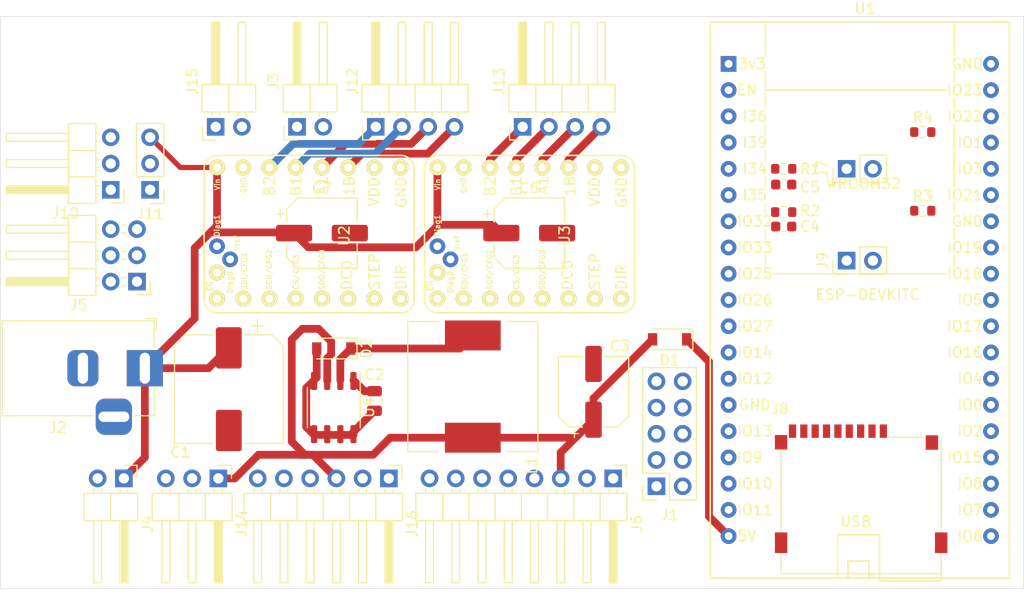
<source format=kicad_pcb>
(kicad_pcb (version 20171130) (host pcbnew "(5.1.9)-1")

  (general
    (thickness 1.6)
    (drawings 5)
    (tracks 84)
    (zones 0)
    (modules 38)
    (nets 62)
  )

  (page A4)
  (layers
    (0 F.Cu signal)
    (31 B.Cu signal)
    (32 B.Adhes user)
    (33 F.Adhes user)
    (34 B.Paste user)
    (35 F.Paste user)
    (36 B.SilkS user)
    (37 F.SilkS user)
    (38 B.Mask user)
    (39 F.Mask user)
    (40 Dwgs.User user hide)
    (41 Cmts.User user)
    (42 Eco1.User user)
    (43 Eco2.User user)
    (44 Edge.Cuts user)
    (45 Margin user)
    (46 B.CrtYd user)
    (47 F.CrtYd user)
    (48 B.Fab user)
    (49 F.Fab user hide)
  )

  (setup
    (last_trace_width 0.25)
    (user_trace_width 0.5)
    (user_trace_width 0.6)
    (user_trace_width 0.7)
    (user_trace_width 0.75)
    (user_trace_width 0.8)
    (user_trace_width 0.9)
    (user_trace_width 1)
    (user_trace_width 1.2)
    (user_trace_width 1.3)
    (user_trace_width 1.5)
    (trace_clearance 0.2)
    (zone_clearance 0.508)
    (zone_45_only no)
    (trace_min 0.2)
    (via_size 0.8)
    (via_drill 0.4)
    (via_min_size 0.4)
    (via_min_drill 0.3)
    (uvia_size 0.3)
    (uvia_drill 0.1)
    (uvias_allowed no)
    (uvia_min_size 0.2)
    (uvia_min_drill 0.1)
    (edge_width 0.05)
    (segment_width 0.2)
    (pcb_text_width 0.3)
    (pcb_text_size 1.5 1.5)
    (mod_edge_width 0.12)
    (mod_text_size 1 1)
    (mod_text_width 0.15)
    (pad_size 3.2 3.2)
    (pad_drill 3.2)
    (pad_to_mask_clearance 0)
    (aux_axis_origin 0 0)
    (visible_elements 7FFFFFFF)
    (pcbplotparams
      (layerselection 0x010fc_ffffffff)
      (usegerberextensions false)
      (usegerberattributes true)
      (usegerberadvancedattributes true)
      (creategerberjobfile true)
      (excludeedgelayer true)
      (linewidth 0.100000)
      (plotframeref false)
      (viasonmask false)
      (mode 1)
      (useauxorigin false)
      (hpglpennumber 1)
      (hpglpenspeed 20)
      (hpglpendiameter 15.000000)
      (psnegative false)
      (psa4output false)
      (plotreference true)
      (plotvalue true)
      (plotinvisibletext false)
      (padsonsilk false)
      (subtractmaskfromsilk false)
      (outputformat 1)
      (mirror false)
      (drillshape 1)
      (scaleselection 1)
      (outputdirectory ""))
  )

  (net 0 "")
  (net 1 GND)
  (net 2 +5V)
  (net 3 /Y_Limit)
  (net 4 /X_Limit)
  (net 5 "Net-(D1-Pad1)")
  (net 6 "Net-(D2-Pad1)")
  (net 7 /MOSI)
  (net 8 /SCL)
  (net 9 /SDA)
  (net 10 /MISO)
  (net 11 /SCK)
  (net 12 /CS_SD)
  (net 13 /CS_X)
  (net 14 /CS_Y)
  (net 15 /CS_AUX)
  (net 16 "Net-(J2-Pad3)")
  (net 17 "Net-(J5-Pad3)")
  (net 18 "Net-(J5-Pad4)")
  (net 19 +3V3)
  (net 20 "Net-(J7-Pad2)")
  (net 21 "Net-(J8-Pad1)")
  (net 22 "Net-(J8-Pad8)")
  (net 23 "Net-(J9-Pad2)")
  (net 24 "Net-(J10-Pad2)")
  (net 25 /PEN_LIFT)
  (net 26 "Net-(J12-Pad4)")
  (net 27 "Net-(J12-Pad3)")
  (net 28 "Net-(J12-Pad2)")
  (net 29 "Net-(J12-Pad1)")
  (net 30 "Net-(J13-Pad1)")
  (net 31 "Net-(J13-Pad2)")
  (net 32 "Net-(J13-Pad3)")
  (net 33 "Net-(J13-Pad4)")
  (net 34 /Vin)
  (net 35 "Net-(U1-Pad2)")
  (net 36 "Net-(U1-Pad3)")
  (net 37 "Net-(U1-Pad4)")
  (net 38 /Y_Dir)
  (net 39 /X_Dir)
  (net 40 /Y_Step)
  (net 41 /X_Step)
  (net 42 /StepEn)
  (net 43 "Net-(U1-Pad16)")
  (net 44 "Net-(U1-Pad17)")
  (net 45 "Net-(U1-Pad18)")
  (net 46 "Net-(U1-Pad20)")
  (net 47 "Net-(U1-Pad21)")
  (net 48 "Net-(U1-Pad22)")
  (net 49 "Net-(U1-Pad25)")
  (net 50 "Net-(U1-Pad34)")
  (net 51 "Net-(U1-Pad35)")
  (net 52 "Net-(U2-Pad17)")
  (net 53 "Net-(U3-Pad17)")
  (net 54 "Net-(J1-Pad1)")
  (net 55 /JTAG_TMS)
  (net 56 /NEO_PIXELS_JTAG_TCK)
  (net 57 /PEN_DIR_JTAG_TDO)
  (net 58 "Net-(J1-Pad7)")
  (net 59 /JTAG_TDI)
  (net 60 "Net-(J1-Pad9)")
  (net 61 "Net-(J1-Pad10)")

  (net_class Default "This is the default net class."
    (clearance 0.2)
    (trace_width 0.25)
    (via_dia 0.8)
    (via_drill 0.4)
    (uvia_dia 0.3)
    (uvia_drill 0.1)
    (add_net +3V3)
    (add_net +5V)
    (add_net /CS_AUX)
    (add_net /CS_SD)
    (add_net /CS_X)
    (add_net /CS_Y)
    (add_net /JTAG_TDI)
    (add_net /JTAG_TMS)
    (add_net /MISO)
    (add_net /MOSI)
    (add_net /NEO_PIXELS_JTAG_TCK)
    (add_net /PEN_DIR_JTAG_TDO)
    (add_net /PEN_LIFT)
    (add_net /SCK)
    (add_net /SCL)
    (add_net /SDA)
    (add_net /StepEn)
    (add_net /Vin)
    (add_net /X_Dir)
    (add_net /X_Limit)
    (add_net /X_Step)
    (add_net /Y_Dir)
    (add_net /Y_Limit)
    (add_net /Y_Step)
    (add_net GND)
    (add_net "Net-(D1-Pad1)")
    (add_net "Net-(D2-Pad1)")
    (add_net "Net-(J1-Pad1)")
    (add_net "Net-(J1-Pad10)")
    (add_net "Net-(J1-Pad7)")
    (add_net "Net-(J1-Pad9)")
    (add_net "Net-(J10-Pad2)")
    (add_net "Net-(J12-Pad1)")
    (add_net "Net-(J12-Pad2)")
    (add_net "Net-(J12-Pad3)")
    (add_net "Net-(J12-Pad4)")
    (add_net "Net-(J13-Pad1)")
    (add_net "Net-(J13-Pad2)")
    (add_net "Net-(J13-Pad3)")
    (add_net "Net-(J13-Pad4)")
    (add_net "Net-(J2-Pad3)")
    (add_net "Net-(J5-Pad3)")
    (add_net "Net-(J5-Pad4)")
    (add_net "Net-(J7-Pad2)")
    (add_net "Net-(J8-Pad1)")
    (add_net "Net-(J8-Pad8)")
    (add_net "Net-(J9-Pad2)")
    (add_net "Net-(U1-Pad16)")
    (add_net "Net-(U1-Pad17)")
    (add_net "Net-(U1-Pad18)")
    (add_net "Net-(U1-Pad2)")
    (add_net "Net-(U1-Pad20)")
    (add_net "Net-(U1-Pad21)")
    (add_net "Net-(U1-Pad22)")
    (add_net "Net-(U1-Pad25)")
    (add_net "Net-(U1-Pad3)")
    (add_net "Net-(U1-Pad34)")
    (add_net "Net-(U1-Pad35)")
    (add_net "Net-(U1-Pad4)")
    (add_net "Net-(U2-Pad17)")
    (add_net "Net-(U3-Pad17)")
  )

  (module custom:DEVKITC (layer F.Cu) (tedit 5ACA0061) (tstamp 601B9328)
    (at 95.885 73.66)
    (path /A0308561)
    (fp_text reference U1 (at 13.208 -5.334) (layer F.SilkS)
      (effects (font (size 1 1) (thickness 0.15)))
    )
    (fp_text value ESP-DEVKITC (at 13.462 22.352) (layer F.SilkS)
      (effects (font (size 1 1) (thickness 0.15)))
    )
    (fp_line (start 3.556 11.938) (end 3.556 10.922) (layer F.SilkS) (width 0.15))
    (fp_line (start 21.844 -0.762) (end 21.844 -4.064) (layer F.SilkS) (width 0.15))
    (fp_line (start 21.844 1.778) (end 21.844 0.762) (layer F.SilkS) (width 0.15))
    (fp_line (start 21.082 20.32) (end 4.318 20.32) (layer F.SilkS) (width 0.15))
    (fp_line (start 21.082 2.54) (end 3.556 2.54) (layer F.SilkS) (width 0.15))
    (fp_line (start 21.844 4.318) (end 21.844 3.302) (layer F.SilkS) (width 0.15))
    (fp_line (start 21.844 11.938) (end 21.844 5.842) (layer F.SilkS) (width 0.15))
    (fp_line (start 21.844 14.478) (end 21.844 13.462) (layer F.SilkS) (width 0.15))
    (fp_line (start 21.844 17.018) (end 21.844 16.002) (layer F.SilkS) (width 0.15))
    (fp_line (start 21.844 19.558) (end 21.844 18.542) (layer F.SilkS) (width 0.15))
    (fp_line (start 3.556 -0.762) (end 3.556 -4.064) (layer F.SilkS) (width 0.15))
    (fp_line (start 3.556 2.54) (end 3.556 0.762) (layer F.SilkS) (width 0.15))
    (fp_line (start 3.556 4.318) (end 3.556 2.54) (layer F.SilkS) (width 0.15))
    (fp_line (start 3.556 6.858) (end 3.556 5.842) (layer F.SilkS) (width 0.15))
    (fp_line (start 3.556 9.398) (end 3.556 8.382) (layer F.SilkS) (width 0.15))
    (fp_line (start 3.556 14.478) (end 3.556 13.462) (layer F.SilkS) (width 0.15))
    (fp_line (start 3.556 17.018) (end 3.556 16.002) (layer F.SilkS) (width 0.15))
    (fp_line (start 3.556 19.558) (end 3.556 18.542) (layer F.SilkS) (width 0.15))
    (fp_line (start 27.178 44.958) (end 27.178 -4.064) (layer F.SilkS) (width 0.15))
    (fp_line (start 27.178 -4.064) (end 26.924 -4.064) (layer F.SilkS) (width 0.15))
    (fp_line (start 27.178 46.736) (end 27.178 49.784) (layer F.SilkS) (width 0.15))
    (fp_line (start 27.178 49.784) (end 26.924 49.784) (layer F.SilkS) (width 0.15))
    (fp_line (start 27.178 46.736) (end 27.178 44.958) (layer F.SilkS) (width 0.15))
    (fp_line (start 26.924 -4.064) (end 26.162 -4.064) (layer F.SilkS) (width 0.15))
    (fp_line (start 26.924 49.784) (end 26.162 49.784) (layer F.SilkS) (width 0.15))
    (fp_line (start -1.778 -4.064) (end -1.778 49.784) (layer F.SilkS) (width 0.15))
    (fp_line (start 14.605 49.657) (end 14.605 45.593) (layer F.SilkS) (width 0.15))
    (fp_line (start 14.605 45.593) (end 10.541 45.593) (layer F.SilkS) (width 0.15))
    (fp_line (start 10.541 45.593) (end 10.541 49.657) (layer F.SilkS) (width 0.15))
    (fp_line (start 13.589 49.657) (end 13.589 48.133) (layer F.SilkS) (width 0.15))
    (fp_line (start 13.589 48.133) (end 11.557 48.133) (layer F.SilkS) (width 0.15))
    (fp_line (start 11.557 48.133) (end 11.557 49.657) (layer F.SilkS) (width 0.15))
    (fp_line (start 25.4 49.784) (end 26.162 49.784) (layer F.SilkS) (width 0.15))
    (fp_line (start 26.162 -4.064) (end -1.778 -4.064) (layer F.SilkS) (width 0.15))
    (fp_line (start -1.778 49.784) (end -1.016 49.784) (layer F.SilkS) (width 0.15))
    (fp_line (start 25.4 49.784) (end -1.016 49.784) (layer F.SilkS) (width 0.15))
    (fp_text user USB (at 12.319 44.323 180) (layer F.SilkS)
      (effects (font (size 1 1) (thickness 0.15)))
    )
    (fp_text user WROOM32 (at 13.042999 11.608999 180) (layer F.SilkS)
      (effects (font (size 1 1) (thickness 0.15)))
    )
    (fp_text user 3v3 (at 2.286 0) (layer F.SilkS)
      (effects (font (size 1 1) (thickness 0.15)))
    )
    (fp_text user EN (at 1.778 2.54) (layer F.SilkS)
      (effects (font (size 1 1) (thickness 0.15)))
    )
    (fp_text user I36 (at 2.54 5.08) (layer F.SilkS)
      (effects (font (size 1 1) (thickness 0.15)))
    )
    (fp_text user I39 (at 2.54 7.62) (layer F.SilkS)
      (effects (font (size 1 1) (thickness 0.15)))
    )
    (fp_text user I34 (at 2.54 10.16) (layer F.SilkS)
      (effects (font (size 1 1) (thickness 0.15)))
    )
    (fp_text user I35 (at 2.54 12.7) (layer F.SilkS)
      (effects (font (size 1 1) (thickness 0.15)))
    )
    (fp_text user IO32 (at 2.54 15.24) (layer F.SilkS)
      (effects (font (size 1 1) (thickness 0.15)))
    )
    (fp_text user IO33 (at 2.54 17.78) (layer F.SilkS)
      (effects (font (size 1 1) (thickness 0.15)))
    )
    (fp_text user IO25 (at 2.54 20.32) (layer F.SilkS)
      (effects (font (size 1 1) (thickness 0.15)))
    )
    (fp_text user IO26 (at 2.54 22.86) (layer F.SilkS)
      (effects (font (size 1 1) (thickness 0.15)))
    )
    (fp_text user IO27 (at 2.54 25.4) (layer F.SilkS)
      (effects (font (size 1 1) (thickness 0.15)))
    )
    (fp_text user IO14 (at 2.54 27.94) (layer F.SilkS)
      (effects (font (size 1 1) (thickness 0.15)))
    )
    (fp_text user IO12 (at 2.54 30.48) (layer F.SilkS)
      (effects (font (size 1 1) (thickness 0.15)))
    )
    (fp_text user GND (at 2.54 33.02) (layer F.SilkS)
      (effects (font (size 1 1) (thickness 0.15)))
    )
    (fp_text user IO13 (at 2.54 35.56) (layer F.SilkS)
      (effects (font (size 1 1) (thickness 0.15)))
    )
    (fp_text user IO9 (at 2.032 38.1) (layer F.SilkS)
      (effects (font (size 1 1) (thickness 0.15)))
    )
    (fp_text user IO10 (at 2.54 40.64) (layer F.SilkS)
      (effects (font (size 1 1) (thickness 0.15)))
    )
    (fp_text user IO11 (at 2.54 43.18) (layer F.SilkS)
      (effects (font (size 1 1) (thickness 0.15)))
    )
    (fp_text user 5V (at 1.778 45.72) (layer F.SilkS)
      (effects (font (size 1 1) (thickness 0.15)))
    )
    (fp_text user IO6 (at 23.368 45.72) (layer F.SilkS)
      (effects (font (size 1 1) (thickness 0.15)))
    )
    (fp_text user IO7 (at 23.368 43.18) (layer F.SilkS)
      (effects (font (size 1 1) (thickness 0.15)))
    )
    (fp_text user IO8 (at 23.368 40.64) (layer F.SilkS)
      (effects (font (size 1 1) (thickness 0.15)))
    )
    (fp_text user IO15 (at 22.86 38.1) (layer F.SilkS)
      (effects (font (size 1 1) (thickness 0.15)))
    )
    (fp_text user IO2 (at 23.368 35.56) (layer F.SilkS)
      (effects (font (size 1 1) (thickness 0.15)))
    )
    (fp_text user IO0 (at 23.368 33.02) (layer F.SilkS)
      (effects (font (size 1 1) (thickness 0.15)))
    )
    (fp_text user IO4 (at 23.368 30.48) (layer F.SilkS)
      (effects (font (size 1 1) (thickness 0.15)))
    )
    (fp_text user IO16 (at 22.86 27.94) (layer F.SilkS)
      (effects (font (size 1 1) (thickness 0.15)))
    )
    (fp_text user IO17 (at 22.86 25.4) (layer F.SilkS)
      (effects (font (size 1 1) (thickness 0.15)))
    )
    (fp_text user IO5 (at 23.368 22.86) (layer F.SilkS)
      (effects (font (size 1 1) (thickness 0.15)))
    )
    (fp_text user IO18 (at 22.86 20.32) (layer F.SilkS)
      (effects (font (size 1 1) (thickness 0.15)))
    )
    (fp_text user IO19 (at 22.86 17.78) (layer F.SilkS)
      (effects (font (size 1 1) (thickness 0.15)))
    )
    (fp_text user GND (at 23.114 15.24) (layer F.SilkS)
      (effects (font (size 1 1) (thickness 0.15)))
    )
    (fp_text user IO21 (at 22.86 12.7) (layer F.SilkS)
      (effects (font (size 1 1) (thickness 0.15)))
    )
    (fp_text user IO3 (at 23.368 10.16) (layer F.SilkS)
      (effects (font (size 1 1) (thickness 0.15)))
    )
    (fp_text user IO1 (at 23.368 7.62) (layer F.SilkS)
      (effects (font (size 1 1) (thickness 0.15)))
    )
    (fp_text user IO22 (at 22.86 5.08) (layer F.SilkS)
      (effects (font (size 1 1) (thickness 0.15)))
    )
    (fp_text user IO23 (at 22.86 2.54) (layer F.SilkS)
      (effects (font (size 1 1) (thickness 0.15)))
    )
    (fp_text user GND (at 23.114 0) (layer F.SilkS)
      (effects (font (size 1 1) (thickness 0.15)))
    )
    (pad 38 thru_hole circle (at 25.4 0) (size 1.524 1.524) (drill 0.762) (layers *.Cu *.Mask)
      (net 1 GND))
    (pad 37 thru_hole circle (at 25.4 2.54) (size 1.524 1.524) (drill 0.762) (layers *.Cu *.Mask)
      (net 7 /MOSI))
    (pad 36 thru_hole circle (at 25.4 5.08) (size 1.524 1.524) (drill 0.762) (layers *.Cu *.Mask)
      (net 8 /SCL))
    (pad 35 thru_hole circle (at 25.4 7.62) (size 1.524 1.524) (drill 0.762) (layers *.Cu *.Mask)
      (net 51 "Net-(U1-Pad35)"))
    (pad 34 thru_hole circle (at 25.4 10.16) (size 1.524 1.524) (drill 0.762) (layers *.Cu *.Mask)
      (net 50 "Net-(U1-Pad34)"))
    (pad 33 thru_hole circle (at 25.4 12.7) (size 1.524 1.524) (drill 0.762) (layers *.Cu *.Mask)
      (net 9 /SDA))
    (pad 32 thru_hole circle (at 25.4 15.24) (size 1.524 1.524) (drill 0.762) (layers *.Cu *.Mask)
      (net 1 GND))
    (pad 31 thru_hole circle (at 25.4 17.78) (size 1.524 1.524) (drill 0.762) (layers *.Cu *.Mask)
      (net 10 /MISO))
    (pad 30 thru_hole circle (at 25.4 20.32) (size 1.524 1.524) (drill 0.762) (layers *.Cu *.Mask)
      (net 11 /SCK))
    (pad 29 thru_hole circle (at 25.4 22.86) (size 1.524 1.524) (drill 0.762) (layers *.Cu *.Mask)
      (net 12 /CS_SD))
    (pad 28 thru_hole circle (at 25.4 25.4) (size 1.524 1.524) (drill 0.762) (layers *.Cu *.Mask)
      (net 13 /CS_X))
    (pad 27 thru_hole circle (at 25.4 27.94) (size 1.524 1.524) (drill 0.762) (layers *.Cu *.Mask)
      (net 14 /CS_Y))
    (pad 26 thru_hole circle (at 25.4 30.48) (size 1.524 1.524) (drill 0.762) (layers *.Cu *.Mask)
      (net 15 /CS_AUX))
    (pad 25 thru_hole circle (at 25.4 33.02) (size 1.524 1.524) (drill 0.762) (layers *.Cu *.Mask)
      (net 49 "Net-(U1-Pad25)"))
    (pad 24 thru_hole circle (at 25.4 35.56) (size 1.524 1.524) (drill 0.762) (layers *.Cu *.Mask)
      (net 42 /StepEn))
    (pad 23 thru_hole circle (at 25.4 38.1) (size 1.524 1.524) (drill 0.762) (layers *.Cu *.Mask)
      (net 57 /PEN_DIR_JTAG_TDO))
    (pad 22 thru_hole circle (at 25.4 40.64) (size 1.524 1.524) (drill 0.762) (layers *.Cu *.Mask)
      (net 48 "Net-(U1-Pad22)"))
    (pad 21 thru_hole circle (at 25.4 43.18) (size 1.524 1.524) (drill 0.762) (layers *.Cu *.Mask)
      (net 47 "Net-(U1-Pad21)"))
    (pad 20 thru_hole circle (at 25.4 45.72) (size 1.524 1.524) (drill 0.762) (layers *.Cu *.Mask)
      (net 46 "Net-(U1-Pad20)"))
    (pad 19 thru_hole circle (at 0 45.72) (size 1.524 1.524) (drill 0.762) (layers *.Cu *.Mask)
      (net 5 "Net-(D1-Pad1)"))
    (pad 18 thru_hole circle (at 0 43.18) (size 1.524 1.524) (drill 0.762) (layers *.Cu *.Mask)
      (net 45 "Net-(U1-Pad18)"))
    (pad 17 thru_hole circle (at 0 40.64) (size 1.524 1.524) (drill 0.762) (layers *.Cu *.Mask)
      (net 44 "Net-(U1-Pad17)"))
    (pad 16 thru_hole circle (at 0 38.1) (size 1.524 1.524) (drill 0.762) (layers *.Cu *.Mask)
      (net 43 "Net-(U1-Pad16)"))
    (pad 15 thru_hole circle (at 0 35.56) (size 1.524 1.524) (drill 0.762) (layers *.Cu *.Mask)
      (net 56 /NEO_PIXELS_JTAG_TCK))
    (pad 14 thru_hole circle (at 0 33.02) (size 1.524 1.524) (drill 0.762) (layers *.Cu *.Mask)
      (net 1 GND))
    (pad 13 thru_hole circle (at 0 30.48) (size 1.524 1.524) (drill 0.762) (layers *.Cu *.Mask)
      (net 59 /JTAG_TDI))
    (pad 12 thru_hole circle (at 0 27.94) (size 1.524 1.524) (drill 0.762) (layers *.Cu *.Mask)
      (net 55 /JTAG_TMS))
    (pad 11 thru_hole circle (at 0 25.4) (size 1.524 1.524) (drill 0.762) (layers *.Cu *.Mask)
      (net 25 /PEN_LIFT))
    (pad 10 thru_hole circle (at 0 22.86) (size 1.524 1.524) (drill 0.762) (layers *.Cu *.Mask)
      (net 39 /X_Dir))
    (pad 9 thru_hole circle (at 0 20.32) (size 1.524 1.524) (drill 0.762) (layers *.Cu *.Mask)
      (net 41 /X_Step))
    (pad 8 thru_hole circle (at 0 17.78) (size 1.524 1.524) (drill 0.762) (layers *.Cu *.Mask)
      (net 38 /Y_Dir))
    (pad 7 thru_hole circle (at 0 15.24) (size 1.524 1.524) (drill 0.762) (layers *.Cu *.Mask)
      (net 40 /Y_Step))
    (pad 6 thru_hole circle (at 0 12.7) (size 1.524 1.524) (drill 0.762) (layers *.Cu *.Mask)
      (net 3 /Y_Limit))
    (pad 5 thru_hole circle (at 0 10.16) (size 1.524 1.524) (drill 0.762) (layers *.Cu *.Mask)
      (net 4 /X_Limit))
    (pad 4 thru_hole circle (at 0 7.62) (size 1.524 1.524) (drill 0.762) (layers *.Cu *.Mask)
      (net 37 "Net-(U1-Pad4)"))
    (pad 3 thru_hole circle (at 0 5.08) (size 1.524 1.524) (drill 0.762) (layers *.Cu *.Mask)
      (net 36 "Net-(U1-Pad3)"))
    (pad 2 thru_hole circle (at 0 2.54) (size 1.524 1.524) (drill 0.762) (layers *.Cu *.Mask)
      (net 35 "Net-(U1-Pad2)"))
    (pad 1 thru_hole rect (at 0 0) (size 1.524 1.524) (drill 0.762) (layers *.Cu *.Mask)
      (net 19 +3V3))
    (model ${KISYS3DMOD}/Connector_PinSocket_2.54mm.3dshapes/PinSocket_1x19_P2.54mm_Vertical.step
      (at (xyz 0 0 0))
      (scale (xyz 1 1 1))
      (rotate (xyz 0 0 0))
    )
    (model ${KISYS3DMOD}/Connector_PinSocket_2.54mm.3dshapes/PinSocket_1x19_P2.54mm_Vertical.step
      (offset (xyz 25.5 0 0))
      (scale (xyz 1 1 1))
      (rotate (xyz 0 0 0))
    )
  )

  (module custom:StepstickTMCv2 (layer F.Cu) (tedit 601C5E5F) (tstamp 601D4545)
    (at 67.691 96.393 90)
    (path /94FABF20)
    (fp_text reference U3 (at 6.096 12.319 270) (layer F.SilkS)
      (effects (font (size 1 1) (thickness 0.15)))
    )
    (fp_text value TMC2130 (at 5.969 8.89 270) (layer F.Fab)
      (effects (font (size 1 1) (thickness 0.15)))
    )
    (fp_line (start 13.8684 17.8054) (end 13.8684 0.0254) (layer F.SilkS) (width 0.15))
    (fp_line (start 12.5984 -1.2446) (end -0.1016 -1.2446) (layer F.SilkS) (width 0.15))
    (fp_line (start -1.3716 0.0254) (end -1.3716 17.8054) (layer F.SilkS) (width 0.15))
    (fp_line (start 12.5984 19.0754) (end -0.1016 19.0754) (layer F.SilkS) (width 0.15))
    (fp_text user Vref (at 5.3848 1.905 270) (layer F.SilkS)
      (effects (font (size 0.5 0.5) (thickness 0.1)))
    )
    (fp_text user Diag1 (at 7.0612 0 270) (layer F.SilkS)
      (effects (font (size 0.5 0.5) (thickness 0.1)))
    )
    (fp_text user Diag0 (at 1.6002 1.27 270) (layer F.SilkS)
      (effects (font (size 0.5 0.5) (thickness 0.1)))
    )
    (fp_arc (start -0.1016 0.0254) (end -1.3716 0.0254) (angle 90) (layer F.SilkS) (width 0.15))
    (fp_arc (start -0.1016 17.8054) (end -0.1016 19.0754) (angle 90) (layer F.SilkS) (width 0.15))
    (fp_arc (start 12.5984 17.8054) (end 13.8684 17.8054) (angle 90) (layer F.SilkS) (width 0.15))
    (fp_arc (start 12.5984 0.0254) (end 12.5984 -1.2446) (angle 90) (layer F.SilkS) (width 0.15))
    (fp_text user GND (at 10.287 17.8308 270) (layer F.SilkS)
      (effects (font (size 1 1) (thickness 0.15)))
    )
    (fp_text user VDD (at 10.3632 15.2146 270) (layer F.SilkS)
      (effects (font (size 1 1) (thickness 0.15)))
    )
    (fp_text user 1B (at 10.8966 12.827 270) (layer F.SilkS)
      (effects (font (size 1 1) (thickness 0.15)))
    )
    (fp_text user A1 (at 10.9728 10.2108 270) (layer F.SilkS)
      (effects (font (size 1 1) (thickness 0.15)))
    )
    (fp_text user B1 (at 10.8966 7.6454 270) (layer F.SilkS)
      (effects (font (size 1 1) (thickness 0.15)))
    )
    (fp_text user B2 (at 10.8966 5.1054 270) (layer F.SilkS)
      (effects (font (size 1 1) (thickness 0.15)))
    )
    (fp_text user GND (at 10.9728 2.5654 270) (layer F.SilkS)
      (effects (font (size 0.5 0.5) (thickness 0.1)))
    )
    (fp_text user Vin (at 11.049 0.0254 270) (layer F.SilkS)
      (effects (font (size 0.5 0.5) (thickness 0.1)))
    )
    (fp_text user ~EN (at 1.2192 -0.635 270) (layer F.SilkS)
      (effects (font (size 0.5 0.5) (thickness 0.1)))
    )
    (fp_text user SDI/CFG1 (at 2.667 2.6416 270) (layer F.SilkS)
      (effects (font (size 0.5 0.5) (thickness 0.1)))
    )
    (fp_text user SCK/CFG2 (at 2.8194 5.0546 90) (layer F.SilkS)
      (effects (font (size 0.5 0.5) (thickness 0.1)))
    )
    (fp_text user CS/CFG3 (at 2.5654 7.6454 270) (layer F.SilkS)
      (effects (font (size 0.5 0.5) (thickness 0.1)))
    )
    (fp_text user SDO/CFG0 (at 2.794 10.16 270) (layer F.SilkS)
      (effects (font (size 0.5 0.5) (thickness 0.1)))
    )
    (fp_text user DC0 (at 2.286 12.573 270) (layer F.SilkS)
      (effects (font (size 1 1) (thickness 0.15)))
    )
    (fp_text user STEP (at 2.6416 15.24 270) (layer F.SilkS)
      (effects (font (size 1 1) (thickness 0.15)))
    )
    (fp_text user DIR (at 2.0828 17.8308 270) (layer F.SilkS)
      (effects (font (size 1 1) (thickness 0.15)))
    )
    (pad 19 thru_hole circle (at 3.81 1.27 270) (size 1.524 1.524) (drill 0.762) (layers *.Cu *.Mask))
    (pad 18 thru_hole circle (at 5.08 0 270) (size 1.524 1.524) (drill 0.762) (layers *.Cu *.Mask)
      (net 23 "Net-(J9-Pad2)"))
    (pad 17 thru_hole circle (at 2.54 0 270) (size 1.524 1.524) (drill 0.762) (layers *.Cu *.Mask F.SilkS)
      (net 53 "Net-(U3-Pad17)"))
    (pad 8 thru_hole circle (at 0 17.78 270) (size 1.524 1.524) (drill 0.762) (layers *.Cu *.Mask F.SilkS)
      (net 38 /Y_Dir))
    (pad 7 thru_hole circle (at 0 15.24 270) (size 1.524 1.524) (drill 0.762) (layers *.Cu *.Mask F.SilkS)
      (net 40 /Y_Step))
    (pad 6 thru_hole circle (at 0 12.7 270) (size 1.524 1.524) (drill 0.762) (layers *.Cu *.Mask F.SilkS)
      (net 1 GND))
    (pad 5 thru_hole circle (at 0 10.16 270) (size 1.524 1.524) (drill 0.762) (layers *.Cu *.Mask F.SilkS)
      (net 10 /MISO))
    (pad 4 thru_hole circle (at 0 7.62 270) (size 1.524 1.524) (drill 0.762) (layers *.Cu *.Mask F.SilkS)
      (net 14 /CS_Y))
    (pad 3 thru_hole circle (at 0 5.08 270) (size 1.524 1.524) (drill 0.762) (layers *.Cu *.Mask F.SilkS)
      (net 11 /SCK))
    (pad 2 thru_hole circle (at 0 2.54 270) (size 1.524 1.524) (drill 0.762) (layers *.Cu *.Mask F.SilkS)
      (net 7 /MOSI))
    (pad 1 thru_hole circle (at 0 0 270) (size 1.524 1.524) (drill 0.762) (layers *.Cu *.Mask F.SilkS)
      (net 42 /StepEn))
    (pad 16 thru_hole circle (at 12.7 0 270) (size 1.524 1.524) (drill 0.762) (layers *.Cu *.Mask F.SilkS)
      (net 34 /Vin))
    (pad 15 thru_hole circle (at 12.7 2.54 270) (size 1.524 1.524) (drill 0.762) (layers *.Cu *.Mask F.SilkS)
      (net 1 GND))
    (pad 14 thru_hole circle (at 12.7 5.08 270) (size 1.524 1.524) (drill 0.762) (layers *.Cu *.Mask F.SilkS)
      (net 30 "Net-(J13-Pad1)"))
    (pad 13 thru_hole circle (at 12.7 7.62 270) (size 1.524 1.524) (drill 0.762) (layers *.Cu *.Mask F.SilkS)
      (net 31 "Net-(J13-Pad2)"))
    (pad 12 thru_hole circle (at 12.7 10.16 270) (size 1.524 1.524) (drill 0.762) (layers *.Cu *.Mask F.SilkS)
      (net 32 "Net-(J13-Pad3)"))
    (pad 11 thru_hole circle (at 12.7 12.7 270) (size 1.524 1.524) (drill 0.762) (layers *.Cu *.Mask F.SilkS)
      (net 33 "Net-(J13-Pad4)"))
    (pad 10 thru_hole circle (at 12.7 15.24 270) (size 1.524 1.524) (drill 0.762) (layers *.Cu *.Mask F.SilkS)
      (net 19 +3V3))
    (pad 9 thru_hole circle (at 12.7 17.78 270) (size 1.524 1.524) (drill 0.762) (layers *.Cu *.Mask F.SilkS)
      (net 1 GND))
    (model ${KISYS3DMOD}/Connector_PinSocket_2.54mm.3dshapes/PinSocket_1x02_P2.54mm_Vertical.step
      (offset (xyz 2.5 0 0))
      (scale (xyz 1 1 1))
      (rotate (xyz 0 0 -90))
    )
    (model ${KISYS3DMOD}/Connector_PinSocket_2.54mm.3dshapes/PinSocket_1x08_P2.54mm_Vertical.step
      (at (xyz 0 0 0))
      (scale (xyz 1 1 1))
      (rotate (xyz 0 0 0))
    )
    (model ${KISYS3DMOD}/Connector_PinSocket_2.54mm.3dshapes/PinSocket_1x08_P2.54mm_Vertical.step
      (offset (xyz 12.5 0 0))
      (scale (xyz 1 1 1))
      (rotate (xyz 0 0 0))
    )
  )

  (module custom:StepstickTMCv2 (layer F.Cu) (tedit 6020614B) (tstamp 601D460A)
    (at 46.355 96.393 90)
    (path /4E0AB7A9)
    (fp_text reference U2 (at 6.096 12.319 270) (layer F.SilkS)
      (effects (font (size 1 1) (thickness 0.15)))
    )
    (fp_text value TMC2130 (at 5.969 8.89 270) (layer F.Fab)
      (effects (font (size 1 1) (thickness 0.15)))
    )
    (fp_line (start 13.8684 17.8054) (end 13.8684 0.0254) (layer F.SilkS) (width 0.15))
    (fp_line (start 12.5984 -1.2446) (end -0.1016 -1.2446) (layer F.SilkS) (width 0.15))
    (fp_line (start -1.3716 0.0254) (end -1.3716 17.8054) (layer F.SilkS) (width 0.15))
    (fp_line (start 12.5984 19.0754) (end -0.1016 19.0754) (layer F.SilkS) (width 0.15))
    (fp_text user DIR (at 2.0828 17.8308 270) (layer F.SilkS)
      (effects (font (size 1 1) (thickness 0.15)))
    )
    (fp_text user STEP (at 2.6416 15.24 270) (layer F.SilkS)
      (effects (font (size 1 1) (thickness 0.15)))
    )
    (fp_text user DC0 (at 2.286 12.573 270) (layer F.SilkS)
      (effects (font (size 1 1) (thickness 0.15)))
    )
    (fp_text user SDO/CFG0 (at 2.794 10.16 270) (layer F.SilkS)
      (effects (font (size 0.5 0.5) (thickness 0.1)))
    )
    (fp_text user CS/CFG3 (at 2.5654 7.6454 270) (layer F.SilkS)
      (effects (font (size 0.5 0.5) (thickness 0.1)))
    )
    (fp_text user SCK/CFG2 (at 2.8194 5.0546 90) (layer F.SilkS)
      (effects (font (size 0.5 0.5) (thickness 0.1)))
    )
    (fp_text user SDI/CFG1 (at 2.667 2.6416 270) (layer F.SilkS)
      (effects (font (size 0.5 0.5) (thickness 0.1)))
    )
    (fp_text user ~EN (at 1.2192 -0.635 270) (layer F.SilkS)
      (effects (font (size 0.5 0.5) (thickness 0.1)))
    )
    (fp_text user Vin (at 11.049 0.0254 270) (layer F.SilkS)
      (effects (font (size 0.5 0.5) (thickness 0.1)))
    )
    (fp_text user GND (at 10.9728 2.5654 270) (layer F.SilkS)
      (effects (font (size 0.5 0.5) (thickness 0.1)))
    )
    (fp_text user B2 (at 10.8966 5.1054 270) (layer F.SilkS)
      (effects (font (size 1 1) (thickness 0.15)))
    )
    (fp_text user B1 (at 10.8966 7.6454 270) (layer F.SilkS)
      (effects (font (size 1 1) (thickness 0.15)))
    )
    (fp_text user A1 (at 10.9728 10.2108 270) (layer F.SilkS)
      (effects (font (size 1 1) (thickness 0.15)))
    )
    (fp_text user 1B (at 10.8966 12.827 270) (layer F.SilkS)
      (effects (font (size 1 1) (thickness 0.15)))
    )
    (fp_text user VDD (at 10.3632 15.2146 270) (layer F.SilkS)
      (effects (font (size 1 1) (thickness 0.15)))
    )
    (fp_text user GND (at 10.287 17.8308 270) (layer F.SilkS)
      (effects (font (size 1 1) (thickness 0.15)))
    )
    (fp_arc (start 12.5984 0.0254) (end 12.5984 -1.2446) (angle 90) (layer F.SilkS) (width 0.15))
    (fp_arc (start 12.5984 17.8054) (end 13.8684 17.8054) (angle 90) (layer F.SilkS) (width 0.15))
    (fp_arc (start -0.1016 17.8054) (end -0.1016 19.0754) (angle 90) (layer F.SilkS) (width 0.15))
    (fp_arc (start -0.1016 0.0254) (end -1.3716 0.0254) (angle 90) (layer F.SilkS) (width 0.15))
    (fp_text user Diag0 (at 1.6002 1.27 270) (layer F.SilkS)
      (effects (font (size 0.5 0.5) (thickness 0.1)))
    )
    (fp_text user Diag1 (at 7.0612 0 270) (layer F.SilkS)
      (effects (font (size 0.5 0.5) (thickness 0.1)))
    )
    (fp_text user Vref (at 5.3848 1.905 270) (layer F.SilkS)
      (effects (font (size 0.5 0.5) (thickness 0.1)))
    )
    (pad 9 thru_hole circle (at 12.7 17.78 270) (size 1.524 1.524) (drill 0.762) (layers *.Cu *.Mask F.SilkS)
      (net 1 GND))
    (pad 10 thru_hole circle (at 12.7 15.24 270) (size 1.524 1.524) (drill 0.762) (layers *.Cu *.Mask F.SilkS)
      (net 19 +3V3))
    (pad 11 thru_hole circle (at 12.7 12.7 270) (size 1.524 1.524) (drill 0.762) (layers *.Cu *.Mask F.SilkS)
      (net 26 "Net-(J12-Pad4)"))
    (pad 12 thru_hole circle (at 12.7 10.16 270) (size 1.524 1.524) (drill 0.762) (layers *.Cu *.Mask F.SilkS)
      (net 27 "Net-(J12-Pad3)"))
    (pad 13 thru_hole circle (at 12.7 7.62 270) (size 1.524 1.524) (drill 0.762) (layers *.Cu *.Mask F.SilkS)
      (net 28 "Net-(J12-Pad2)"))
    (pad 14 thru_hole circle (at 12.7 5.08 270) (size 1.524 1.524) (drill 0.762) (layers *.Cu *.Mask F.SilkS)
      (net 29 "Net-(J12-Pad1)"))
    (pad 15 thru_hole circle (at 12.7 2.54 270) (size 1.524 1.524) (drill 0.762) (layers *.Cu *.Mask F.SilkS)
      (net 1 GND))
    (pad 16 thru_hole circle (at 12.7 0 270) (size 1.524 1.524) (drill 0.762) (layers *.Cu *.Mask F.SilkS)
      (net 34 /Vin))
    (pad 1 thru_hole circle (at 0 0 270) (size 1.524 1.524) (drill 0.762) (layers *.Cu *.Mask F.SilkS)
      (net 42 /StepEn))
    (pad 2 thru_hole circle (at 0 2.54 270) (size 1.524 1.524) (drill 0.762) (layers *.Cu *.Mask F.SilkS)
      (net 7 /MOSI))
    (pad 3 thru_hole circle (at 0 5.08 270) (size 1.524 1.524) (drill 0.762) (layers *.Cu *.Mask F.SilkS)
      (net 11 /SCK))
    (pad 4 thru_hole circle (at 0 7.62 270) (size 1.524 1.524) (drill 0.762) (layers *.Cu *.Mask F.SilkS)
      (net 13 /CS_X))
    (pad 5 thru_hole circle (at 0 10.16 270) (size 1.524 1.524) (drill 0.762) (layers *.Cu *.Mask F.SilkS)
      (net 10 /MISO))
    (pad 6 thru_hole circle (at 0 12.7 270) (size 1.524 1.524) (drill 0.762) (layers *.Cu *.Mask F.SilkS)
      (net 1 GND))
    (pad 7 thru_hole circle (at 0 15.24 270) (size 1.524 1.524) (drill 0.762) (layers *.Cu *.Mask F.SilkS)
      (net 41 /X_Step))
    (pad 8 thru_hole circle (at 0 17.78 270) (size 1.524 1.524) (drill 0.762) (layers *.Cu *.Mask F.SilkS)
      (net 39 /X_Dir))
    (pad 17 thru_hole circle (at 2.54 0 270) (size 1.524 1.524) (drill 0.762) (layers *.Cu *.Mask F.SilkS)
      (net 52 "Net-(U2-Pad17)"))
    (pad 18 thru_hole circle (at 5.08 0 270) (size 1.524 1.524) (drill 0.762) (layers *.Cu *.Mask)
      (net 20 "Net-(J7-Pad2)"))
    (pad 19 thru_hole circle (at 3.81 1.27 270) (size 1.524 1.524) (drill 0.762) (layers *.Cu *.Mask))
    (model ${KISYS3DMOD}/Connector_PinSocket_2.54mm.3dshapes/PinSocket_1x08_P2.54mm_Vertical.step
      (at (xyz 0 0 0))
      (scale (xyz 1 1 1))
      (rotate (xyz 0 0 0))
    )
    (model ${KISYS3DMOD}/Connector_PinSocket_2.54mm.3dshapes/PinSocket_1x08_P2.54mm_Vertical.step
      (offset (xyz 12.5 0 0))
      (scale (xyz 1 1 1))
      (rotate (xyz 0 0 0))
    )
    (model ${KISYS3DMOD}/Connector_PinSocket_2.54mm.3dshapes/PinSocket_1x02_P2.54mm_Vertical.step
      (offset (xyz 2.5 0 0))
      (scale (xyz 1 1 1))
      (rotate (xyz 0 0 -90))
    )
  )

  (module MountingHole:MountingHole_3.2mm_M3 (layer F.Cu) (tedit 602192C6) (tstamp 60209E33)
    (at 90.17 72.898)
    (descr "Mounting Hole 3.2mm, no annular, M3")
    (tags "mounting hole 3.2mm no annular m3")
    (attr virtual)
    (fp_text reference H2 (at 0 -4.2) (layer Dwgs.User) hide
      (effects (font (size 1 1) (thickness 0.15)))
    )
    (fp_text value MountingHole_3.2mm_M3 (at 0 4.2) (layer F.Fab)
      (effects (font (size 1 1) (thickness 0.15)))
    )
    (fp_circle (center 0 0) (end 3.2 0) (layer Cmts.User) (width 0.15))
    (fp_circle (center 0 0) (end 3.45 0) (layer F.CrtYd) (width 0.05))
    (fp_text user H2 (at 0.3 0) (layer F.Fab)
      (effects (font (size 1 1) (thickness 0.15)))
    )
    (pad "" np_thru_hole circle (at 0 0) (size 3.2 3.2) (drill 3.2) (layers *.Cu *.Mask))
  )

  (module MountingHole:MountingHole_3.2mm_M3 (layer F.Cu) (tedit 602192CD) (tstamp 60206D10)
    (at 29.21 72.898)
    (descr "Mounting Hole 3.2mm, no annular, M3")
    (tags "mounting hole 3.2mm no annular m3")
    (attr virtual)
    (fp_text reference H1 (at 0 -4.2) (layer Dwgs.User) hide
      (effects (font (size 1 1) (thickness 0.15)))
    )
    (fp_text value MountingHole_3.2mm_M3 (at 0 4.2) (layer F.Fab)
      (effects (font (size 1 1) (thickness 0.15)))
    )
    (fp_circle (center 0 0) (end 3.2 0) (layer Cmts.User) (width 0.15))
    (fp_circle (center 0 0) (end 3.45 0) (layer F.CrtYd) (width 0.05))
    (fp_text user H1 (at 0.3 0) (layer F.Fab)
      (effects (font (size 1 1) (thickness 0.15)))
    )
    (pad "" np_thru_hole circle (at 0 0) (size 3.2 3.2) (drill 3.2) (layers *.Cu *.Mask))
  )

  (module MountingHole:MountingHole_3.2mm_M3 (layer F.Cu) (tedit 602192BF) (tstamp 60206FE9)
    (at 90.17 120.65)
    (descr "Mounting Hole 3.2mm, no annular, M3")
    (tags "mounting hole 3.2mm no annular m3")
    (attr virtual)
    (fp_text reference H3 (at 0 -4.2) (layer Dwgs.User) hide
      (effects (font (size 1 1) (thickness 0.15)))
    )
    (fp_text value MountingHole_3.2mm_M3 (at 0 4.2) (layer F.Fab)
      (effects (font (size 1 1) (thickness 0.15)))
    )
    (fp_circle (center 0 0) (end 3.45 0) (layer F.CrtYd) (width 0.05))
    (fp_circle (center 0 0) (end 3.2 0) (layer Cmts.User) (width 0.15))
    (fp_text user H3 (at 0.3 0) (layer F.Fab)
      (effects (font (size 1 1) (thickness 0.15)))
    )
    (pad "" np_thru_hole circle (at 0 0) (size 3.2 3.2) (drill 3.2) (layers *.Cu *.Mask))
  )

  (module MountingHole:MountingHole_3.2mm_M3 (layer F.Cu) (tedit 602192B4) (tstamp 601D73D2)
    (at 29.21 120.65)
    (descr "Mounting Hole 3.2mm, no annular, M3")
    (tags "mounting hole 3.2mm no annular m3")
    (attr virtual)
    (fp_text reference H4 (at 0 -4.2) (layer Dwgs.User) hide
      (effects (font (size 1 1) (thickness 0.15)))
    )
    (fp_text value MountingHole_3.2mm_M3 (at 0 4.2) (layer F.Fab)
      (effects (font (size 1 1) (thickness 0.15)))
    )
    (fp_circle (center 0 0) (end 3.45 0) (layer F.CrtYd) (width 0.05))
    (fp_circle (center 0 0) (end 3.2 0) (layer Cmts.User) (width 0.15))
    (fp_text user H4 (at 0.3 0) (layer F.Fab)
      (effects (font (size 1 1) (thickness 0.15)))
    )
    (pad "" np_thru_hole circle (at 0 0) (size 3.2 3.2) (drill 3.2) (layers *.Cu *.Mask))
  )

  (module custom:HK-TF01A (layer F.Cu) (tedit 601C4715) (tstamp 601B903E)
    (at 100.965 109.22)
    (path /601FD9BE)
    (fp_text reference J8 (at -0.127 -2.159) (layer F.SilkS)
      (effects (font (size 1 1) (thickness 0.15)))
    )
    (fp_text value Micro_SD_Card (at 7.8 4.7) (layer F.Fab)
      (effects (font (size 1 1) (thickness 0.15)))
    )
    (fp_line (start 0 1.9) (end 0 9.7) (layer F.SilkS) (width 0.12))
    (fp_line (start 0 11.9) (end 0 13.8) (layer F.SilkS) (width 0.12))
    (fp_line (start 15.5 11.9) (end 15.5 13.8) (layer F.SilkS) (width 0.12))
    (fp_line (start 15.5 13.8) (end 0 13.8) (layer F.SilkS) (width 0.12))
    (fp_line (start 15.5 0.6) (end 15.3 0.6) (layer F.SilkS) (width 0.12))
    (fp_line (start 15.5 9.7) (end 15.5 0.6) (layer F.SilkS) (width 0.12))
    (fp_line (start 9.7 14.5) (end 8.5 13.8) (layer F.SilkS) (width 0.12))
    (fp_line (start 15.5 14.5) (end 9.7 14.5) (layer F.SilkS) (width 0.12))
    (fp_line (start 15.5 14.5) (end 15.5 13.8) (layer F.SilkS) (width 0.12))
    (fp_line (start 10.4 0.6) (end 13.8 0.6) (layer F.SilkS) (width 0.12))
    (fp_text user "LCSC C91145" (at 7.9 16.5) (layer Dwgs.User)
      (effects (font (size 1.27 1.27) (thickness 0.15)))
    )
    (pad "" np_thru_hole circle (at 10.8 11.1) (size 1 1) (drill 1) (layers *.Cu *.Mask))
    (pad "" np_thru_hole circle (at 2.8 11.1) (size 1 1) (drill 1) (layers *.Cu *.Mask))
    (pad 13 smd rect (at 15.5 10.8) (size 1.2 2) (layers F.Cu F.Paste F.Mask))
    (pad 12 smd rect (at 0 10.8) (size 1.2 2) (layers F.Cu F.Paste F.Mask))
    (pad 11 smd rect (at 14.6 1.1) (size 1.2 1.4) (layers F.Cu F.Paste F.Mask))
    (pad 10 smd rect (at 0 1.075) (size 1.2 1.4) (layers F.Cu F.Paste F.Mask))
    (pad 9 smd rect (at 9.9 0) (size 0.7 1.3) (layers F.Cu F.Paste F.Mask)
      (net 1 GND))
    (pad 8 smd rect (at 8.8 0) (size 0.7 1.3) (layers F.Cu F.Paste F.Mask)
      (net 22 "Net-(J8-Pad8)"))
    (pad 7 smd rect (at 7.7 0) (size 0.7 1.3) (layers F.Cu F.Paste F.Mask)
      (net 10 /MISO))
    (pad 6 smd rect (at 6.6 0) (size 0.7 1.3) (layers F.Cu F.Paste F.Mask)
      (net 1 GND))
    (pad 5 smd rect (at 5.5 0) (size 0.7 1.3) (layers F.Cu F.Paste F.Mask)
      (net 11 /SCK))
    (pad 4 smd rect (at 4.4 0) (size 0.7 1.3) (layers F.Cu F.Paste F.Mask)
      (net 19 +3V3))
    (pad 3 smd rect (at 3.3 0) (size 0.7 1.3) (layers F.Cu F.Paste F.Mask)
      (net 7 /MOSI))
    (pad 2 smd rect (at 2.2 0) (size 0.7 1.3) (layers F.Cu F.Paste F.Mask)
      (net 12 /CS_SD))
    (pad 1 smd rect (at 1.1 0) (size 0.7 1.3) (layers F.Cu F.Paste F.Mask)
      (net 21 "Net-(J8-Pad1)"))
  )

  (module Capacitor_SMD:CP_Elec_10x10 (layer F.Cu) (tedit 5BCA39D1) (tstamp 601CF85D)
    (at 47.498 105.156 270)
    (descr "SMD capacitor, aluminum electrolytic, Nichicon, 10.0x10.0mm")
    (tags "capacitor electrolytic")
    (path /6018DADF)
    (attr smd)
    (fp_text reference C1 (at 6.096 4.699 180) (layer F.SilkS)
      (effects (font (size 1 1) (thickness 0.15)))
    )
    (fp_text value "470uF 35v" (at 0 6.2 90) (layer F.Fab)
      (effects (font (size 1 1) (thickness 0.15)))
    )
    (fp_circle (center 0 0) (end 5 0) (layer F.Fab) (width 0.1))
    (fp_line (start 5.15 -5.15) (end 5.15 5.15) (layer F.Fab) (width 0.1))
    (fp_line (start -4.15 -5.15) (end 5.15 -5.15) (layer F.Fab) (width 0.1))
    (fp_line (start -4.15 5.15) (end 5.15 5.15) (layer F.Fab) (width 0.1))
    (fp_line (start -5.15 -4.15) (end -5.15 4.15) (layer F.Fab) (width 0.1))
    (fp_line (start -5.15 -4.15) (end -4.15 -5.15) (layer F.Fab) (width 0.1))
    (fp_line (start -5.15 4.15) (end -4.15 5.15) (layer F.Fab) (width 0.1))
    (fp_line (start -4.558325 -1.7) (end -3.558325 -1.7) (layer F.Fab) (width 0.1))
    (fp_line (start -4.058325 -2.2) (end -4.058325 -1.2) (layer F.Fab) (width 0.1))
    (fp_line (start 5.26 5.26) (end 5.26 1.51) (layer F.SilkS) (width 0.12))
    (fp_line (start 5.26 -5.26) (end 5.26 -1.51) (layer F.SilkS) (width 0.12))
    (fp_line (start -4.195563 -5.26) (end 5.26 -5.26) (layer F.SilkS) (width 0.12))
    (fp_line (start -4.195563 5.26) (end 5.26 5.26) (layer F.SilkS) (width 0.12))
    (fp_line (start -5.26 4.195563) (end -5.26 1.51) (layer F.SilkS) (width 0.12))
    (fp_line (start -5.26 -4.195563) (end -5.26 -1.51) (layer F.SilkS) (width 0.12))
    (fp_line (start -5.26 -4.195563) (end -4.195563 -5.26) (layer F.SilkS) (width 0.12))
    (fp_line (start -5.26 4.195563) (end -4.195563 5.26) (layer F.SilkS) (width 0.12))
    (fp_line (start -6.75 -2.76) (end -5.5 -2.76) (layer F.SilkS) (width 0.12))
    (fp_line (start -6.125 -3.385) (end -6.125 -2.135) (layer F.SilkS) (width 0.12))
    (fp_line (start 5.4 -5.4) (end 5.4 -1.5) (layer F.CrtYd) (width 0.05))
    (fp_line (start 5.4 -1.5) (end 6.25 -1.5) (layer F.CrtYd) (width 0.05))
    (fp_line (start 6.25 -1.5) (end 6.25 1.5) (layer F.CrtYd) (width 0.05))
    (fp_line (start 6.25 1.5) (end 5.4 1.5) (layer F.CrtYd) (width 0.05))
    (fp_line (start 5.4 1.5) (end 5.4 5.4) (layer F.CrtYd) (width 0.05))
    (fp_line (start -4.25 5.4) (end 5.4 5.4) (layer F.CrtYd) (width 0.05))
    (fp_line (start -4.25 -5.4) (end 5.4 -5.4) (layer F.CrtYd) (width 0.05))
    (fp_line (start -5.4 4.25) (end -4.25 5.4) (layer F.CrtYd) (width 0.05))
    (fp_line (start -5.4 -4.25) (end -4.25 -5.4) (layer F.CrtYd) (width 0.05))
    (fp_line (start -5.4 -4.25) (end -5.4 -1.5) (layer F.CrtYd) (width 0.05))
    (fp_line (start -5.4 1.5) (end -5.4 4.25) (layer F.CrtYd) (width 0.05))
    (fp_line (start -5.4 -1.5) (end -6.25 -1.5) (layer F.CrtYd) (width 0.05))
    (fp_line (start -6.25 -1.5) (end -6.25 1.5) (layer F.CrtYd) (width 0.05))
    (fp_line (start -6.25 1.5) (end -5.4 1.5) (layer F.CrtYd) (width 0.05))
    (fp_text user %R (at 0 0 90) (layer F.Fab)
      (effects (font (size 1 1) (thickness 0.15)))
    )
    (pad 2 smd roundrect (at 4 0 270) (size 4 2.5) (layers F.Cu F.Paste F.Mask) (roundrect_rratio 0.1)
      (net 1 GND))
    (pad 1 smd roundrect (at -4 0 270) (size 4 2.5) (layers F.Cu F.Paste F.Mask) (roundrect_rratio 0.1)
      (net 34 /Vin))
    (model ${KISYS3DMOD}/Capacitor_SMD.3dshapes/CP_Elec_10x10.wrl
      (at (xyz 0 0 0))
      (scale (xyz 1 1 1))
      (rotate (xyz 0 0 0))
    )
  )

  (module Capacitor_SMD:C_0805_2012Metric (layer F.Cu) (tedit 5F68FEEE) (tstamp 601B8DB5)
    (at 61.595 106.299 270)
    (descr "Capacitor SMD 0805 (2012 Metric), square (rectangular) end terminal, IPC_7351 nominal, (Body size source: IPC-SM-782 page 76, https://www.pcb-3d.com/wordpress/wp-content/uploads/ipc-sm-782a_amendment_1_and_2.pdf, https://docs.google.com/spreadsheets/d/1BsfQQcO9C6DZCsRaXUlFlo91Tg2WpOkGARC1WS5S8t0/edit?usp=sharing), generated with kicad-footprint-generator")
    (tags capacitor)
    (path /6018F646)
    (attr smd)
    (fp_text reference C2 (at -2.54 0 180) (layer F.SilkS)
      (effects (font (size 1 1) (thickness 0.15)))
    )
    (fp_text value 1uF (at 0 1.68 90) (layer F.Fab)
      (effects (font (size 1 1) (thickness 0.15)))
    )
    (fp_line (start -1 0.625) (end -1 -0.625) (layer F.Fab) (width 0.1))
    (fp_line (start -1 -0.625) (end 1 -0.625) (layer F.Fab) (width 0.1))
    (fp_line (start 1 -0.625) (end 1 0.625) (layer F.Fab) (width 0.1))
    (fp_line (start 1 0.625) (end -1 0.625) (layer F.Fab) (width 0.1))
    (fp_line (start -0.261252 -0.735) (end 0.261252 -0.735) (layer F.SilkS) (width 0.12))
    (fp_line (start -0.261252 0.735) (end 0.261252 0.735) (layer F.SilkS) (width 0.12))
    (fp_line (start -1.7 0.98) (end -1.7 -0.98) (layer F.CrtYd) (width 0.05))
    (fp_line (start -1.7 -0.98) (end 1.7 -0.98) (layer F.CrtYd) (width 0.05))
    (fp_line (start 1.7 -0.98) (end 1.7 0.98) (layer F.CrtYd) (width 0.05))
    (fp_line (start 1.7 0.98) (end -1.7 0.98) (layer F.CrtYd) (width 0.05))
    (fp_text user %R (at 0 0 90) (layer F.Fab)
      (effects (font (size 0.5 0.5) (thickness 0.08)))
    )
    (pad 2 smd roundrect (at 0.95 0 270) (size 1 1.45) (layers F.Cu F.Paste F.Mask) (roundrect_rratio 0.25)
      (net 1 GND))
    (pad 1 smd roundrect (at -0.95 0 270) (size 1 1.45) (layers F.Cu F.Paste F.Mask) (roundrect_rratio 0.25)
      (net 34 /Vin))
    (model ${KISYS3DMOD}/Capacitor_SMD.3dshapes/C_0805_2012Metric.wrl
      (at (xyz 0 0 0))
      (scale (xyz 1 1 1))
      (rotate (xyz 0 0 0))
    )
  )

  (module Capacitor_SMD:CP_Elec_6.3x7.7 (layer F.Cu) (tedit 5BCA39D0) (tstamp 601B8DDD)
    (at 82.804 105.41 90)
    (descr "SMD capacitor, aluminum electrolytic, Nichicon, 6.3x7.7mm")
    (tags "capacitor electrolytic")
    (path /6018E979)
    (attr smd)
    (fp_text reference C3 (at 4.445 2.54 180) (layer F.SilkS)
      (effects (font (size 1 1) (thickness 0.15)))
    )
    (fp_text value "180uF 35v" (at 0 4.35 90) (layer F.Fab)
      (effects (font (size 1 1) (thickness 0.15)))
    )
    (fp_circle (center 0 0) (end 3.15 0) (layer F.Fab) (width 0.1))
    (fp_line (start 3.3 -3.3) (end 3.3 3.3) (layer F.Fab) (width 0.1))
    (fp_line (start -2.3 -3.3) (end 3.3 -3.3) (layer F.Fab) (width 0.1))
    (fp_line (start -2.3 3.3) (end 3.3 3.3) (layer F.Fab) (width 0.1))
    (fp_line (start -3.3 -2.3) (end -3.3 2.3) (layer F.Fab) (width 0.1))
    (fp_line (start -3.3 -2.3) (end -2.3 -3.3) (layer F.Fab) (width 0.1))
    (fp_line (start -3.3 2.3) (end -2.3 3.3) (layer F.Fab) (width 0.1))
    (fp_line (start -2.704838 -1.33) (end -2.074838 -1.33) (layer F.Fab) (width 0.1))
    (fp_line (start -2.389838 -1.645) (end -2.389838 -1.015) (layer F.Fab) (width 0.1))
    (fp_line (start 3.41 3.41) (end 3.41 1.06) (layer F.SilkS) (width 0.12))
    (fp_line (start 3.41 -3.41) (end 3.41 -1.06) (layer F.SilkS) (width 0.12))
    (fp_line (start -2.345563 -3.41) (end 3.41 -3.41) (layer F.SilkS) (width 0.12))
    (fp_line (start -2.345563 3.41) (end 3.41 3.41) (layer F.SilkS) (width 0.12))
    (fp_line (start -3.41 2.345563) (end -3.41 1.06) (layer F.SilkS) (width 0.12))
    (fp_line (start -3.41 -2.345563) (end -3.41 -1.06) (layer F.SilkS) (width 0.12))
    (fp_line (start -3.41 -2.345563) (end -2.345563 -3.41) (layer F.SilkS) (width 0.12))
    (fp_line (start -3.41 2.345563) (end -2.345563 3.41) (layer F.SilkS) (width 0.12))
    (fp_line (start -4.4375 -1.8475) (end -3.65 -1.8475) (layer F.SilkS) (width 0.12))
    (fp_line (start -4.04375 -2.24125) (end -4.04375 -1.45375) (layer F.SilkS) (width 0.12))
    (fp_line (start 3.55 -3.55) (end 3.55 -1.05) (layer F.CrtYd) (width 0.05))
    (fp_line (start 3.55 -1.05) (end 4.7 -1.05) (layer F.CrtYd) (width 0.05))
    (fp_line (start 4.7 -1.05) (end 4.7 1.05) (layer F.CrtYd) (width 0.05))
    (fp_line (start 4.7 1.05) (end 3.55 1.05) (layer F.CrtYd) (width 0.05))
    (fp_line (start 3.55 1.05) (end 3.55 3.55) (layer F.CrtYd) (width 0.05))
    (fp_line (start -2.4 3.55) (end 3.55 3.55) (layer F.CrtYd) (width 0.05))
    (fp_line (start -2.4 -3.55) (end 3.55 -3.55) (layer F.CrtYd) (width 0.05))
    (fp_line (start -3.55 2.4) (end -2.4 3.55) (layer F.CrtYd) (width 0.05))
    (fp_line (start -3.55 -2.4) (end -2.4 -3.55) (layer F.CrtYd) (width 0.05))
    (fp_line (start -3.55 -2.4) (end -3.55 -1.05) (layer F.CrtYd) (width 0.05))
    (fp_line (start -3.55 1.05) (end -3.55 2.4) (layer F.CrtYd) (width 0.05))
    (fp_line (start -3.55 -1.05) (end -4.7 -1.05) (layer F.CrtYd) (width 0.05))
    (fp_line (start -4.7 -1.05) (end -4.7 1.05) (layer F.CrtYd) (width 0.05))
    (fp_line (start -4.7 1.05) (end -3.55 1.05) (layer F.CrtYd) (width 0.05))
    (fp_text user %R (at 0 0 90) (layer F.Fab)
      (effects (font (size 1 1) (thickness 0.15)))
    )
    (pad 2 smd roundrect (at 2.7 0 90) (size 3.5 1.6) (layers F.Cu F.Paste F.Mask) (roundrect_rratio 0.15625)
      (net 1 GND))
    (pad 1 smd roundrect (at -2.7 0 90) (size 3.5 1.6) (layers F.Cu F.Paste F.Mask) (roundrect_rratio 0.15625)
      (net 2 +5V))
    (model ${KISYS3DMOD}/Capacitor_SMD.3dshapes/CP_Elec_6.3x7.7.wrl
      (at (xyz 0 0 0))
      (scale (xyz 1 1 1))
      (rotate (xyz 0 0 0))
    )
  )

  (module Capacitor_SMD:CP_Elec_6.3x5.7 (layer F.Cu) (tedit 5BCA39D0) (tstamp 601CCBD7)
    (at 76.581 90.043)
    (descr "SMD capacitor, aluminum electrolytic, United Chemi-Con, 6.3x5.7mm")
    (tags "capacitor electrolytic")
    (path /60688A57)
    (attr smd)
    (fp_text reference C6 (at 0 -4.35) (layer F.SilkS)
      (effects (font (size 1 1) (thickness 0.15)))
    )
    (fp_text value "47uF 35V" (at 0 4.35) (layer F.Fab)
      (effects (font (size 1 1) (thickness 0.15)))
    )
    (fp_circle (center 0 0) (end 3.15 0) (layer F.Fab) (width 0.1))
    (fp_line (start 3.3 -3.3) (end 3.3 3.3) (layer F.Fab) (width 0.1))
    (fp_line (start -2.3 -3.3) (end 3.3 -3.3) (layer F.Fab) (width 0.1))
    (fp_line (start -2.3 3.3) (end 3.3 3.3) (layer F.Fab) (width 0.1))
    (fp_line (start -3.3 -2.3) (end -3.3 2.3) (layer F.Fab) (width 0.1))
    (fp_line (start -3.3 -2.3) (end -2.3 -3.3) (layer F.Fab) (width 0.1))
    (fp_line (start -3.3 2.3) (end -2.3 3.3) (layer F.Fab) (width 0.1))
    (fp_line (start -2.704838 -1.33) (end -2.074838 -1.33) (layer F.Fab) (width 0.1))
    (fp_line (start -2.389838 -1.645) (end -2.389838 -1.015) (layer F.Fab) (width 0.1))
    (fp_line (start 3.41 3.41) (end 3.41 1.06) (layer F.SilkS) (width 0.12))
    (fp_line (start 3.41 -3.41) (end 3.41 -1.06) (layer F.SilkS) (width 0.12))
    (fp_line (start -2.345563 -3.41) (end 3.41 -3.41) (layer F.SilkS) (width 0.12))
    (fp_line (start -2.345563 3.41) (end 3.41 3.41) (layer F.SilkS) (width 0.12))
    (fp_line (start -3.41 2.345563) (end -3.41 1.06) (layer F.SilkS) (width 0.12))
    (fp_line (start -3.41 -2.345563) (end -3.41 -1.06) (layer F.SilkS) (width 0.12))
    (fp_line (start -3.41 -2.345563) (end -2.345563 -3.41) (layer F.SilkS) (width 0.12))
    (fp_line (start -3.41 2.345563) (end -2.345563 3.41) (layer F.SilkS) (width 0.12))
    (fp_line (start -4.4375 -1.8475) (end -3.65 -1.8475) (layer F.SilkS) (width 0.12))
    (fp_line (start -4.04375 -2.24125) (end -4.04375 -1.45375) (layer F.SilkS) (width 0.12))
    (fp_line (start 3.55 -3.55) (end 3.55 -1.05) (layer F.CrtYd) (width 0.05))
    (fp_line (start 3.55 -1.05) (end 4.7 -1.05) (layer F.CrtYd) (width 0.05))
    (fp_line (start 4.7 -1.05) (end 4.7 1.05) (layer F.CrtYd) (width 0.05))
    (fp_line (start 4.7 1.05) (end 3.55 1.05) (layer F.CrtYd) (width 0.05))
    (fp_line (start 3.55 1.05) (end 3.55 3.55) (layer F.CrtYd) (width 0.05))
    (fp_line (start -2.4 3.55) (end 3.55 3.55) (layer F.CrtYd) (width 0.05))
    (fp_line (start -2.4 -3.55) (end 3.55 -3.55) (layer F.CrtYd) (width 0.05))
    (fp_line (start -3.55 2.4) (end -2.4 3.55) (layer F.CrtYd) (width 0.05))
    (fp_line (start -3.55 -2.4) (end -2.4 -3.55) (layer F.CrtYd) (width 0.05))
    (fp_line (start -3.55 -2.4) (end -3.55 -1.05) (layer F.CrtYd) (width 0.05))
    (fp_line (start -3.55 1.05) (end -3.55 2.4) (layer F.CrtYd) (width 0.05))
    (fp_line (start -3.55 -1.05) (end -4.7 -1.05) (layer F.CrtYd) (width 0.05))
    (fp_line (start -4.7 -1.05) (end -4.7 1.05) (layer F.CrtYd) (width 0.05))
    (fp_line (start -4.7 1.05) (end -3.55 1.05) (layer F.CrtYd) (width 0.05))
    (fp_text user %R (at 0 0) (layer F.Fab)
      (effects (font (size 1 1) (thickness 0.15)))
    )
    (pad 2 smd roundrect (at 2.7 0) (size 3.5 1.6) (layers F.Cu F.Paste F.Mask) (roundrect_rratio 0.15625)
      (net 1 GND))
    (pad 1 smd roundrect (at -2.7 0) (size 3.5 1.6) (layers F.Cu F.Paste F.Mask) (roundrect_rratio 0.15625)
      (net 34 /Vin))
    (model ${KISYS3DMOD}/Capacitor_SMD.3dshapes/CP_Elec_6.3x5.7.wrl
      (at (xyz 0 0 0))
      (scale (xyz 1 1 1))
      (rotate (xyz 0 0 0))
    )
  )

  (module Capacitor_SMD:CP_Elec_6.3x5.7 (layer F.Cu) (tedit 5BCA39D0) (tstamp 601B8E4F)
    (at 56.515 90.043)
    (descr "SMD capacitor, aluminum electrolytic, United Chemi-Con, 6.3x5.7mm")
    (tags "capacitor electrolytic")
    (path /6071E7CB)
    (attr smd)
    (fp_text reference C7 (at 0 -4.35) (layer F.SilkS)
      (effects (font (size 1 1) (thickness 0.15)))
    )
    (fp_text value "47uF 35V" (at 0 4.35) (layer F.Fab)
      (effects (font (size 1 1) (thickness 0.15)))
    )
    (fp_circle (center 0 0) (end 3.15 0) (layer F.Fab) (width 0.1))
    (fp_line (start 3.3 -3.3) (end 3.3 3.3) (layer F.Fab) (width 0.1))
    (fp_line (start -2.3 -3.3) (end 3.3 -3.3) (layer F.Fab) (width 0.1))
    (fp_line (start -2.3 3.3) (end 3.3 3.3) (layer F.Fab) (width 0.1))
    (fp_line (start -3.3 -2.3) (end -3.3 2.3) (layer F.Fab) (width 0.1))
    (fp_line (start -3.3 -2.3) (end -2.3 -3.3) (layer F.Fab) (width 0.1))
    (fp_line (start -3.3 2.3) (end -2.3 3.3) (layer F.Fab) (width 0.1))
    (fp_line (start -2.704838 -1.33) (end -2.074838 -1.33) (layer F.Fab) (width 0.1))
    (fp_line (start -2.389838 -1.645) (end -2.389838 -1.015) (layer F.Fab) (width 0.1))
    (fp_line (start 3.41 3.41) (end 3.41 1.06) (layer F.SilkS) (width 0.12))
    (fp_line (start 3.41 -3.41) (end 3.41 -1.06) (layer F.SilkS) (width 0.12))
    (fp_line (start -2.345563 -3.41) (end 3.41 -3.41) (layer F.SilkS) (width 0.12))
    (fp_line (start -2.345563 3.41) (end 3.41 3.41) (layer F.SilkS) (width 0.12))
    (fp_line (start -3.41 2.345563) (end -3.41 1.06) (layer F.SilkS) (width 0.12))
    (fp_line (start -3.41 -2.345563) (end -3.41 -1.06) (layer F.SilkS) (width 0.12))
    (fp_line (start -3.41 -2.345563) (end -2.345563 -3.41) (layer F.SilkS) (width 0.12))
    (fp_line (start -3.41 2.345563) (end -2.345563 3.41) (layer F.SilkS) (width 0.12))
    (fp_line (start -4.4375 -1.8475) (end -3.65 -1.8475) (layer F.SilkS) (width 0.12))
    (fp_line (start -4.04375 -2.24125) (end -4.04375 -1.45375) (layer F.SilkS) (width 0.12))
    (fp_line (start 3.55 -3.55) (end 3.55 -1.05) (layer F.CrtYd) (width 0.05))
    (fp_line (start 3.55 -1.05) (end 4.7 -1.05) (layer F.CrtYd) (width 0.05))
    (fp_line (start 4.7 -1.05) (end 4.7 1.05) (layer F.CrtYd) (width 0.05))
    (fp_line (start 4.7 1.05) (end 3.55 1.05) (layer F.CrtYd) (width 0.05))
    (fp_line (start 3.55 1.05) (end 3.55 3.55) (layer F.CrtYd) (width 0.05))
    (fp_line (start -2.4 3.55) (end 3.55 3.55) (layer F.CrtYd) (width 0.05))
    (fp_line (start -2.4 -3.55) (end 3.55 -3.55) (layer F.CrtYd) (width 0.05))
    (fp_line (start -3.55 2.4) (end -2.4 3.55) (layer F.CrtYd) (width 0.05))
    (fp_line (start -3.55 -2.4) (end -2.4 -3.55) (layer F.CrtYd) (width 0.05))
    (fp_line (start -3.55 -2.4) (end -3.55 -1.05) (layer F.CrtYd) (width 0.05))
    (fp_line (start -3.55 1.05) (end -3.55 2.4) (layer F.CrtYd) (width 0.05))
    (fp_line (start -3.55 -1.05) (end -4.7 -1.05) (layer F.CrtYd) (width 0.05))
    (fp_line (start -4.7 -1.05) (end -4.7 1.05) (layer F.CrtYd) (width 0.05))
    (fp_line (start -4.7 1.05) (end -3.55 1.05) (layer F.CrtYd) (width 0.05))
    (fp_text user %R (at 0 0) (layer F.Fab)
      (effects (font (size 1 1) (thickness 0.15)))
    )
    (pad 2 smd roundrect (at 2.7 0) (size 3.5 1.6) (layers F.Cu F.Paste F.Mask) (roundrect_rratio 0.15625)
      (net 1 GND))
    (pad 1 smd roundrect (at -2.7 0) (size 3.5 1.6) (layers F.Cu F.Paste F.Mask) (roundrect_rratio 0.15625)
      (net 34 /Vin))
    (model ${KISYS3DMOD}/Capacitor_SMD.3dshapes/CP_Elec_6.3x5.7.wrl
      (at (xyz 0 0 0))
      (scale (xyz 1 1 1))
      (rotate (xyz 0 0 0))
    )
  )

  (module Diode_SMD:D_SOD-123 (layer F.Cu) (tedit 58645DC7) (tstamp 601B8E68)
    (at 90.17 100.33 180)
    (descr SOD-123)
    (tags SOD-123)
    (path /605C34DA)
    (attr smd)
    (fp_text reference D1 (at 0 -2) (layer F.SilkS)
      (effects (font (size 1 1) (thickness 0.15)))
    )
    (fp_text value B5819W (at 0 2.1) (layer F.Fab)
      (effects (font (size 1 1) (thickness 0.15)))
    )
    (fp_line (start -2.25 -1) (end -2.25 1) (layer F.SilkS) (width 0.12))
    (fp_line (start 0.25 0) (end 0.75 0) (layer F.Fab) (width 0.1))
    (fp_line (start 0.25 0.4) (end -0.35 0) (layer F.Fab) (width 0.1))
    (fp_line (start 0.25 -0.4) (end 0.25 0.4) (layer F.Fab) (width 0.1))
    (fp_line (start -0.35 0) (end 0.25 -0.4) (layer F.Fab) (width 0.1))
    (fp_line (start -0.35 0) (end -0.35 0.55) (layer F.Fab) (width 0.1))
    (fp_line (start -0.35 0) (end -0.35 -0.55) (layer F.Fab) (width 0.1))
    (fp_line (start -0.75 0) (end -0.35 0) (layer F.Fab) (width 0.1))
    (fp_line (start -1.4 0.9) (end -1.4 -0.9) (layer F.Fab) (width 0.1))
    (fp_line (start 1.4 0.9) (end -1.4 0.9) (layer F.Fab) (width 0.1))
    (fp_line (start 1.4 -0.9) (end 1.4 0.9) (layer F.Fab) (width 0.1))
    (fp_line (start -1.4 -0.9) (end 1.4 -0.9) (layer F.Fab) (width 0.1))
    (fp_line (start -2.35 -1.15) (end 2.35 -1.15) (layer F.CrtYd) (width 0.05))
    (fp_line (start 2.35 -1.15) (end 2.35 1.15) (layer F.CrtYd) (width 0.05))
    (fp_line (start 2.35 1.15) (end -2.35 1.15) (layer F.CrtYd) (width 0.05))
    (fp_line (start -2.35 -1.15) (end -2.35 1.15) (layer F.CrtYd) (width 0.05))
    (fp_line (start -2.25 1) (end 1.65 1) (layer F.SilkS) (width 0.12))
    (fp_line (start -2.25 -1) (end 1.65 -1) (layer F.SilkS) (width 0.12))
    (fp_text user %R (at 0 -2) (layer F.Fab)
      (effects (font (size 1 1) (thickness 0.15)))
    )
    (pad 2 smd rect (at 1.65 0 180) (size 0.9 1.2) (layers F.Cu F.Paste F.Mask)
      (net 2 +5V))
    (pad 1 smd rect (at -1.65 0 180) (size 0.9 1.2) (layers F.Cu F.Paste F.Mask)
      (net 5 "Net-(D1-Pad1)"))
    (model ${KISYS3DMOD}/Diode_SMD.3dshapes/D_SOD-123.wrl
      (at (xyz 0 0 0))
      (scale (xyz 1 1 1))
      (rotate (xyz 0 0 0))
    )
  )

  (module Diode_SMD:D_SOD-123 (layer F.Cu) (tedit 58645DC7) (tstamp 601B8E81)
    (at 57.658 101.219 180)
    (descr SOD-123)
    (tags SOD-123)
    (path /605DECB8)
    (attr smd)
    (fp_text reference D2 (at -3.175 0 90) (layer F.SilkS)
      (effects (font (size 1 1) (thickness 0.15)))
    )
    (fp_text value B5819W (at 0 2.1) (layer F.Fab)
      (effects (font (size 1 1) (thickness 0.15)))
    )
    (fp_line (start -2.25 -1) (end -2.25 1) (layer F.SilkS) (width 0.12))
    (fp_line (start 0.25 0) (end 0.75 0) (layer F.Fab) (width 0.1))
    (fp_line (start 0.25 0.4) (end -0.35 0) (layer F.Fab) (width 0.1))
    (fp_line (start 0.25 -0.4) (end 0.25 0.4) (layer F.Fab) (width 0.1))
    (fp_line (start -0.35 0) (end 0.25 -0.4) (layer F.Fab) (width 0.1))
    (fp_line (start -0.35 0) (end -0.35 0.55) (layer F.Fab) (width 0.1))
    (fp_line (start -0.35 0) (end -0.35 -0.55) (layer F.Fab) (width 0.1))
    (fp_line (start -0.75 0) (end -0.35 0) (layer F.Fab) (width 0.1))
    (fp_line (start -1.4 0.9) (end -1.4 -0.9) (layer F.Fab) (width 0.1))
    (fp_line (start 1.4 0.9) (end -1.4 0.9) (layer F.Fab) (width 0.1))
    (fp_line (start 1.4 -0.9) (end 1.4 0.9) (layer F.Fab) (width 0.1))
    (fp_line (start -1.4 -0.9) (end 1.4 -0.9) (layer F.Fab) (width 0.1))
    (fp_line (start -2.35 -1.15) (end 2.35 -1.15) (layer F.CrtYd) (width 0.05))
    (fp_line (start 2.35 -1.15) (end 2.35 1.15) (layer F.CrtYd) (width 0.05))
    (fp_line (start 2.35 1.15) (end -2.35 1.15) (layer F.CrtYd) (width 0.05))
    (fp_line (start -2.35 -1.15) (end -2.35 1.15) (layer F.CrtYd) (width 0.05))
    (fp_line (start -2.25 1) (end 1.65 1) (layer F.SilkS) (width 0.12))
    (fp_line (start -2.25 -1) (end 1.65 -1) (layer F.SilkS) (width 0.12))
    (fp_text user %R (at 0 -2) (layer F.Fab)
      (effects (font (size 1 1) (thickness 0.15)))
    )
    (pad 2 smd rect (at 1.65 0 180) (size 0.9 1.2) (layers F.Cu F.Paste F.Mask)
      (net 1 GND))
    (pad 1 smd rect (at -1.65 0 180) (size 0.9 1.2) (layers F.Cu F.Paste F.Mask)
      (net 6 "Net-(D2-Pad1)"))
    (model ${KISYS3DMOD}/Diode_SMD.3dshapes/D_SOD-123.wrl
      (at (xyz 0 0 0))
      (scale (xyz 1 1 1))
      (rotate (xyz 0 0 0))
    )
  )

  (module Connector_BarrelJack:BarrelJack_Horizontal (layer F.Cu) (tedit 5A1DBF6A) (tstamp 601B8EA4)
    (at 39.37 103.124)
    (descr "DC Barrel Jack")
    (tags "Power Jack")
    (path /607B4B93)
    (fp_text reference J2 (at -8.45 5.75) (layer F.SilkS)
      (effects (font (size 1 1) (thickness 0.15)))
    )
    (fp_text value Power (at -6.2 -5.5) (layer F.Fab)
      (effects (font (size 1 1) (thickness 0.15)))
    )
    (fp_line (start -0.003213 -4.505425) (end 0.8 -3.75) (layer F.Fab) (width 0.1))
    (fp_line (start 1.1 -3.75) (end 1.1 -4.8) (layer F.SilkS) (width 0.12))
    (fp_line (start 0.05 -4.8) (end 1.1 -4.8) (layer F.SilkS) (width 0.12))
    (fp_line (start 1 -4.5) (end 1 -4.75) (layer F.CrtYd) (width 0.05))
    (fp_line (start 1 -4.75) (end -14 -4.75) (layer F.CrtYd) (width 0.05))
    (fp_line (start 1 -4.5) (end 1 -2) (layer F.CrtYd) (width 0.05))
    (fp_line (start 1 -2) (end 2 -2) (layer F.CrtYd) (width 0.05))
    (fp_line (start 2 -2) (end 2 2) (layer F.CrtYd) (width 0.05))
    (fp_line (start 2 2) (end 1 2) (layer F.CrtYd) (width 0.05))
    (fp_line (start 1 2) (end 1 4.75) (layer F.CrtYd) (width 0.05))
    (fp_line (start 1 4.75) (end -1 4.75) (layer F.CrtYd) (width 0.05))
    (fp_line (start -1 4.75) (end -1 6.75) (layer F.CrtYd) (width 0.05))
    (fp_line (start -1 6.75) (end -5 6.75) (layer F.CrtYd) (width 0.05))
    (fp_line (start -5 6.75) (end -5 4.75) (layer F.CrtYd) (width 0.05))
    (fp_line (start -5 4.75) (end -14 4.75) (layer F.CrtYd) (width 0.05))
    (fp_line (start -14 4.75) (end -14 -4.75) (layer F.CrtYd) (width 0.05))
    (fp_line (start -5 4.6) (end -13.8 4.6) (layer F.SilkS) (width 0.12))
    (fp_line (start -13.8 4.6) (end -13.8 -4.6) (layer F.SilkS) (width 0.12))
    (fp_line (start 0.9 1.9) (end 0.9 4.6) (layer F.SilkS) (width 0.12))
    (fp_line (start 0.9 4.6) (end -1 4.6) (layer F.SilkS) (width 0.12))
    (fp_line (start -13.8 -4.6) (end 0.9 -4.6) (layer F.SilkS) (width 0.12))
    (fp_line (start 0.9 -4.6) (end 0.9 -2) (layer F.SilkS) (width 0.12))
    (fp_line (start -10.2 -4.5) (end -10.2 4.5) (layer F.Fab) (width 0.1))
    (fp_line (start -13.7 -4.5) (end -13.7 4.5) (layer F.Fab) (width 0.1))
    (fp_line (start -13.7 4.5) (end 0.8 4.5) (layer F.Fab) (width 0.1))
    (fp_line (start 0.8 4.5) (end 0.8 -3.75) (layer F.Fab) (width 0.1))
    (fp_line (start 0 -4.5) (end -13.7 -4.5) (layer F.Fab) (width 0.1))
    (fp_text user %R (at -3 -2.95) (layer F.Fab)
      (effects (font (size 1 1) (thickness 0.15)))
    )
    (pad 3 thru_hole roundrect (at -3 4.7) (size 3.5 3.5) (drill oval 3 1) (layers *.Cu *.Mask) (roundrect_rratio 0.25)
      (net 16 "Net-(J2-Pad3)"))
    (pad 2 thru_hole roundrect (at -6 0) (size 3 3.5) (drill oval 1 3) (layers *.Cu *.Mask) (roundrect_rratio 0.25)
      (net 1 GND))
    (pad 1 thru_hole rect (at 0 0) (size 3.5 3.5) (drill oval 1 3) (layers *.Cu *.Mask)
      (net 34 /Vin))
    (model ${KISYS3DMOD}/Connector_BarrelJack.3dshapes/BarrelJack_Horizontal.wrl
      (at (xyz 0 0 0))
      (scale (xyz 1 1 1))
      (rotate (xyz 0 0 0))
    )
    (model ${KISYS3DMOD}/Connector_BarrelJack.3dshapes/BarrelJack_CUI_PJ-063AH_Horizontal.step
      (offset (xyz 0 0.5 0))
      (scale (xyz 1 1 1))
      (rotate (xyz 0 0 90))
    )
  )

  (module Connector_PinHeader_2.54mm:PinHeader_1x02_P2.54mm_Horizontal (layer F.Cu) (tedit 59FED5CB) (tstamp 60207029)
    (at 54.102 79.756 90)
    (descr "Through hole angled pin header, 1x02, 2.54mm pitch, 6mm pin length, single row")
    (tags "Through hole angled pin header THT 1x02 2.54mm single row")
    (path /607DA111)
    (fp_text reference J3 (at 4.385 -2.27 90) (layer F.SilkS)
      (effects (font (size 1 1) (thickness 0.15)))
    )
    (fp_text value "5V Aux" (at 4.385 4.81 90) (layer F.Fab)
      (effects (font (size 1 1) (thickness 0.15)))
    )
    (fp_line (start 2.135 -1.27) (end 4.04 -1.27) (layer F.Fab) (width 0.1))
    (fp_line (start 4.04 -1.27) (end 4.04 3.81) (layer F.Fab) (width 0.1))
    (fp_line (start 4.04 3.81) (end 1.5 3.81) (layer F.Fab) (width 0.1))
    (fp_line (start 1.5 3.81) (end 1.5 -0.635) (layer F.Fab) (width 0.1))
    (fp_line (start 1.5 -0.635) (end 2.135 -1.27) (layer F.Fab) (width 0.1))
    (fp_line (start -0.32 -0.32) (end 1.5 -0.32) (layer F.Fab) (width 0.1))
    (fp_line (start -0.32 -0.32) (end -0.32 0.32) (layer F.Fab) (width 0.1))
    (fp_line (start -0.32 0.32) (end 1.5 0.32) (layer F.Fab) (width 0.1))
    (fp_line (start 4.04 -0.32) (end 10.04 -0.32) (layer F.Fab) (width 0.1))
    (fp_line (start 10.04 -0.32) (end 10.04 0.32) (layer F.Fab) (width 0.1))
    (fp_line (start 4.04 0.32) (end 10.04 0.32) (layer F.Fab) (width 0.1))
    (fp_line (start -0.32 2.22) (end 1.5 2.22) (layer F.Fab) (width 0.1))
    (fp_line (start -0.32 2.22) (end -0.32 2.86) (layer F.Fab) (width 0.1))
    (fp_line (start -0.32 2.86) (end 1.5 2.86) (layer F.Fab) (width 0.1))
    (fp_line (start 4.04 2.22) (end 10.04 2.22) (layer F.Fab) (width 0.1))
    (fp_line (start 10.04 2.22) (end 10.04 2.86) (layer F.Fab) (width 0.1))
    (fp_line (start 4.04 2.86) (end 10.04 2.86) (layer F.Fab) (width 0.1))
    (fp_line (start 1.44 -1.33) (end 1.44 3.87) (layer F.SilkS) (width 0.12))
    (fp_line (start 1.44 3.87) (end 4.1 3.87) (layer F.SilkS) (width 0.12))
    (fp_line (start 4.1 3.87) (end 4.1 -1.33) (layer F.SilkS) (width 0.12))
    (fp_line (start 4.1 -1.33) (end 1.44 -1.33) (layer F.SilkS) (width 0.12))
    (fp_line (start 4.1 -0.38) (end 10.1 -0.38) (layer F.SilkS) (width 0.12))
    (fp_line (start 10.1 -0.38) (end 10.1 0.38) (layer F.SilkS) (width 0.12))
    (fp_line (start 10.1 0.38) (end 4.1 0.38) (layer F.SilkS) (width 0.12))
    (fp_line (start 4.1 -0.32) (end 10.1 -0.32) (layer F.SilkS) (width 0.12))
    (fp_line (start 4.1 -0.2) (end 10.1 -0.2) (layer F.SilkS) (width 0.12))
    (fp_line (start 4.1 -0.08) (end 10.1 -0.08) (layer F.SilkS) (width 0.12))
    (fp_line (start 4.1 0.04) (end 10.1 0.04) (layer F.SilkS) (width 0.12))
    (fp_line (start 4.1 0.16) (end 10.1 0.16) (layer F.SilkS) (width 0.12))
    (fp_line (start 4.1 0.28) (end 10.1 0.28) (layer F.SilkS) (width 0.12))
    (fp_line (start 1.11 -0.38) (end 1.44 -0.38) (layer F.SilkS) (width 0.12))
    (fp_line (start 1.11 0.38) (end 1.44 0.38) (layer F.SilkS) (width 0.12))
    (fp_line (start 1.44 1.27) (end 4.1 1.27) (layer F.SilkS) (width 0.12))
    (fp_line (start 4.1 2.16) (end 10.1 2.16) (layer F.SilkS) (width 0.12))
    (fp_line (start 10.1 2.16) (end 10.1 2.92) (layer F.SilkS) (width 0.12))
    (fp_line (start 10.1 2.92) (end 4.1 2.92) (layer F.SilkS) (width 0.12))
    (fp_line (start 1.042929 2.16) (end 1.44 2.16) (layer F.SilkS) (width 0.12))
    (fp_line (start 1.042929 2.92) (end 1.44 2.92) (layer F.SilkS) (width 0.12))
    (fp_line (start -1.27 0) (end -1.27 -1.27) (layer F.SilkS) (width 0.12))
    (fp_line (start -1.27 -1.27) (end 0 -1.27) (layer F.SilkS) (width 0.12))
    (fp_line (start -1.8 -1.8) (end -1.8 4.35) (layer F.CrtYd) (width 0.05))
    (fp_line (start -1.8 4.35) (end 10.55 4.35) (layer F.CrtYd) (width 0.05))
    (fp_line (start 10.55 4.35) (end 10.55 -1.8) (layer F.CrtYd) (width 0.05))
    (fp_line (start 10.55 -1.8) (end -1.8 -1.8) (layer F.CrtYd) (width 0.05))
    (fp_text user %R (at 2.77 1.27) (layer F.Fab)
      (effects (font (size 1 1) (thickness 0.15)))
    )
    (pad 2 thru_hole oval (at 0 2.54 90) (size 1.7 1.7) (drill 1) (layers *.Cu *.Mask)
      (net 1 GND))
    (pad 1 thru_hole rect (at 0 0 90) (size 1.7 1.7) (drill 1) (layers *.Cu *.Mask)
      (net 2 +5V))
    (model ${KISYS3DMOD}/Connector_PinHeader_2.54mm.3dshapes/PinHeader_1x02_P2.54mm_Horizontal.wrl
      (at (xyz 0 0 0))
      (scale (xyz 1 1 1))
      (rotate (xyz 0 0 0))
    )
  )

  (module Connector_PinHeader_2.54mm:PinHeader_1x02_P2.54mm_Horizontal (layer F.Cu) (tedit 59FED5CB) (tstamp 602070C5)
    (at 37.338 113.792 270)
    (descr "Through hole angled pin header, 1x02, 2.54mm pitch, 6mm pin length, single row")
    (tags "Through hole angled pin header THT 1x02 2.54mm single row")
    (path /609E0415)
    (fp_text reference J4 (at 4.385 -2.27 90) (layer F.SilkS)
      (effects (font (size 1 1) (thickness 0.15)))
    )
    (fp_text value "Vin Aux" (at 4.385 4.81 90) (layer F.Fab)
      (effects (font (size 1 1) (thickness 0.15)))
    )
    (fp_line (start 2.135 -1.27) (end 4.04 -1.27) (layer F.Fab) (width 0.1))
    (fp_line (start 4.04 -1.27) (end 4.04 3.81) (layer F.Fab) (width 0.1))
    (fp_line (start 4.04 3.81) (end 1.5 3.81) (layer F.Fab) (width 0.1))
    (fp_line (start 1.5 3.81) (end 1.5 -0.635) (layer F.Fab) (width 0.1))
    (fp_line (start 1.5 -0.635) (end 2.135 -1.27) (layer F.Fab) (width 0.1))
    (fp_line (start -0.32 -0.32) (end 1.5 -0.32) (layer F.Fab) (width 0.1))
    (fp_line (start -0.32 -0.32) (end -0.32 0.32) (layer F.Fab) (width 0.1))
    (fp_line (start -0.32 0.32) (end 1.5 0.32) (layer F.Fab) (width 0.1))
    (fp_line (start 4.04 -0.32) (end 10.04 -0.32) (layer F.Fab) (width 0.1))
    (fp_line (start 10.04 -0.32) (end 10.04 0.32) (layer F.Fab) (width 0.1))
    (fp_line (start 4.04 0.32) (end 10.04 0.32) (layer F.Fab) (width 0.1))
    (fp_line (start -0.32 2.22) (end 1.5 2.22) (layer F.Fab) (width 0.1))
    (fp_line (start -0.32 2.22) (end -0.32 2.86) (layer F.Fab) (width 0.1))
    (fp_line (start -0.32 2.86) (end 1.5 2.86) (layer F.Fab) (width 0.1))
    (fp_line (start 4.04 2.22) (end 10.04 2.22) (layer F.Fab) (width 0.1))
    (fp_line (start 10.04 2.22) (end 10.04 2.86) (layer F.Fab) (width 0.1))
    (fp_line (start 4.04 2.86) (end 10.04 2.86) (layer F.Fab) (width 0.1))
    (fp_line (start 1.44 -1.33) (end 1.44 3.87) (layer F.SilkS) (width 0.12))
    (fp_line (start 1.44 3.87) (end 4.1 3.87) (layer F.SilkS) (width 0.12))
    (fp_line (start 4.1 3.87) (end 4.1 -1.33) (layer F.SilkS) (width 0.12))
    (fp_line (start 4.1 -1.33) (end 1.44 -1.33) (layer F.SilkS) (width 0.12))
    (fp_line (start 4.1 -0.38) (end 10.1 -0.38) (layer F.SilkS) (width 0.12))
    (fp_line (start 10.1 -0.38) (end 10.1 0.38) (layer F.SilkS) (width 0.12))
    (fp_line (start 10.1 0.38) (end 4.1 0.38) (layer F.SilkS) (width 0.12))
    (fp_line (start 4.1 -0.32) (end 10.1 -0.32) (layer F.SilkS) (width 0.12))
    (fp_line (start 4.1 -0.2) (end 10.1 -0.2) (layer F.SilkS) (width 0.12))
    (fp_line (start 4.1 -0.08) (end 10.1 -0.08) (layer F.SilkS) (width 0.12))
    (fp_line (start 4.1 0.04) (end 10.1 0.04) (layer F.SilkS) (width 0.12))
    (fp_line (start 4.1 0.16) (end 10.1 0.16) (layer F.SilkS) (width 0.12))
    (fp_line (start 4.1 0.28) (end 10.1 0.28) (layer F.SilkS) (width 0.12))
    (fp_line (start 1.11 -0.38) (end 1.44 -0.38) (layer F.SilkS) (width 0.12))
    (fp_line (start 1.11 0.38) (end 1.44 0.38) (layer F.SilkS) (width 0.12))
    (fp_line (start 1.44 1.27) (end 4.1 1.27) (layer F.SilkS) (width 0.12))
    (fp_line (start 4.1 2.16) (end 10.1 2.16) (layer F.SilkS) (width 0.12))
    (fp_line (start 10.1 2.16) (end 10.1 2.92) (layer F.SilkS) (width 0.12))
    (fp_line (start 10.1 2.92) (end 4.1 2.92) (layer F.SilkS) (width 0.12))
    (fp_line (start 1.042929 2.16) (end 1.44 2.16) (layer F.SilkS) (width 0.12))
    (fp_line (start 1.042929 2.92) (end 1.44 2.92) (layer F.SilkS) (width 0.12))
    (fp_line (start -1.27 0) (end -1.27 -1.27) (layer F.SilkS) (width 0.12))
    (fp_line (start -1.27 -1.27) (end 0 -1.27) (layer F.SilkS) (width 0.12))
    (fp_line (start -1.8 -1.8) (end -1.8 4.35) (layer F.CrtYd) (width 0.05))
    (fp_line (start -1.8 4.35) (end 10.55 4.35) (layer F.CrtYd) (width 0.05))
    (fp_line (start 10.55 4.35) (end 10.55 -1.8) (layer F.CrtYd) (width 0.05))
    (fp_line (start 10.55 -1.8) (end -1.8 -1.8) (layer F.CrtYd) (width 0.05))
    (fp_text user %R (at 2.77 1.27) (layer F.Fab)
      (effects (font (size 1 1) (thickness 0.15)))
    )
    (pad 2 thru_hole oval (at 0 2.54 270) (size 1.7 1.7) (drill 1) (layers *.Cu *.Mask)
      (net 1 GND))
    (pad 1 thru_hole rect (at 0 0 270) (size 1.7 1.7) (drill 1) (layers *.Cu *.Mask)
      (net 34 /Vin))
    (model ${KISYS3DMOD}/Connector_PinHeader_2.54mm.3dshapes/PinHeader_1x02_P2.54mm_Horizontal.wrl
      (at (xyz 0 0 0))
      (scale (xyz 1 1 1))
      (rotate (xyz 0 0 0))
    )
  )

  (module Connector_PinHeader_2.54mm:PinHeader_2x03_P2.54mm_Horizontal (layer F.Cu) (tedit 59FED5CB) (tstamp 602099BC)
    (at 38.608 94.742 180)
    (descr "Through hole angled pin header, 2x03, 2.54mm pitch, 6mm pin length, double rows")
    (tags "Through hole angled pin header THT 2x03 2.54mm double row")
    (path /607F3660)
    (fp_text reference J5 (at 5.655 -2.27) (layer F.SilkS)
      (effects (font (size 1 1) (thickness 0.15)))
    )
    (fp_text value "Limit Switches" (at 5.655 7.35) (layer F.Fab)
      (effects (font (size 1 1) (thickness 0.15)))
    )
    (fp_line (start 4.675 -1.27) (end 6.58 -1.27) (layer F.Fab) (width 0.1))
    (fp_line (start 6.58 -1.27) (end 6.58 6.35) (layer F.Fab) (width 0.1))
    (fp_line (start 6.58 6.35) (end 4.04 6.35) (layer F.Fab) (width 0.1))
    (fp_line (start 4.04 6.35) (end 4.04 -0.635) (layer F.Fab) (width 0.1))
    (fp_line (start 4.04 -0.635) (end 4.675 -1.27) (layer F.Fab) (width 0.1))
    (fp_line (start -0.32 -0.32) (end 4.04 -0.32) (layer F.Fab) (width 0.1))
    (fp_line (start -0.32 -0.32) (end -0.32 0.32) (layer F.Fab) (width 0.1))
    (fp_line (start -0.32 0.32) (end 4.04 0.32) (layer F.Fab) (width 0.1))
    (fp_line (start 6.58 -0.32) (end 12.58 -0.32) (layer F.Fab) (width 0.1))
    (fp_line (start 12.58 -0.32) (end 12.58 0.32) (layer F.Fab) (width 0.1))
    (fp_line (start 6.58 0.32) (end 12.58 0.32) (layer F.Fab) (width 0.1))
    (fp_line (start -0.32 2.22) (end 4.04 2.22) (layer F.Fab) (width 0.1))
    (fp_line (start -0.32 2.22) (end -0.32 2.86) (layer F.Fab) (width 0.1))
    (fp_line (start -0.32 2.86) (end 4.04 2.86) (layer F.Fab) (width 0.1))
    (fp_line (start 6.58 2.22) (end 12.58 2.22) (layer F.Fab) (width 0.1))
    (fp_line (start 12.58 2.22) (end 12.58 2.86) (layer F.Fab) (width 0.1))
    (fp_line (start 6.58 2.86) (end 12.58 2.86) (layer F.Fab) (width 0.1))
    (fp_line (start -0.32 4.76) (end 4.04 4.76) (layer F.Fab) (width 0.1))
    (fp_line (start -0.32 4.76) (end -0.32 5.4) (layer F.Fab) (width 0.1))
    (fp_line (start -0.32 5.4) (end 4.04 5.4) (layer F.Fab) (width 0.1))
    (fp_line (start 6.58 4.76) (end 12.58 4.76) (layer F.Fab) (width 0.1))
    (fp_line (start 12.58 4.76) (end 12.58 5.4) (layer F.Fab) (width 0.1))
    (fp_line (start 6.58 5.4) (end 12.58 5.4) (layer F.Fab) (width 0.1))
    (fp_line (start 3.98 -1.33) (end 3.98 6.41) (layer F.SilkS) (width 0.12))
    (fp_line (start 3.98 6.41) (end 6.64 6.41) (layer F.SilkS) (width 0.12))
    (fp_line (start 6.64 6.41) (end 6.64 -1.33) (layer F.SilkS) (width 0.12))
    (fp_line (start 6.64 -1.33) (end 3.98 -1.33) (layer F.SilkS) (width 0.12))
    (fp_line (start 6.64 -0.38) (end 12.64 -0.38) (layer F.SilkS) (width 0.12))
    (fp_line (start 12.64 -0.38) (end 12.64 0.38) (layer F.SilkS) (width 0.12))
    (fp_line (start 12.64 0.38) (end 6.64 0.38) (layer F.SilkS) (width 0.12))
    (fp_line (start 6.64 -0.32) (end 12.64 -0.32) (layer F.SilkS) (width 0.12))
    (fp_line (start 6.64 -0.2) (end 12.64 -0.2) (layer F.SilkS) (width 0.12))
    (fp_line (start 6.64 -0.08) (end 12.64 -0.08) (layer F.SilkS) (width 0.12))
    (fp_line (start 6.64 0.04) (end 12.64 0.04) (layer F.SilkS) (width 0.12))
    (fp_line (start 6.64 0.16) (end 12.64 0.16) (layer F.SilkS) (width 0.12))
    (fp_line (start 6.64 0.28) (end 12.64 0.28) (layer F.SilkS) (width 0.12))
    (fp_line (start 3.582929 -0.38) (end 3.98 -0.38) (layer F.SilkS) (width 0.12))
    (fp_line (start 3.582929 0.38) (end 3.98 0.38) (layer F.SilkS) (width 0.12))
    (fp_line (start 1.11 -0.38) (end 1.497071 -0.38) (layer F.SilkS) (width 0.12))
    (fp_line (start 1.11 0.38) (end 1.497071 0.38) (layer F.SilkS) (width 0.12))
    (fp_line (start 3.98 1.27) (end 6.64 1.27) (layer F.SilkS) (width 0.12))
    (fp_line (start 6.64 2.16) (end 12.64 2.16) (layer F.SilkS) (width 0.12))
    (fp_line (start 12.64 2.16) (end 12.64 2.92) (layer F.SilkS) (width 0.12))
    (fp_line (start 12.64 2.92) (end 6.64 2.92) (layer F.SilkS) (width 0.12))
    (fp_line (start 3.582929 2.16) (end 3.98 2.16) (layer F.SilkS) (width 0.12))
    (fp_line (start 3.582929 2.92) (end 3.98 2.92) (layer F.SilkS) (width 0.12))
    (fp_line (start 1.042929 2.16) (end 1.497071 2.16) (layer F.SilkS) (width 0.12))
    (fp_line (start 1.042929 2.92) (end 1.497071 2.92) (layer F.SilkS) (width 0.12))
    (fp_line (start 3.98 3.81) (end 6.64 3.81) (layer F.SilkS) (width 0.12))
    (fp_line (start 6.64 4.7) (end 12.64 4.7) (layer F.SilkS) (width 0.12))
    (fp_line (start 12.64 4.7) (end 12.64 5.46) (layer F.SilkS) (width 0.12))
    (fp_line (start 12.64 5.46) (end 6.64 5.46) (layer F.SilkS) (width 0.12))
    (fp_line (start 3.582929 4.7) (end 3.98 4.7) (layer F.SilkS) (width 0.12))
    (fp_line (start 3.582929 5.46) (end 3.98 5.46) (layer F.SilkS) (width 0.12))
    (fp_line (start 1.042929 4.7) (end 1.497071 4.7) (layer F.SilkS) (width 0.12))
    (fp_line (start 1.042929 5.46) (end 1.497071 5.46) (layer F.SilkS) (width 0.12))
    (fp_line (start -1.27 0) (end -1.27 -1.27) (layer F.SilkS) (width 0.12))
    (fp_line (start -1.27 -1.27) (end 0 -1.27) (layer F.SilkS) (width 0.12))
    (fp_line (start -1.8 -1.8) (end -1.8 6.85) (layer F.CrtYd) (width 0.05))
    (fp_line (start -1.8 6.85) (end 13.1 6.85) (layer F.CrtYd) (width 0.05))
    (fp_line (start 13.1 6.85) (end 13.1 -1.8) (layer F.CrtYd) (width 0.05))
    (fp_line (start 13.1 -1.8) (end -1.8 -1.8) (layer F.CrtYd) (width 0.05))
    (fp_text user %R (at 5.31 2.54 90) (layer F.Fab)
      (effects (font (size 1 1) (thickness 0.15)))
    )
    (pad 6 thru_hole oval (at 2.54 5.08 180) (size 1.7 1.7) (drill 1) (layers *.Cu *.Mask)
      (net 19 +3V3))
    (pad 5 thru_hole oval (at 0 5.08 180) (size 1.7 1.7) (drill 1) (layers *.Cu *.Mask)
      (net 19 +3V3))
    (pad 4 thru_hole oval (at 2.54 2.54 180) (size 1.7 1.7) (drill 1) (layers *.Cu *.Mask)
      (net 18 "Net-(J5-Pad4)"))
    (pad 3 thru_hole oval (at 0 2.54 180) (size 1.7 1.7) (drill 1) (layers *.Cu *.Mask)
      (net 17 "Net-(J5-Pad3)"))
    (pad 2 thru_hole oval (at 2.54 0 180) (size 1.7 1.7) (drill 1) (layers *.Cu *.Mask)
      (net 1 GND))
    (pad 1 thru_hole rect (at 0 0 180) (size 1.7 1.7) (drill 1) (layers *.Cu *.Mask)
      (net 1 GND))
    (model ${KISYS3DMOD}/Connector_PinHeader_2.54mm.3dshapes/PinHeader_2x03_P2.54mm_Horizontal.wrl
      (at (xyz 0 0 0))
      (scale (xyz 1 1 1))
      (rotate (xyz 0 0 0))
    )
  )

  (module Connector_PinHeader_2.54mm:PinHeader_1x08_P2.54mm_Horizontal (layer F.Cu) (tedit 59FED5CB) (tstamp 602071A9)
    (at 84.709 113.792 270)
    (descr "Through hole angled pin header, 1x08, 2.54mm pitch, 6mm pin length, single row")
    (tags "Through hole angled pin header THT 1x08 2.54mm single row")
    (path /60A36016)
    (fp_text reference J6 (at 4.385 -2.27 90) (layer F.SilkS)
      (effects (font (size 1 1) (thickness 0.15)))
    )
    (fp_text value "Aux Port (SPI)" (at 4.385 20.05 90) (layer F.Fab)
      (effects (font (size 1 1) (thickness 0.15)))
    )
    (fp_line (start 2.135 -1.27) (end 4.04 -1.27) (layer F.Fab) (width 0.1))
    (fp_line (start 4.04 -1.27) (end 4.04 19.05) (layer F.Fab) (width 0.1))
    (fp_line (start 4.04 19.05) (end 1.5 19.05) (layer F.Fab) (width 0.1))
    (fp_line (start 1.5 19.05) (end 1.5 -0.635) (layer F.Fab) (width 0.1))
    (fp_line (start 1.5 -0.635) (end 2.135 -1.27) (layer F.Fab) (width 0.1))
    (fp_line (start -0.32 -0.32) (end 1.5 -0.32) (layer F.Fab) (width 0.1))
    (fp_line (start -0.32 -0.32) (end -0.32 0.32) (layer F.Fab) (width 0.1))
    (fp_line (start -0.32 0.32) (end 1.5 0.32) (layer F.Fab) (width 0.1))
    (fp_line (start 4.04 -0.32) (end 10.04 -0.32) (layer F.Fab) (width 0.1))
    (fp_line (start 10.04 -0.32) (end 10.04 0.32) (layer F.Fab) (width 0.1))
    (fp_line (start 4.04 0.32) (end 10.04 0.32) (layer F.Fab) (width 0.1))
    (fp_line (start -0.32 2.22) (end 1.5 2.22) (layer F.Fab) (width 0.1))
    (fp_line (start -0.32 2.22) (end -0.32 2.86) (layer F.Fab) (width 0.1))
    (fp_line (start -0.32 2.86) (end 1.5 2.86) (layer F.Fab) (width 0.1))
    (fp_line (start 4.04 2.22) (end 10.04 2.22) (layer F.Fab) (width 0.1))
    (fp_line (start 10.04 2.22) (end 10.04 2.86) (layer F.Fab) (width 0.1))
    (fp_line (start 4.04 2.86) (end 10.04 2.86) (layer F.Fab) (width 0.1))
    (fp_line (start -0.32 4.76) (end 1.5 4.76) (layer F.Fab) (width 0.1))
    (fp_line (start -0.32 4.76) (end -0.32 5.4) (layer F.Fab) (width 0.1))
    (fp_line (start -0.32 5.4) (end 1.5 5.4) (layer F.Fab) (width 0.1))
    (fp_line (start 4.04 4.76) (end 10.04 4.76) (layer F.Fab) (width 0.1))
    (fp_line (start 10.04 4.76) (end 10.04 5.4) (layer F.Fab) (width 0.1))
    (fp_line (start 4.04 5.4) (end 10.04 5.4) (layer F.Fab) (width 0.1))
    (fp_line (start -0.32 7.3) (end 1.5 7.3) (layer F.Fab) (width 0.1))
    (fp_line (start -0.32 7.3) (end -0.32 7.94) (layer F.Fab) (width 0.1))
    (fp_line (start -0.32 7.94) (end 1.5 7.94) (layer F.Fab) (width 0.1))
    (fp_line (start 4.04 7.3) (end 10.04 7.3) (layer F.Fab) (width 0.1))
    (fp_line (start 10.04 7.3) (end 10.04 7.94) (layer F.Fab) (width 0.1))
    (fp_line (start 4.04 7.94) (end 10.04 7.94) (layer F.Fab) (width 0.1))
    (fp_line (start -0.32 9.84) (end 1.5 9.84) (layer F.Fab) (width 0.1))
    (fp_line (start -0.32 9.84) (end -0.32 10.48) (layer F.Fab) (width 0.1))
    (fp_line (start -0.32 10.48) (end 1.5 10.48) (layer F.Fab) (width 0.1))
    (fp_line (start 4.04 9.84) (end 10.04 9.84) (layer F.Fab) (width 0.1))
    (fp_line (start 10.04 9.84) (end 10.04 10.48) (layer F.Fab) (width 0.1))
    (fp_line (start 4.04 10.48) (end 10.04 10.48) (layer F.Fab) (width 0.1))
    (fp_line (start -0.32 12.38) (end 1.5 12.38) (layer F.Fab) (width 0.1))
    (fp_line (start -0.32 12.38) (end -0.32 13.02) (layer F.Fab) (width 0.1))
    (fp_line (start -0.32 13.02) (end 1.5 13.02) (layer F.Fab) (width 0.1))
    (fp_line (start 4.04 12.38) (end 10.04 12.38) (layer F.Fab) (width 0.1))
    (fp_line (start 10.04 12.38) (end 10.04 13.02) (layer F.Fab) (width 0.1))
    (fp_line (start 4.04 13.02) (end 10.04 13.02) (layer F.Fab) (width 0.1))
    (fp_line (start -0.32 14.92) (end 1.5 14.92) (layer F.Fab) (width 0.1))
    (fp_line (start -0.32 14.92) (end -0.32 15.56) (layer F.Fab) (width 0.1))
    (fp_line (start -0.32 15.56) (end 1.5 15.56) (layer F.Fab) (width 0.1))
    (fp_line (start 4.04 14.92) (end 10.04 14.92) (layer F.Fab) (width 0.1))
    (fp_line (start 10.04 14.92) (end 10.04 15.56) (layer F.Fab) (width 0.1))
    (fp_line (start 4.04 15.56) (end 10.04 15.56) (layer F.Fab) (width 0.1))
    (fp_line (start -0.32 17.46) (end 1.5 17.46) (layer F.Fab) (width 0.1))
    (fp_line (start -0.32 17.46) (end -0.32 18.1) (layer F.Fab) (width 0.1))
    (fp_line (start -0.32 18.1) (end 1.5 18.1) (layer F.Fab) (width 0.1))
    (fp_line (start 4.04 17.46) (end 10.04 17.46) (layer F.Fab) (width 0.1))
    (fp_line (start 10.04 17.46) (end 10.04 18.1) (layer F.Fab) (width 0.1))
    (fp_line (start 4.04 18.1) (end 10.04 18.1) (layer F.Fab) (width 0.1))
    (fp_line (start 1.44 -1.33) (end 1.44 19.11) (layer F.SilkS) (width 0.12))
    (fp_line (start 1.44 19.11) (end 4.1 19.11) (layer F.SilkS) (width 0.12))
    (fp_line (start 4.1 19.11) (end 4.1 -1.33) (layer F.SilkS) (width 0.12))
    (fp_line (start 4.1 -1.33) (end 1.44 -1.33) (layer F.SilkS) (width 0.12))
    (fp_line (start 4.1 -0.38) (end 10.1 -0.38) (layer F.SilkS) (width 0.12))
    (fp_line (start 10.1 -0.38) (end 10.1 0.38) (layer F.SilkS) (width 0.12))
    (fp_line (start 10.1 0.38) (end 4.1 0.38) (layer F.SilkS) (width 0.12))
    (fp_line (start 4.1 -0.32) (end 10.1 -0.32) (layer F.SilkS) (width 0.12))
    (fp_line (start 4.1 -0.2) (end 10.1 -0.2) (layer F.SilkS) (width 0.12))
    (fp_line (start 4.1 -0.08) (end 10.1 -0.08) (layer F.SilkS) (width 0.12))
    (fp_line (start 4.1 0.04) (end 10.1 0.04) (layer F.SilkS) (width 0.12))
    (fp_line (start 4.1 0.16) (end 10.1 0.16) (layer F.SilkS) (width 0.12))
    (fp_line (start 4.1 0.28) (end 10.1 0.28) (layer F.SilkS) (width 0.12))
    (fp_line (start 1.11 -0.38) (end 1.44 -0.38) (layer F.SilkS) (width 0.12))
    (fp_line (start 1.11 0.38) (end 1.44 0.38) (layer F.SilkS) (width 0.12))
    (fp_line (start 1.44 1.27) (end 4.1 1.27) (layer F.SilkS) (width 0.12))
    (fp_line (start 4.1 2.16) (end 10.1 2.16) (layer F.SilkS) (width 0.12))
    (fp_line (start 10.1 2.16) (end 10.1 2.92) (layer F.SilkS) (width 0.12))
    (fp_line (start 10.1 2.92) (end 4.1 2.92) (layer F.SilkS) (width 0.12))
    (fp_line (start 1.042929 2.16) (end 1.44 2.16) (layer F.SilkS) (width 0.12))
    (fp_line (start 1.042929 2.92) (end 1.44 2.92) (layer F.SilkS) (width 0.12))
    (fp_line (start 1.44 3.81) (end 4.1 3.81) (layer F.SilkS) (width 0.12))
    (fp_line (start 4.1 4.7) (end 10.1 4.7) (layer F.SilkS) (width 0.12))
    (fp_line (start 10.1 4.7) (end 10.1 5.46) (layer F.SilkS) (width 0.12))
    (fp_line (start 10.1 5.46) (end 4.1 5.46) (layer F.SilkS) (width 0.12))
    (fp_line (start 1.042929 4.7) (end 1.44 4.7) (layer F.SilkS) (width 0.12))
    (fp_line (start 1.042929 5.46) (end 1.44 5.46) (layer F.SilkS) (width 0.12))
    (fp_line (start 1.44 6.35) (end 4.1 6.35) (layer F.SilkS) (width 0.12))
    (fp_line (start 4.1 7.24) (end 10.1 7.24) (layer F.SilkS) (width 0.12))
    (fp_line (start 10.1 7.24) (end 10.1 8) (layer F.SilkS) (width 0.12))
    (fp_line (start 10.1 8) (end 4.1 8) (layer F.SilkS) (width 0.12))
    (fp_line (start 1.042929 7.24) (end 1.44 7.24) (layer F.SilkS) (width 0.12))
    (fp_line (start 1.042929 8) (end 1.44 8) (layer F.SilkS) (width 0.12))
    (fp_line (start 1.44 8.89) (end 4.1 8.89) (layer F.SilkS) (width 0.12))
    (fp_line (start 4.1 9.78) (end 10.1 9.78) (layer F.SilkS) (width 0.12))
    (fp_line (start 10.1 9.78) (end 10.1 10.54) (layer F.SilkS) (width 0.12))
    (fp_line (start 10.1 10.54) (end 4.1 10.54) (layer F.SilkS) (width 0.12))
    (fp_line (start 1.042929 9.78) (end 1.44 9.78) (layer F.SilkS) (width 0.12))
    (fp_line (start 1.042929 10.54) (end 1.44 10.54) (layer F.SilkS) (width 0.12))
    (fp_line (start 1.44 11.43) (end 4.1 11.43) (layer F.SilkS) (width 0.12))
    (fp_line (start 4.1 12.32) (end 10.1 12.32) (layer F.SilkS) (width 0.12))
    (fp_line (start 10.1 12.32) (end 10.1 13.08) (layer F.SilkS) (width 0.12))
    (fp_line (start 10.1 13.08) (end 4.1 13.08) (layer F.SilkS) (width 0.12))
    (fp_line (start 1.042929 12.32) (end 1.44 12.32) (layer F.SilkS) (width 0.12))
    (fp_line (start 1.042929 13.08) (end 1.44 13.08) (layer F.SilkS) (width 0.12))
    (fp_line (start 1.44 13.97) (end 4.1 13.97) (layer F.SilkS) (width 0.12))
    (fp_line (start 4.1 14.86) (end 10.1 14.86) (layer F.SilkS) (width 0.12))
    (fp_line (start 10.1 14.86) (end 10.1 15.62) (layer F.SilkS) (width 0.12))
    (fp_line (start 10.1 15.62) (end 4.1 15.62) (layer F.SilkS) (width 0.12))
    (fp_line (start 1.042929 14.86) (end 1.44 14.86) (layer F.SilkS) (width 0.12))
    (fp_line (start 1.042929 15.62) (end 1.44 15.62) (layer F.SilkS) (width 0.12))
    (fp_line (start 1.44 16.51) (end 4.1 16.51) (layer F.SilkS) (width 0.12))
    (fp_line (start 4.1 17.4) (end 10.1 17.4) (layer F.SilkS) (width 0.12))
    (fp_line (start 10.1 17.4) (end 10.1 18.16) (layer F.SilkS) (width 0.12))
    (fp_line (start 10.1 18.16) (end 4.1 18.16) (layer F.SilkS) (width 0.12))
    (fp_line (start 1.042929 17.4) (end 1.44 17.4) (layer F.SilkS) (width 0.12))
    (fp_line (start 1.042929 18.16) (end 1.44 18.16) (layer F.SilkS) (width 0.12))
    (fp_line (start -1.27 0) (end -1.27 -1.27) (layer F.SilkS) (width 0.12))
    (fp_line (start -1.27 -1.27) (end 0 -1.27) (layer F.SilkS) (width 0.12))
    (fp_line (start -1.8 -1.8) (end -1.8 19.55) (layer F.CrtYd) (width 0.05))
    (fp_line (start -1.8 19.55) (end 10.55 19.55) (layer F.CrtYd) (width 0.05))
    (fp_line (start 10.55 19.55) (end 10.55 -1.8) (layer F.CrtYd) (width 0.05))
    (fp_line (start 10.55 -1.8) (end -1.8 -1.8) (layer F.CrtYd) (width 0.05))
    (fp_text user %R (at 2.77 8.89) (layer F.Fab)
      (effects (font (size 1 1) (thickness 0.15)))
    )
    (pad 8 thru_hole oval (at 0 17.78 270) (size 1.7 1.7) (drill 1) (layers *.Cu *.Mask)
      (net 15 /CS_AUX))
    (pad 7 thru_hole oval (at 0 15.24 270) (size 1.7 1.7) (drill 1) (layers *.Cu *.Mask)
      (net 11 /SCK))
    (pad 6 thru_hole oval (at 0 12.7 270) (size 1.7 1.7) (drill 1) (layers *.Cu *.Mask)
      (net 10 /MISO))
    (pad 5 thru_hole oval (at 0 10.16 270) (size 1.7 1.7) (drill 1) (layers *.Cu *.Mask)
      (net 7 /MOSI))
    (pad 4 thru_hole oval (at 0 7.62 270) (size 1.7 1.7) (drill 1) (layers *.Cu *.Mask)
      (net 1 GND))
    (pad 3 thru_hole oval (at 0 5.08 270) (size 1.7 1.7) (drill 1) (layers *.Cu *.Mask)
      (net 2 +5V))
    (pad 2 thru_hole oval (at 0 2.54 270) (size 1.7 1.7) (drill 1) (layers *.Cu *.Mask)
      (net 19 +3V3))
    (pad 1 thru_hole rect (at 0 0 270) (size 1.7 1.7) (drill 1) (layers *.Cu *.Mask)
      (net 34 /Vin))
    (model ${KISYS3DMOD}/Connector_PinHeader_2.54mm.3dshapes/PinHeader_1x08_P2.54mm_Horizontal.wrl
      (at (xyz 0 0 0))
      (scale (xyz 1 1 1))
      (rotate (xyz 0 0 0))
    )
  )

  (module Connector_PinHeader_2.54mm:PinHeader_1x02_P2.54mm_Vertical (layer F.Cu) (tedit 59FED5CC) (tstamp 601B8FEA)
    (at 107.315 83.82 90)
    (descr "Through hole straight pin header, 1x02, 2.54mm pitch, single row")
    (tags "Through hole pin header THT 1x02 2.54mm single row")
    (path /608ACE0D)
    (fp_text reference J7 (at 0 -2.33 90) (layer F.SilkS)
      (effects (font (size 1 1) (thickness 0.15)))
    )
    (fp_text value "X Limit" (at 0 4.87 90) (layer F.Fab)
      (effects (font (size 1 1) (thickness 0.15)))
    )
    (fp_line (start -0.635 -1.27) (end 1.27 -1.27) (layer F.Fab) (width 0.1))
    (fp_line (start 1.27 -1.27) (end 1.27 3.81) (layer F.Fab) (width 0.1))
    (fp_line (start 1.27 3.81) (end -1.27 3.81) (layer F.Fab) (width 0.1))
    (fp_line (start -1.27 3.81) (end -1.27 -0.635) (layer F.Fab) (width 0.1))
    (fp_line (start -1.27 -0.635) (end -0.635 -1.27) (layer F.Fab) (width 0.1))
    (fp_line (start -1.33 3.87) (end 1.33 3.87) (layer F.SilkS) (width 0.12))
    (fp_line (start -1.33 1.27) (end -1.33 3.87) (layer F.SilkS) (width 0.12))
    (fp_line (start 1.33 1.27) (end 1.33 3.87) (layer F.SilkS) (width 0.12))
    (fp_line (start -1.33 1.27) (end 1.33 1.27) (layer F.SilkS) (width 0.12))
    (fp_line (start -1.33 0) (end -1.33 -1.33) (layer F.SilkS) (width 0.12))
    (fp_line (start -1.33 -1.33) (end 0 -1.33) (layer F.SilkS) (width 0.12))
    (fp_line (start -1.8 -1.8) (end -1.8 4.35) (layer F.CrtYd) (width 0.05))
    (fp_line (start -1.8 4.35) (end 1.8 4.35) (layer F.CrtYd) (width 0.05))
    (fp_line (start 1.8 4.35) (end 1.8 -1.8) (layer F.CrtYd) (width 0.05))
    (fp_line (start 1.8 -1.8) (end -1.8 -1.8) (layer F.CrtYd) (width 0.05))
    (fp_text user %R (at 0 1.27) (layer F.Fab)
      (effects (font (size 1 1) (thickness 0.15)))
    )
    (pad 2 thru_hole oval (at 0 2.54 90) (size 1.7 1.7) (drill 1) (layers *.Cu *.Mask)
      (net 20 "Net-(J7-Pad2)"))
    (pad 1 thru_hole rect (at 0 0 90) (size 1.7 1.7) (drill 1) (layers *.Cu *.Mask)
      (net 4 /X_Limit))
    (model ${KISYS3DMOD}/Connector_PinHeader_2.54mm.3dshapes/PinHeader_1x02_P2.54mm_Vertical.wrl
      (at (xyz 0 0 0))
      (scale (xyz 1 1 1))
      (rotate (xyz 0 0 0))
    )
  )

  (module Connector_PinHeader_2.54mm:PinHeader_1x02_P2.54mm_Vertical (layer F.Cu) (tedit 59FED5CC) (tstamp 601B9054)
    (at 107.315 92.71 90)
    (descr "Through hole straight pin header, 1x02, 2.54mm pitch, single row")
    (tags "Through hole pin header THT 1x02 2.54mm single row")
    (path /608AC463)
    (fp_text reference J9 (at 0 -2.33 90) (layer F.SilkS)
      (effects (font (size 1 1) (thickness 0.15)))
    )
    (fp_text value "Y Limit" (at 0 4.87 90) (layer F.Fab)
      (effects (font (size 1 1) (thickness 0.15)))
    )
    (fp_line (start -0.635 -1.27) (end 1.27 -1.27) (layer F.Fab) (width 0.1))
    (fp_line (start 1.27 -1.27) (end 1.27 3.81) (layer F.Fab) (width 0.1))
    (fp_line (start 1.27 3.81) (end -1.27 3.81) (layer F.Fab) (width 0.1))
    (fp_line (start -1.27 3.81) (end -1.27 -0.635) (layer F.Fab) (width 0.1))
    (fp_line (start -1.27 -0.635) (end -0.635 -1.27) (layer F.Fab) (width 0.1))
    (fp_line (start -1.33 3.87) (end 1.33 3.87) (layer F.SilkS) (width 0.12))
    (fp_line (start -1.33 1.27) (end -1.33 3.87) (layer F.SilkS) (width 0.12))
    (fp_line (start 1.33 1.27) (end 1.33 3.87) (layer F.SilkS) (width 0.12))
    (fp_line (start -1.33 1.27) (end 1.33 1.27) (layer F.SilkS) (width 0.12))
    (fp_line (start -1.33 0) (end -1.33 -1.33) (layer F.SilkS) (width 0.12))
    (fp_line (start -1.33 -1.33) (end 0 -1.33) (layer F.SilkS) (width 0.12))
    (fp_line (start -1.8 -1.8) (end -1.8 4.35) (layer F.CrtYd) (width 0.05))
    (fp_line (start -1.8 4.35) (end 1.8 4.35) (layer F.CrtYd) (width 0.05))
    (fp_line (start 1.8 4.35) (end 1.8 -1.8) (layer F.CrtYd) (width 0.05))
    (fp_line (start 1.8 -1.8) (end -1.8 -1.8) (layer F.CrtYd) (width 0.05))
    (fp_text user %R (at 0 1.27) (layer F.Fab)
      (effects (font (size 1 1) (thickness 0.15)))
    )
    (pad 2 thru_hole oval (at 0 2.54 90) (size 1.7 1.7) (drill 1) (layers *.Cu *.Mask)
      (net 23 "Net-(J9-Pad2)"))
    (pad 1 thru_hole rect (at 0 0 90) (size 1.7 1.7) (drill 1) (layers *.Cu *.Mask)
      (net 3 /Y_Limit))
    (model ${KISYS3DMOD}/Connector_PinHeader_2.54mm.3dshapes/PinHeader_1x02_P2.54mm_Vertical.wrl
      (at (xyz 0 0 0))
      (scale (xyz 1 1 1))
      (rotate (xyz 0 0 0))
    )
  )

  (module Connector_PinHeader_2.54mm:PinHeader_1x03_P2.54mm_Horizontal (layer F.Cu) (tedit 59FED5CB) (tstamp 60209ACD)
    (at 36.068 85.852 180)
    (descr "Through hole angled pin header, 1x03, 2.54mm pitch, 6mm pin length, single row")
    (tags "Through hole angled pin header THT 1x03 2.54mm single row")
    (path /608DEBB9)
    (fp_text reference J10 (at 4.385 -2.27) (layer F.SilkS)
      (effects (font (size 1 1) (thickness 0.15)))
    )
    (fp_text value "Pen Lift" (at 4.385 7.35) (layer F.Fab)
      (effects (font (size 1 1) (thickness 0.15)))
    )
    (fp_line (start 2.135 -1.27) (end 4.04 -1.27) (layer F.Fab) (width 0.1))
    (fp_line (start 4.04 -1.27) (end 4.04 6.35) (layer F.Fab) (width 0.1))
    (fp_line (start 4.04 6.35) (end 1.5 6.35) (layer F.Fab) (width 0.1))
    (fp_line (start 1.5 6.35) (end 1.5 -0.635) (layer F.Fab) (width 0.1))
    (fp_line (start 1.5 -0.635) (end 2.135 -1.27) (layer F.Fab) (width 0.1))
    (fp_line (start -0.32 -0.32) (end 1.5 -0.32) (layer F.Fab) (width 0.1))
    (fp_line (start -0.32 -0.32) (end -0.32 0.32) (layer F.Fab) (width 0.1))
    (fp_line (start -0.32 0.32) (end 1.5 0.32) (layer F.Fab) (width 0.1))
    (fp_line (start 4.04 -0.32) (end 10.04 -0.32) (layer F.Fab) (width 0.1))
    (fp_line (start 10.04 -0.32) (end 10.04 0.32) (layer F.Fab) (width 0.1))
    (fp_line (start 4.04 0.32) (end 10.04 0.32) (layer F.Fab) (width 0.1))
    (fp_line (start -0.32 2.22) (end 1.5 2.22) (layer F.Fab) (width 0.1))
    (fp_line (start -0.32 2.22) (end -0.32 2.86) (layer F.Fab) (width 0.1))
    (fp_line (start -0.32 2.86) (end 1.5 2.86) (layer F.Fab) (width 0.1))
    (fp_line (start 4.04 2.22) (end 10.04 2.22) (layer F.Fab) (width 0.1))
    (fp_line (start 10.04 2.22) (end 10.04 2.86) (layer F.Fab) (width 0.1))
    (fp_line (start 4.04 2.86) (end 10.04 2.86) (layer F.Fab) (width 0.1))
    (fp_line (start -0.32 4.76) (end 1.5 4.76) (layer F.Fab) (width 0.1))
    (fp_line (start -0.32 4.76) (end -0.32 5.4) (layer F.Fab) (width 0.1))
    (fp_line (start -0.32 5.4) (end 1.5 5.4) (layer F.Fab) (width 0.1))
    (fp_line (start 4.04 4.76) (end 10.04 4.76) (layer F.Fab) (width 0.1))
    (fp_line (start 10.04 4.76) (end 10.04 5.4) (layer F.Fab) (width 0.1))
    (fp_line (start 4.04 5.4) (end 10.04 5.4) (layer F.Fab) (width 0.1))
    (fp_line (start 1.44 -1.33) (end 1.44 6.41) (layer F.SilkS) (width 0.12))
    (fp_line (start 1.44 6.41) (end 4.1 6.41) (layer F.SilkS) (width 0.12))
    (fp_line (start 4.1 6.41) (end 4.1 -1.33) (layer F.SilkS) (width 0.12))
    (fp_line (start 4.1 -1.33) (end 1.44 -1.33) (layer F.SilkS) (width 0.12))
    (fp_line (start 4.1 -0.38) (end 10.1 -0.38) (layer F.SilkS) (width 0.12))
    (fp_line (start 10.1 -0.38) (end 10.1 0.38) (layer F.SilkS) (width 0.12))
    (fp_line (start 10.1 0.38) (end 4.1 0.38) (layer F.SilkS) (width 0.12))
    (fp_line (start 4.1 -0.32) (end 10.1 -0.32) (layer F.SilkS) (width 0.12))
    (fp_line (start 4.1 -0.2) (end 10.1 -0.2) (layer F.SilkS) (width 0.12))
    (fp_line (start 4.1 -0.08) (end 10.1 -0.08) (layer F.SilkS) (width 0.12))
    (fp_line (start 4.1 0.04) (end 10.1 0.04) (layer F.SilkS) (width 0.12))
    (fp_line (start 4.1 0.16) (end 10.1 0.16) (layer F.SilkS) (width 0.12))
    (fp_line (start 4.1 0.28) (end 10.1 0.28) (layer F.SilkS) (width 0.12))
    (fp_line (start 1.11 -0.38) (end 1.44 -0.38) (layer F.SilkS) (width 0.12))
    (fp_line (start 1.11 0.38) (end 1.44 0.38) (layer F.SilkS) (width 0.12))
    (fp_line (start 1.44 1.27) (end 4.1 1.27) (layer F.SilkS) (width 0.12))
    (fp_line (start 4.1 2.16) (end 10.1 2.16) (layer F.SilkS) (width 0.12))
    (fp_line (start 10.1 2.16) (end 10.1 2.92) (layer F.SilkS) (width 0.12))
    (fp_line (start 10.1 2.92) (end 4.1 2.92) (layer F.SilkS) (width 0.12))
    (fp_line (start 1.042929 2.16) (end 1.44 2.16) (layer F.SilkS) (width 0.12))
    (fp_line (start 1.042929 2.92) (end 1.44 2.92) (layer F.SilkS) (width 0.12))
    (fp_line (start 1.44 3.81) (end 4.1 3.81) (layer F.SilkS) (width 0.12))
    (fp_line (start 4.1 4.7) (end 10.1 4.7) (layer F.SilkS) (width 0.12))
    (fp_line (start 10.1 4.7) (end 10.1 5.46) (layer F.SilkS) (width 0.12))
    (fp_line (start 10.1 5.46) (end 4.1 5.46) (layer F.SilkS) (width 0.12))
    (fp_line (start 1.042929 4.7) (end 1.44 4.7) (layer F.SilkS) (width 0.12))
    (fp_line (start 1.042929 5.46) (end 1.44 5.46) (layer F.SilkS) (width 0.12))
    (fp_line (start -1.27 0) (end -1.27 -1.27) (layer F.SilkS) (width 0.12))
    (fp_line (start -1.27 -1.27) (end 0 -1.27) (layer F.SilkS) (width 0.12))
    (fp_line (start -1.8 -1.8) (end -1.8 6.85) (layer F.CrtYd) (width 0.05))
    (fp_line (start -1.8 6.85) (end 10.55 6.85) (layer F.CrtYd) (width 0.05))
    (fp_line (start 10.55 6.85) (end 10.55 -1.8) (layer F.CrtYd) (width 0.05))
    (fp_line (start 10.55 -1.8) (end -1.8 -1.8) (layer F.CrtYd) (width 0.05))
    (fp_text user %R (at 2.77 2.54 90) (layer F.Fab)
      (effects (font (size 1 1) (thickness 0.15)))
    )
    (pad 3 thru_hole oval (at 0 5.08 180) (size 1.7 1.7) (drill 1) (layers *.Cu *.Mask)
      (net 1 GND))
    (pad 2 thru_hole oval (at 0 2.54 180) (size 1.7 1.7) (drill 1) (layers *.Cu *.Mask)
      (net 24 "Net-(J10-Pad2)"))
    (pad 1 thru_hole rect (at 0 0 180) (size 1.7 1.7) (drill 1) (layers *.Cu *.Mask)
      (net 25 /PEN_LIFT))
    (model ${KISYS3DMOD}/Connector_PinHeader_2.54mm.3dshapes/PinHeader_1x03_P2.54mm_Horizontal.wrl
      (at (xyz 0 0 0))
      (scale (xyz 1 1 1))
      (rotate (xyz 0 0 0))
    )
  )

  (module Connector_PinHeader_2.54mm:PinHeader_1x03_P2.54mm_Vertical (layer F.Cu) (tedit 59FED5CC) (tstamp 60209A62)
    (at 39.878 85.852 180)
    (descr "Through hole straight pin header, 1x03, 2.54mm pitch, single row")
    (tags "Through hole pin header THT 1x03 2.54mm single row")
    (path /6053A56B)
    (fp_text reference J11 (at 0 -2.33) (layer F.SilkS)
      (effects (font (size 1 1) (thickness 0.15)))
    )
    (fp_text value Vselect (at 0 7.41) (layer F.Fab)
      (effects (font (size 1 1) (thickness 0.15)))
    )
    (fp_line (start -0.635 -1.27) (end 1.27 -1.27) (layer F.Fab) (width 0.1))
    (fp_line (start 1.27 -1.27) (end 1.27 6.35) (layer F.Fab) (width 0.1))
    (fp_line (start 1.27 6.35) (end -1.27 6.35) (layer F.Fab) (width 0.1))
    (fp_line (start -1.27 6.35) (end -1.27 -0.635) (layer F.Fab) (width 0.1))
    (fp_line (start -1.27 -0.635) (end -0.635 -1.27) (layer F.Fab) (width 0.1))
    (fp_line (start -1.33 6.41) (end 1.33 6.41) (layer F.SilkS) (width 0.12))
    (fp_line (start -1.33 1.27) (end -1.33 6.41) (layer F.SilkS) (width 0.12))
    (fp_line (start 1.33 1.27) (end 1.33 6.41) (layer F.SilkS) (width 0.12))
    (fp_line (start -1.33 1.27) (end 1.33 1.27) (layer F.SilkS) (width 0.12))
    (fp_line (start -1.33 0) (end -1.33 -1.33) (layer F.SilkS) (width 0.12))
    (fp_line (start -1.33 -1.33) (end 0 -1.33) (layer F.SilkS) (width 0.12))
    (fp_line (start -1.8 -1.8) (end -1.8 6.85) (layer F.CrtYd) (width 0.05))
    (fp_line (start -1.8 6.85) (end 1.8 6.85) (layer F.CrtYd) (width 0.05))
    (fp_line (start 1.8 6.85) (end 1.8 -1.8) (layer F.CrtYd) (width 0.05))
    (fp_line (start 1.8 -1.8) (end -1.8 -1.8) (layer F.CrtYd) (width 0.05))
    (fp_text user %R (at 0 2.54 90) (layer F.Fab)
      (effects (font (size 1 1) (thickness 0.15)))
    )
    (pad 3 thru_hole oval (at 0 5.08 180) (size 1.7 1.7) (drill 1) (layers *.Cu *.Mask)
      (net 34 /Vin))
    (pad 2 thru_hole oval (at 0 2.54 180) (size 1.7 1.7) (drill 1) (layers *.Cu *.Mask)
      (net 24 "Net-(J10-Pad2)"))
    (pad 1 thru_hole rect (at 0 0 180) (size 1.7 1.7) (drill 1) (layers *.Cu *.Mask)
      (net 2 +5V))
    (model ${KISYS3DMOD}/Connector_PinHeader_2.54mm.3dshapes/PinHeader_1x03_P2.54mm_Vertical.wrl
      (at (xyz 0 0 0))
      (scale (xyz 1 1 1))
      (rotate (xyz 0 0 0))
    )
  )

  (module Connector_PinHeader_2.54mm:PinHeader_1x04_P2.54mm_Horizontal (layer F.Cu) (tedit 59FED5CB) (tstamp 601B90F8)
    (at 61.722 79.756 90)
    (descr "Through hole angled pin header, 1x04, 2.54mm pitch, 6mm pin length, single row")
    (tags "Through hole angled pin header THT 1x04 2.54mm single row")
    (path /609055FD)
    (fp_text reference J12 (at 4.385 -2.27 90) (layer F.SilkS)
      (effects (font (size 1 1) (thickness 0.15)))
    )
    (fp_text value "X Motor" (at 4.385 9.89 90) (layer F.Fab)
      (effects (font (size 1 1) (thickness 0.15)))
    )
    (fp_line (start 2.135 -1.27) (end 4.04 -1.27) (layer F.Fab) (width 0.1))
    (fp_line (start 4.04 -1.27) (end 4.04 8.89) (layer F.Fab) (width 0.1))
    (fp_line (start 4.04 8.89) (end 1.5 8.89) (layer F.Fab) (width 0.1))
    (fp_line (start 1.5 8.89) (end 1.5 -0.635) (layer F.Fab) (width 0.1))
    (fp_line (start 1.5 -0.635) (end 2.135 -1.27) (layer F.Fab) (width 0.1))
    (fp_line (start -0.32 -0.32) (end 1.5 -0.32) (layer F.Fab) (width 0.1))
    (fp_line (start -0.32 -0.32) (end -0.32 0.32) (layer F.Fab) (width 0.1))
    (fp_line (start -0.32 0.32) (end 1.5 0.32) (layer F.Fab) (width 0.1))
    (fp_line (start 4.04 -0.32) (end 10.04 -0.32) (layer F.Fab) (width 0.1))
    (fp_line (start 10.04 -0.32) (end 10.04 0.32) (layer F.Fab) (width 0.1))
    (fp_line (start 4.04 0.32) (end 10.04 0.32) (layer F.Fab) (width 0.1))
    (fp_line (start -0.32 2.22) (end 1.5 2.22) (layer F.Fab) (width 0.1))
    (fp_line (start -0.32 2.22) (end -0.32 2.86) (layer F.Fab) (width 0.1))
    (fp_line (start -0.32 2.86) (end 1.5 2.86) (layer F.Fab) (width 0.1))
    (fp_line (start 4.04 2.22) (end 10.04 2.22) (layer F.Fab) (width 0.1))
    (fp_line (start 10.04 2.22) (end 10.04 2.86) (layer F.Fab) (width 0.1))
    (fp_line (start 4.04 2.86) (end 10.04 2.86) (layer F.Fab) (width 0.1))
    (fp_line (start -0.32 4.76) (end 1.5 4.76) (layer F.Fab) (width 0.1))
    (fp_line (start -0.32 4.76) (end -0.32 5.4) (layer F.Fab) (width 0.1))
    (fp_line (start -0.32 5.4) (end 1.5 5.4) (layer F.Fab) (width 0.1))
    (fp_line (start 4.04 4.76) (end 10.04 4.76) (layer F.Fab) (width 0.1))
    (fp_line (start 10.04 4.76) (end 10.04 5.4) (layer F.Fab) (width 0.1))
    (fp_line (start 4.04 5.4) (end 10.04 5.4) (layer F.Fab) (width 0.1))
    (fp_line (start -0.32 7.3) (end 1.5 7.3) (layer F.Fab) (width 0.1))
    (fp_line (start -0.32 7.3) (end -0.32 7.94) (layer F.Fab) (width 0.1))
    (fp_line (start -0.32 7.94) (end 1.5 7.94) (layer F.Fab) (width 0.1))
    (fp_line (start 4.04 7.3) (end 10.04 7.3) (layer F.Fab) (width 0.1))
    (fp_line (start 10.04 7.3) (end 10.04 7.94) (layer F.Fab) (width 0.1))
    (fp_line (start 4.04 7.94) (end 10.04 7.94) (layer F.Fab) (width 0.1))
    (fp_line (start 1.44 -1.33) (end 1.44 8.95) (layer F.SilkS) (width 0.12))
    (fp_line (start 1.44 8.95) (end 4.1 8.95) (layer F.SilkS) (width 0.12))
    (fp_line (start 4.1 8.95) (end 4.1 -1.33) (layer F.SilkS) (width 0.12))
    (fp_line (start 4.1 -1.33) (end 1.44 -1.33) (layer F.SilkS) (width 0.12))
    (fp_line (start 4.1 -0.38) (end 10.1 -0.38) (layer F.SilkS) (width 0.12))
    (fp_line (start 10.1 -0.38) (end 10.1 0.38) (layer F.SilkS) (width 0.12))
    (fp_line (start 10.1 0.38) (end 4.1 0.38) (layer F.SilkS) (width 0.12))
    (fp_line (start 4.1 -0.32) (end 10.1 -0.32) (layer F.SilkS) (width 0.12))
    (fp_line (start 4.1 -0.2) (end 10.1 -0.2) (layer F.SilkS) (width 0.12))
    (fp_line (start 4.1 -0.08) (end 10.1 -0.08) (layer F.SilkS) (width 0.12))
    (fp_line (start 4.1 0.04) (end 10.1 0.04) (layer F.SilkS) (width 0.12))
    (fp_line (start 4.1 0.16) (end 10.1 0.16) (layer F.SilkS) (width 0.12))
    (fp_line (start 4.1 0.28) (end 10.1 0.28) (layer F.SilkS) (width 0.12))
    (fp_line (start 1.11 -0.38) (end 1.44 -0.38) (layer F.SilkS) (width 0.12))
    (fp_line (start 1.11 0.38) (end 1.44 0.38) (layer F.SilkS) (width 0.12))
    (fp_line (start 1.44 1.27) (end 4.1 1.27) (layer F.SilkS) (width 0.12))
    (fp_line (start 4.1 2.16) (end 10.1 2.16) (layer F.SilkS) (width 0.12))
    (fp_line (start 10.1 2.16) (end 10.1 2.92) (layer F.SilkS) (width 0.12))
    (fp_line (start 10.1 2.92) (end 4.1 2.92) (layer F.SilkS) (width 0.12))
    (fp_line (start 1.042929 2.16) (end 1.44 2.16) (layer F.SilkS) (width 0.12))
    (fp_line (start 1.042929 2.92) (end 1.44 2.92) (layer F.SilkS) (width 0.12))
    (fp_line (start 1.44 3.81) (end 4.1 3.81) (layer F.SilkS) (width 0.12))
    (fp_line (start 4.1 4.7) (end 10.1 4.7) (layer F.SilkS) (width 0.12))
    (fp_line (start 10.1 4.7) (end 10.1 5.46) (layer F.SilkS) (width 0.12))
    (fp_line (start 10.1 5.46) (end 4.1 5.46) (layer F.SilkS) (width 0.12))
    (fp_line (start 1.042929 4.7) (end 1.44 4.7) (layer F.SilkS) (width 0.12))
    (fp_line (start 1.042929 5.46) (end 1.44 5.46) (layer F.SilkS) (width 0.12))
    (fp_line (start 1.44 6.35) (end 4.1 6.35) (layer F.SilkS) (width 0.12))
    (fp_line (start 4.1 7.24) (end 10.1 7.24) (layer F.SilkS) (width 0.12))
    (fp_line (start 10.1 7.24) (end 10.1 8) (layer F.SilkS) (width 0.12))
    (fp_line (start 10.1 8) (end 4.1 8) (layer F.SilkS) (width 0.12))
    (fp_line (start 1.042929 7.24) (end 1.44 7.24) (layer F.SilkS) (width 0.12))
    (fp_line (start 1.042929 8) (end 1.44 8) (layer F.SilkS) (width 0.12))
    (fp_line (start -1.27 0) (end -1.27 -1.27) (layer F.SilkS) (width 0.12))
    (fp_line (start -1.27 -1.27) (end 0 -1.27) (layer F.SilkS) (width 0.12))
    (fp_line (start -1.8 -1.8) (end -1.8 9.4) (layer F.CrtYd) (width 0.05))
    (fp_line (start -1.8 9.4) (end 10.55 9.4) (layer F.CrtYd) (width 0.05))
    (fp_line (start 10.55 9.4) (end 10.55 -1.8) (layer F.CrtYd) (width 0.05))
    (fp_line (start 10.55 -1.8) (end -1.8 -1.8) (layer F.CrtYd) (width 0.05))
    (fp_text user %R (at 2.77 3.81) (layer F.Fab)
      (effects (font (size 1 1) (thickness 0.15)))
    )
    (pad 4 thru_hole oval (at 0 7.62 90) (size 1.7 1.7) (drill 1) (layers *.Cu *.Mask)
      (net 26 "Net-(J12-Pad4)"))
    (pad 3 thru_hole oval (at 0 5.08 90) (size 1.7 1.7) (drill 1) (layers *.Cu *.Mask)
      (net 27 "Net-(J12-Pad3)"))
    (pad 2 thru_hole oval (at 0 2.54 90) (size 1.7 1.7) (drill 1) (layers *.Cu *.Mask)
      (net 28 "Net-(J12-Pad2)"))
    (pad 1 thru_hole rect (at 0 0 90) (size 1.7 1.7) (drill 1) (layers *.Cu *.Mask)
      (net 29 "Net-(J12-Pad1)"))
    (model ${KISYS3DMOD}/Connector_PinHeader_2.54mm.3dshapes/PinHeader_1x04_P2.54mm_Horizontal.wrl
      (at (xyz 0 0 0))
      (scale (xyz 1 1 1))
      (rotate (xyz 0 0 0))
    )
  )

  (module Connector_PinHeader_2.54mm:PinHeader_1x04_P2.54mm_Horizontal (layer F.Cu) (tedit 59FED5CB) (tstamp 601BFCA7)
    (at 75.946 79.756 90)
    (descr "Through hole angled pin header, 1x04, 2.54mm pitch, 6mm pin length, single row")
    (tags "Through hole angled pin header THT 1x04 2.54mm single row")
    (path /609064BE)
    (fp_text reference J13 (at 4.385 -2.27 90) (layer F.SilkS)
      (effects (font (size 1 1) (thickness 0.15)))
    )
    (fp_text value "Y Motor" (at 4.385 9.89 90) (layer F.Fab)
      (effects (font (size 1 1) (thickness 0.15)))
    )
    (fp_line (start 2.135 -1.27) (end 4.04 -1.27) (layer F.Fab) (width 0.1))
    (fp_line (start 4.04 -1.27) (end 4.04 8.89) (layer F.Fab) (width 0.1))
    (fp_line (start 4.04 8.89) (end 1.5 8.89) (layer F.Fab) (width 0.1))
    (fp_line (start 1.5 8.89) (end 1.5 -0.635) (layer F.Fab) (width 0.1))
    (fp_line (start 1.5 -0.635) (end 2.135 -1.27) (layer F.Fab) (width 0.1))
    (fp_line (start -0.32 -0.32) (end 1.5 -0.32) (layer F.Fab) (width 0.1))
    (fp_line (start -0.32 -0.32) (end -0.32 0.32) (layer F.Fab) (width 0.1))
    (fp_line (start -0.32 0.32) (end 1.5 0.32) (layer F.Fab) (width 0.1))
    (fp_line (start 4.04 -0.32) (end 10.04 -0.32) (layer F.Fab) (width 0.1))
    (fp_line (start 10.04 -0.32) (end 10.04 0.32) (layer F.Fab) (width 0.1))
    (fp_line (start 4.04 0.32) (end 10.04 0.32) (layer F.Fab) (width 0.1))
    (fp_line (start -0.32 2.22) (end 1.5 2.22) (layer F.Fab) (width 0.1))
    (fp_line (start -0.32 2.22) (end -0.32 2.86) (layer F.Fab) (width 0.1))
    (fp_line (start -0.32 2.86) (end 1.5 2.86) (layer F.Fab) (width 0.1))
    (fp_line (start 4.04 2.22) (end 10.04 2.22) (layer F.Fab) (width 0.1))
    (fp_line (start 10.04 2.22) (end 10.04 2.86) (layer F.Fab) (width 0.1))
    (fp_line (start 4.04 2.86) (end 10.04 2.86) (layer F.Fab) (width 0.1))
    (fp_line (start -0.32 4.76) (end 1.5 4.76) (layer F.Fab) (width 0.1))
    (fp_line (start -0.32 4.76) (end -0.32 5.4) (layer F.Fab) (width 0.1))
    (fp_line (start -0.32 5.4) (end 1.5 5.4) (layer F.Fab) (width 0.1))
    (fp_line (start 4.04 4.76) (end 10.04 4.76) (layer F.Fab) (width 0.1))
    (fp_line (start 10.04 4.76) (end 10.04 5.4) (layer F.Fab) (width 0.1))
    (fp_line (start 4.04 5.4) (end 10.04 5.4) (layer F.Fab) (width 0.1))
    (fp_line (start -0.32 7.3) (end 1.5 7.3) (layer F.Fab) (width 0.1))
    (fp_line (start -0.32 7.3) (end -0.32 7.94) (layer F.Fab) (width 0.1))
    (fp_line (start -0.32 7.94) (end 1.5 7.94) (layer F.Fab) (width 0.1))
    (fp_line (start 4.04 7.3) (end 10.04 7.3) (layer F.Fab) (width 0.1))
    (fp_line (start 10.04 7.3) (end 10.04 7.94) (layer F.Fab) (width 0.1))
    (fp_line (start 4.04 7.94) (end 10.04 7.94) (layer F.Fab) (width 0.1))
    (fp_line (start 1.44 -1.33) (end 1.44 8.95) (layer F.SilkS) (width 0.12))
    (fp_line (start 1.44 8.95) (end 4.1 8.95) (layer F.SilkS) (width 0.12))
    (fp_line (start 4.1 8.95) (end 4.1 -1.33) (layer F.SilkS) (width 0.12))
    (fp_line (start 4.1 -1.33) (end 1.44 -1.33) (layer F.SilkS) (width 0.12))
    (fp_line (start 4.1 -0.38) (end 10.1 -0.38) (layer F.SilkS) (width 0.12))
    (fp_line (start 10.1 -0.38) (end 10.1 0.38) (layer F.SilkS) (width 0.12))
    (fp_line (start 10.1 0.38) (end 4.1 0.38) (layer F.SilkS) (width 0.12))
    (fp_line (start 4.1 -0.32) (end 10.1 -0.32) (layer F.SilkS) (width 0.12))
    (fp_line (start 4.1 -0.2) (end 10.1 -0.2) (layer F.SilkS) (width 0.12))
    (fp_line (start 4.1 -0.08) (end 10.1 -0.08) (layer F.SilkS) (width 0.12))
    (fp_line (start 4.1 0.04) (end 10.1 0.04) (layer F.SilkS) (width 0.12))
    (fp_line (start 4.1 0.16) (end 10.1 0.16) (layer F.SilkS) (width 0.12))
    (fp_line (start 4.1 0.28) (end 10.1 0.28) (layer F.SilkS) (width 0.12))
    (fp_line (start 1.11 -0.38) (end 1.44 -0.38) (layer F.SilkS) (width 0.12))
    (fp_line (start 1.11 0.38) (end 1.44 0.38) (layer F.SilkS) (width 0.12))
    (fp_line (start 1.44 1.27) (end 4.1 1.27) (layer F.SilkS) (width 0.12))
    (fp_line (start 4.1 2.16) (end 10.1 2.16) (layer F.SilkS) (width 0.12))
    (fp_line (start 10.1 2.16) (end 10.1 2.92) (layer F.SilkS) (width 0.12))
    (fp_line (start 10.1 2.92) (end 4.1 2.92) (layer F.SilkS) (width 0.12))
    (fp_line (start 1.042929 2.16) (end 1.44 2.16) (layer F.SilkS) (width 0.12))
    (fp_line (start 1.042929 2.92) (end 1.44 2.92) (layer F.SilkS) (width 0.12))
    (fp_line (start 1.44 3.81) (end 4.1 3.81) (layer F.SilkS) (width 0.12))
    (fp_line (start 4.1 4.7) (end 10.1 4.7) (layer F.SilkS) (width 0.12))
    (fp_line (start 10.1 4.7) (end 10.1 5.46) (layer F.SilkS) (width 0.12))
    (fp_line (start 10.1 5.46) (end 4.1 5.46) (layer F.SilkS) (width 0.12))
    (fp_line (start 1.042929 4.7) (end 1.44 4.7) (layer F.SilkS) (width 0.12))
    (fp_line (start 1.042929 5.46) (end 1.44 5.46) (layer F.SilkS) (width 0.12))
    (fp_line (start 1.44 6.35) (end 4.1 6.35) (layer F.SilkS) (width 0.12))
    (fp_line (start 4.1 7.24) (end 10.1 7.24) (layer F.SilkS) (width 0.12))
    (fp_line (start 10.1 7.24) (end 10.1 8) (layer F.SilkS) (width 0.12))
    (fp_line (start 10.1 8) (end 4.1 8) (layer F.SilkS) (width 0.12))
    (fp_line (start 1.042929 7.24) (end 1.44 7.24) (layer F.SilkS) (width 0.12))
    (fp_line (start 1.042929 8) (end 1.44 8) (layer F.SilkS) (width 0.12))
    (fp_line (start -1.27 0) (end -1.27 -1.27) (layer F.SilkS) (width 0.12))
    (fp_line (start -1.27 -1.27) (end 0 -1.27) (layer F.SilkS) (width 0.12))
    (fp_line (start -1.8 -1.8) (end -1.8 9.4) (layer F.CrtYd) (width 0.05))
    (fp_line (start -1.8 9.4) (end 10.55 9.4) (layer F.CrtYd) (width 0.05))
    (fp_line (start 10.55 9.4) (end 10.55 -1.8) (layer F.CrtYd) (width 0.05))
    (fp_line (start 10.55 -1.8) (end -1.8 -1.8) (layer F.CrtYd) (width 0.05))
    (fp_text user %R (at 2.77 3.81) (layer F.Fab)
      (effects (font (size 1 1) (thickness 0.15)))
    )
    (pad 4 thru_hole oval (at 0 7.62 90) (size 1.7 1.7) (drill 1) (layers *.Cu *.Mask)
      (net 33 "Net-(J13-Pad4)"))
    (pad 3 thru_hole oval (at 0 5.08 90) (size 1.7 1.7) (drill 1) (layers *.Cu *.Mask)
      (net 32 "Net-(J13-Pad3)"))
    (pad 2 thru_hole oval (at 0 2.54 90) (size 1.7 1.7) (drill 1) (layers *.Cu *.Mask)
      (net 31 "Net-(J13-Pad2)"))
    (pad 1 thru_hole rect (at 0 0 90) (size 1.7 1.7) (drill 1) (layers *.Cu *.Mask)
      (net 30 "Net-(J13-Pad1)"))
    (model ${KISYS3DMOD}/Connector_PinHeader_2.54mm.3dshapes/PinHeader_1x04_P2.54mm_Horizontal.wrl
      (at (xyz 0 0 0))
      (scale (xyz 1 1 1))
      (rotate (xyz 0 0 0))
    )
  )

  (module Connector_PinHeader_2.54mm:PinHeader_1x03_P2.54mm_Horizontal (layer F.Cu) (tedit 59FED5CB) (tstamp 602072E8)
    (at 46.482 113.792 270)
    (descr "Through hole angled pin header, 1x03, 2.54mm pitch, 6mm pin length, single row")
    (tags "Through hole angled pin header THT 1x03 2.54mm single row")
    (path /60B0CF1B)
    (fp_text reference J14 (at 4.385 -2.27 90) (layer F.SilkS)
      (effects (font (size 1 1) (thickness 0.15)))
    )
    (fp_text value "Neo Pixel LEDs" (at 4.385 7.35 90) (layer F.Fab)
      (effects (font (size 1 1) (thickness 0.15)))
    )
    (fp_line (start 2.135 -1.27) (end 4.04 -1.27) (layer F.Fab) (width 0.1))
    (fp_line (start 4.04 -1.27) (end 4.04 6.35) (layer F.Fab) (width 0.1))
    (fp_line (start 4.04 6.35) (end 1.5 6.35) (layer F.Fab) (width 0.1))
    (fp_line (start 1.5 6.35) (end 1.5 -0.635) (layer F.Fab) (width 0.1))
    (fp_line (start 1.5 -0.635) (end 2.135 -1.27) (layer F.Fab) (width 0.1))
    (fp_line (start -0.32 -0.32) (end 1.5 -0.32) (layer F.Fab) (width 0.1))
    (fp_line (start -0.32 -0.32) (end -0.32 0.32) (layer F.Fab) (width 0.1))
    (fp_line (start -0.32 0.32) (end 1.5 0.32) (layer F.Fab) (width 0.1))
    (fp_line (start 4.04 -0.32) (end 10.04 -0.32) (layer F.Fab) (width 0.1))
    (fp_line (start 10.04 -0.32) (end 10.04 0.32) (layer F.Fab) (width 0.1))
    (fp_line (start 4.04 0.32) (end 10.04 0.32) (layer F.Fab) (width 0.1))
    (fp_line (start -0.32 2.22) (end 1.5 2.22) (layer F.Fab) (width 0.1))
    (fp_line (start -0.32 2.22) (end -0.32 2.86) (layer F.Fab) (width 0.1))
    (fp_line (start -0.32 2.86) (end 1.5 2.86) (layer F.Fab) (width 0.1))
    (fp_line (start 4.04 2.22) (end 10.04 2.22) (layer F.Fab) (width 0.1))
    (fp_line (start 10.04 2.22) (end 10.04 2.86) (layer F.Fab) (width 0.1))
    (fp_line (start 4.04 2.86) (end 10.04 2.86) (layer F.Fab) (width 0.1))
    (fp_line (start -0.32 4.76) (end 1.5 4.76) (layer F.Fab) (width 0.1))
    (fp_line (start -0.32 4.76) (end -0.32 5.4) (layer F.Fab) (width 0.1))
    (fp_line (start -0.32 5.4) (end 1.5 5.4) (layer F.Fab) (width 0.1))
    (fp_line (start 4.04 4.76) (end 10.04 4.76) (layer F.Fab) (width 0.1))
    (fp_line (start 10.04 4.76) (end 10.04 5.4) (layer F.Fab) (width 0.1))
    (fp_line (start 4.04 5.4) (end 10.04 5.4) (layer F.Fab) (width 0.1))
    (fp_line (start 1.44 -1.33) (end 1.44 6.41) (layer F.SilkS) (width 0.12))
    (fp_line (start 1.44 6.41) (end 4.1 6.41) (layer F.SilkS) (width 0.12))
    (fp_line (start 4.1 6.41) (end 4.1 -1.33) (layer F.SilkS) (width 0.12))
    (fp_line (start 4.1 -1.33) (end 1.44 -1.33) (layer F.SilkS) (width 0.12))
    (fp_line (start 4.1 -0.38) (end 10.1 -0.38) (layer F.SilkS) (width 0.12))
    (fp_line (start 10.1 -0.38) (end 10.1 0.38) (layer F.SilkS) (width 0.12))
    (fp_line (start 10.1 0.38) (end 4.1 0.38) (layer F.SilkS) (width 0.12))
    (fp_line (start 4.1 -0.32) (end 10.1 -0.32) (layer F.SilkS) (width 0.12))
    (fp_line (start 4.1 -0.2) (end 10.1 -0.2) (layer F.SilkS) (width 0.12))
    (fp_line (start 4.1 -0.08) (end 10.1 -0.08) (layer F.SilkS) (width 0.12))
    (fp_line (start 4.1 0.04) (end 10.1 0.04) (layer F.SilkS) (width 0.12))
    (fp_line (start 4.1 0.16) (end 10.1 0.16) (layer F.SilkS) (width 0.12))
    (fp_line (start 4.1 0.28) (end 10.1 0.28) (layer F.SilkS) (width 0.12))
    (fp_line (start 1.11 -0.38) (end 1.44 -0.38) (layer F.SilkS) (width 0.12))
    (fp_line (start 1.11 0.38) (end 1.44 0.38) (layer F.SilkS) (width 0.12))
    (fp_line (start 1.44 1.27) (end 4.1 1.27) (layer F.SilkS) (width 0.12))
    (fp_line (start 4.1 2.16) (end 10.1 2.16) (layer F.SilkS) (width 0.12))
    (fp_line (start 10.1 2.16) (end 10.1 2.92) (layer F.SilkS) (width 0.12))
    (fp_line (start 10.1 2.92) (end 4.1 2.92) (layer F.SilkS) (width 0.12))
    (fp_line (start 1.042929 2.16) (end 1.44 2.16) (layer F.SilkS) (width 0.12))
    (fp_line (start 1.042929 2.92) (end 1.44 2.92) (layer F.SilkS) (width 0.12))
    (fp_line (start 1.44 3.81) (end 4.1 3.81) (layer F.SilkS) (width 0.12))
    (fp_line (start 4.1 4.7) (end 10.1 4.7) (layer F.SilkS) (width 0.12))
    (fp_line (start 10.1 4.7) (end 10.1 5.46) (layer F.SilkS) (width 0.12))
    (fp_line (start 10.1 5.46) (end 4.1 5.46) (layer F.SilkS) (width 0.12))
    (fp_line (start 1.042929 4.7) (end 1.44 4.7) (layer F.SilkS) (width 0.12))
    (fp_line (start 1.042929 5.46) (end 1.44 5.46) (layer F.SilkS) (width 0.12))
    (fp_line (start -1.27 0) (end -1.27 -1.27) (layer F.SilkS) (width 0.12))
    (fp_line (start -1.27 -1.27) (end 0 -1.27) (layer F.SilkS) (width 0.12))
    (fp_line (start -1.8 -1.8) (end -1.8 6.85) (layer F.CrtYd) (width 0.05))
    (fp_line (start -1.8 6.85) (end 10.55 6.85) (layer F.CrtYd) (width 0.05))
    (fp_line (start 10.55 6.85) (end 10.55 -1.8) (layer F.CrtYd) (width 0.05))
    (fp_line (start 10.55 -1.8) (end -1.8 -1.8) (layer F.CrtYd) (width 0.05))
    (fp_text user %R (at 2.77 2.54) (layer F.Fab)
      (effects (font (size 1 1) (thickness 0.15)))
    )
    (pad 3 thru_hole oval (at 0 5.08 270) (size 1.7 1.7) (drill 1) (layers *.Cu *.Mask)
      (net 1 GND))
    (pad 2 thru_hole oval (at 0 2.54 270) (size 1.7 1.7) (drill 1) (layers *.Cu *.Mask)
      (net 56 /NEO_PIXELS_JTAG_TCK))
    (pad 1 thru_hole rect (at 0 0 270) (size 1.7 1.7) (drill 1) (layers *.Cu *.Mask)
      (net 2 +5V))
    (model ${KISYS3DMOD}/Connector_PinHeader_2.54mm.3dshapes/PinHeader_1x03_P2.54mm_Horizontal.wrl
      (at (xyz 0 0 0))
      (scale (xyz 1 1 1))
      (rotate (xyz 0 0 0))
    )
  )

  (module Connector_PinHeader_2.54mm:PinHeader_1x02_P2.54mm_Horizontal (layer F.Cu) (tedit 59FED5CB) (tstamp 602096CC)
    (at 46.228 79.756 90)
    (descr "Through hole angled pin header, 1x02, 2.54mm pitch, 6mm pin length, single row")
    (tags "Through hole angled pin header THT 1x02 2.54mm single row")
    (path /60BACFF9)
    (fp_text reference J15 (at 4.385 -2.27 90) (layer F.SilkS)
      (effects (font (size 1 1) (thickness 0.15)))
    )
    (fp_text value "Pen Direction" (at 4.385 4.81 90) (layer F.Fab)
      (effects (font (size 1 1) (thickness 0.15)))
    )
    (fp_line (start 2.135 -1.27) (end 4.04 -1.27) (layer F.Fab) (width 0.1))
    (fp_line (start 4.04 -1.27) (end 4.04 3.81) (layer F.Fab) (width 0.1))
    (fp_line (start 4.04 3.81) (end 1.5 3.81) (layer F.Fab) (width 0.1))
    (fp_line (start 1.5 3.81) (end 1.5 -0.635) (layer F.Fab) (width 0.1))
    (fp_line (start 1.5 -0.635) (end 2.135 -1.27) (layer F.Fab) (width 0.1))
    (fp_line (start -0.32 -0.32) (end 1.5 -0.32) (layer F.Fab) (width 0.1))
    (fp_line (start -0.32 -0.32) (end -0.32 0.32) (layer F.Fab) (width 0.1))
    (fp_line (start -0.32 0.32) (end 1.5 0.32) (layer F.Fab) (width 0.1))
    (fp_line (start 4.04 -0.32) (end 10.04 -0.32) (layer F.Fab) (width 0.1))
    (fp_line (start 10.04 -0.32) (end 10.04 0.32) (layer F.Fab) (width 0.1))
    (fp_line (start 4.04 0.32) (end 10.04 0.32) (layer F.Fab) (width 0.1))
    (fp_line (start -0.32 2.22) (end 1.5 2.22) (layer F.Fab) (width 0.1))
    (fp_line (start -0.32 2.22) (end -0.32 2.86) (layer F.Fab) (width 0.1))
    (fp_line (start -0.32 2.86) (end 1.5 2.86) (layer F.Fab) (width 0.1))
    (fp_line (start 4.04 2.22) (end 10.04 2.22) (layer F.Fab) (width 0.1))
    (fp_line (start 10.04 2.22) (end 10.04 2.86) (layer F.Fab) (width 0.1))
    (fp_line (start 4.04 2.86) (end 10.04 2.86) (layer F.Fab) (width 0.1))
    (fp_line (start 1.44 -1.33) (end 1.44 3.87) (layer F.SilkS) (width 0.12))
    (fp_line (start 1.44 3.87) (end 4.1 3.87) (layer F.SilkS) (width 0.12))
    (fp_line (start 4.1 3.87) (end 4.1 -1.33) (layer F.SilkS) (width 0.12))
    (fp_line (start 4.1 -1.33) (end 1.44 -1.33) (layer F.SilkS) (width 0.12))
    (fp_line (start 4.1 -0.38) (end 10.1 -0.38) (layer F.SilkS) (width 0.12))
    (fp_line (start 10.1 -0.38) (end 10.1 0.38) (layer F.SilkS) (width 0.12))
    (fp_line (start 10.1 0.38) (end 4.1 0.38) (layer F.SilkS) (width 0.12))
    (fp_line (start 4.1 -0.32) (end 10.1 -0.32) (layer F.SilkS) (width 0.12))
    (fp_line (start 4.1 -0.2) (end 10.1 -0.2) (layer F.SilkS) (width 0.12))
    (fp_line (start 4.1 -0.08) (end 10.1 -0.08) (layer F.SilkS) (width 0.12))
    (fp_line (start 4.1 0.04) (end 10.1 0.04) (layer F.SilkS) (width 0.12))
    (fp_line (start 4.1 0.16) (end 10.1 0.16) (layer F.SilkS) (width 0.12))
    (fp_line (start 4.1 0.28) (end 10.1 0.28) (layer F.SilkS) (width 0.12))
    (fp_line (start 1.11 -0.38) (end 1.44 -0.38) (layer F.SilkS) (width 0.12))
    (fp_line (start 1.11 0.38) (end 1.44 0.38) (layer F.SilkS) (width 0.12))
    (fp_line (start 1.44 1.27) (end 4.1 1.27) (layer F.SilkS) (width 0.12))
    (fp_line (start 4.1 2.16) (end 10.1 2.16) (layer F.SilkS) (width 0.12))
    (fp_line (start 10.1 2.16) (end 10.1 2.92) (layer F.SilkS) (width 0.12))
    (fp_line (start 10.1 2.92) (end 4.1 2.92) (layer F.SilkS) (width 0.12))
    (fp_line (start 1.042929 2.16) (end 1.44 2.16) (layer F.SilkS) (width 0.12))
    (fp_line (start 1.042929 2.92) (end 1.44 2.92) (layer F.SilkS) (width 0.12))
    (fp_line (start -1.27 0) (end -1.27 -1.27) (layer F.SilkS) (width 0.12))
    (fp_line (start -1.27 -1.27) (end 0 -1.27) (layer F.SilkS) (width 0.12))
    (fp_line (start -1.8 -1.8) (end -1.8 4.35) (layer F.CrtYd) (width 0.05))
    (fp_line (start -1.8 4.35) (end 10.55 4.35) (layer F.CrtYd) (width 0.05))
    (fp_line (start 10.55 4.35) (end 10.55 -1.8) (layer F.CrtYd) (width 0.05))
    (fp_line (start 10.55 -1.8) (end -1.8 -1.8) (layer F.CrtYd) (width 0.05))
    (fp_text user %R (at 2.77 1.27) (layer F.Fab)
      (effects (font (size 1 1) (thickness 0.15)))
    )
    (pad 2 thru_hole oval (at 0 2.54 90) (size 1.7 1.7) (drill 1) (layers *.Cu *.Mask)
      (net 1 GND))
    (pad 1 thru_hole rect (at 0 0 90) (size 1.7 1.7) (drill 1) (layers *.Cu *.Mask)
      (net 57 /PEN_DIR_JTAG_TDO))
    (model ${KISYS3DMOD}/Connector_PinHeader_2.54mm.3dshapes/PinHeader_1x02_P2.54mm_Horizontal.wrl
      (at (xyz 0 0 0))
      (scale (xyz 1 1 1))
      (rotate (xyz 0 0 0))
    )
  )

  (module Connector_PinHeader_2.54mm:PinHeader_1x06_P2.54mm_Horizontal (layer F.Cu) (tedit 59FED5CB) (tstamp 60206F16)
    (at 62.992 113.792 270)
    (descr "Through hole angled pin header, 1x06, 2.54mm pitch, 6mm pin length, single row")
    (tags "Through hole angled pin header THT 1x06 2.54mm single row")
    (path /60211293)
    (fp_text reference J16 (at 4.385 -2.27 90) (layer F.SilkS)
      (effects (font (size 1 1) (thickness 0.15)))
    )
    (fp_text value "Aux Port (I2C)" (at 4.385 14.97 90) (layer F.Fab)
      (effects (font (size 1 1) (thickness 0.15)))
    )
    (fp_line (start 2.135 -1.27) (end 4.04 -1.27) (layer F.Fab) (width 0.1))
    (fp_line (start 4.04 -1.27) (end 4.04 13.97) (layer F.Fab) (width 0.1))
    (fp_line (start 4.04 13.97) (end 1.5 13.97) (layer F.Fab) (width 0.1))
    (fp_line (start 1.5 13.97) (end 1.5 -0.635) (layer F.Fab) (width 0.1))
    (fp_line (start 1.5 -0.635) (end 2.135 -1.27) (layer F.Fab) (width 0.1))
    (fp_line (start -0.32 -0.32) (end 1.5 -0.32) (layer F.Fab) (width 0.1))
    (fp_line (start -0.32 -0.32) (end -0.32 0.32) (layer F.Fab) (width 0.1))
    (fp_line (start -0.32 0.32) (end 1.5 0.32) (layer F.Fab) (width 0.1))
    (fp_line (start 4.04 -0.32) (end 10.04 -0.32) (layer F.Fab) (width 0.1))
    (fp_line (start 10.04 -0.32) (end 10.04 0.32) (layer F.Fab) (width 0.1))
    (fp_line (start 4.04 0.32) (end 10.04 0.32) (layer F.Fab) (width 0.1))
    (fp_line (start -0.32 2.22) (end 1.5 2.22) (layer F.Fab) (width 0.1))
    (fp_line (start -0.32 2.22) (end -0.32 2.86) (layer F.Fab) (width 0.1))
    (fp_line (start -0.32 2.86) (end 1.5 2.86) (layer F.Fab) (width 0.1))
    (fp_line (start 4.04 2.22) (end 10.04 2.22) (layer F.Fab) (width 0.1))
    (fp_line (start 10.04 2.22) (end 10.04 2.86) (layer F.Fab) (width 0.1))
    (fp_line (start 4.04 2.86) (end 10.04 2.86) (layer F.Fab) (width 0.1))
    (fp_line (start -0.32 4.76) (end 1.5 4.76) (layer F.Fab) (width 0.1))
    (fp_line (start -0.32 4.76) (end -0.32 5.4) (layer F.Fab) (width 0.1))
    (fp_line (start -0.32 5.4) (end 1.5 5.4) (layer F.Fab) (width 0.1))
    (fp_line (start 4.04 4.76) (end 10.04 4.76) (layer F.Fab) (width 0.1))
    (fp_line (start 10.04 4.76) (end 10.04 5.4) (layer F.Fab) (width 0.1))
    (fp_line (start 4.04 5.4) (end 10.04 5.4) (layer F.Fab) (width 0.1))
    (fp_line (start -0.32 7.3) (end 1.5 7.3) (layer F.Fab) (width 0.1))
    (fp_line (start -0.32 7.3) (end -0.32 7.94) (layer F.Fab) (width 0.1))
    (fp_line (start -0.32 7.94) (end 1.5 7.94) (layer F.Fab) (width 0.1))
    (fp_line (start 4.04 7.3) (end 10.04 7.3) (layer F.Fab) (width 0.1))
    (fp_line (start 10.04 7.3) (end 10.04 7.94) (layer F.Fab) (width 0.1))
    (fp_line (start 4.04 7.94) (end 10.04 7.94) (layer F.Fab) (width 0.1))
    (fp_line (start -0.32 9.84) (end 1.5 9.84) (layer F.Fab) (width 0.1))
    (fp_line (start -0.32 9.84) (end -0.32 10.48) (layer F.Fab) (width 0.1))
    (fp_line (start -0.32 10.48) (end 1.5 10.48) (layer F.Fab) (width 0.1))
    (fp_line (start 4.04 9.84) (end 10.04 9.84) (layer F.Fab) (width 0.1))
    (fp_line (start 10.04 9.84) (end 10.04 10.48) (layer F.Fab) (width 0.1))
    (fp_line (start 4.04 10.48) (end 10.04 10.48) (layer F.Fab) (width 0.1))
    (fp_line (start -0.32 12.38) (end 1.5 12.38) (layer F.Fab) (width 0.1))
    (fp_line (start -0.32 12.38) (end -0.32 13.02) (layer F.Fab) (width 0.1))
    (fp_line (start -0.32 13.02) (end 1.5 13.02) (layer F.Fab) (width 0.1))
    (fp_line (start 4.04 12.38) (end 10.04 12.38) (layer F.Fab) (width 0.1))
    (fp_line (start 10.04 12.38) (end 10.04 13.02) (layer F.Fab) (width 0.1))
    (fp_line (start 4.04 13.02) (end 10.04 13.02) (layer F.Fab) (width 0.1))
    (fp_line (start 1.44 -1.33) (end 1.44 14.03) (layer F.SilkS) (width 0.12))
    (fp_line (start 1.44 14.03) (end 4.1 14.03) (layer F.SilkS) (width 0.12))
    (fp_line (start 4.1 14.03) (end 4.1 -1.33) (layer F.SilkS) (width 0.12))
    (fp_line (start 4.1 -1.33) (end 1.44 -1.33) (layer F.SilkS) (width 0.12))
    (fp_line (start 4.1 -0.38) (end 10.1 -0.38) (layer F.SilkS) (width 0.12))
    (fp_line (start 10.1 -0.38) (end 10.1 0.38) (layer F.SilkS) (width 0.12))
    (fp_line (start 10.1 0.38) (end 4.1 0.38) (layer F.SilkS) (width 0.12))
    (fp_line (start 4.1 -0.32) (end 10.1 -0.32) (layer F.SilkS) (width 0.12))
    (fp_line (start 4.1 -0.2) (end 10.1 -0.2) (layer F.SilkS) (width 0.12))
    (fp_line (start 4.1 -0.08) (end 10.1 -0.08) (layer F.SilkS) (width 0.12))
    (fp_line (start 4.1 0.04) (end 10.1 0.04) (layer F.SilkS) (width 0.12))
    (fp_line (start 4.1 0.16) (end 10.1 0.16) (layer F.SilkS) (width 0.12))
    (fp_line (start 4.1 0.28) (end 10.1 0.28) (layer F.SilkS) (width 0.12))
    (fp_line (start 1.11 -0.38) (end 1.44 -0.38) (layer F.SilkS) (width 0.12))
    (fp_line (start 1.11 0.38) (end 1.44 0.38) (layer F.SilkS) (width 0.12))
    (fp_line (start 1.44 1.27) (end 4.1 1.27) (layer F.SilkS) (width 0.12))
    (fp_line (start 4.1 2.16) (end 10.1 2.16) (layer F.SilkS) (width 0.12))
    (fp_line (start 10.1 2.16) (end 10.1 2.92) (layer F.SilkS) (width 0.12))
    (fp_line (start 10.1 2.92) (end 4.1 2.92) (layer F.SilkS) (width 0.12))
    (fp_line (start 1.042929 2.16) (end 1.44 2.16) (layer F.SilkS) (width 0.12))
    (fp_line (start 1.042929 2.92) (end 1.44 2.92) (layer F.SilkS) (width 0.12))
    (fp_line (start 1.44 3.81) (end 4.1 3.81) (layer F.SilkS) (width 0.12))
    (fp_line (start 4.1 4.7) (end 10.1 4.7) (layer F.SilkS) (width 0.12))
    (fp_line (start 10.1 4.7) (end 10.1 5.46) (layer F.SilkS) (width 0.12))
    (fp_line (start 10.1 5.46) (end 4.1 5.46) (layer F.SilkS) (width 0.12))
    (fp_line (start 1.042929 4.7) (end 1.44 4.7) (layer F.SilkS) (width 0.12))
    (fp_line (start 1.042929 5.46) (end 1.44 5.46) (layer F.SilkS) (width 0.12))
    (fp_line (start 1.44 6.35) (end 4.1 6.35) (layer F.SilkS) (width 0.12))
    (fp_line (start 4.1 7.24) (end 10.1 7.24) (layer F.SilkS) (width 0.12))
    (fp_line (start 10.1 7.24) (end 10.1 8) (layer F.SilkS) (width 0.12))
    (fp_line (start 10.1 8) (end 4.1 8) (layer F.SilkS) (width 0.12))
    (fp_line (start 1.042929 7.24) (end 1.44 7.24) (layer F.SilkS) (width 0.12))
    (fp_line (start 1.042929 8) (end 1.44 8) (layer F.SilkS) (width 0.12))
    (fp_line (start 1.44 8.89) (end 4.1 8.89) (layer F.SilkS) (width 0.12))
    (fp_line (start 4.1 9.78) (end 10.1 9.78) (layer F.SilkS) (width 0.12))
    (fp_line (start 10.1 9.78) (end 10.1 10.54) (layer F.SilkS) (width 0.12))
    (fp_line (start 10.1 10.54) (end 4.1 10.54) (layer F.SilkS) (width 0.12))
    (fp_line (start 1.042929 9.78) (end 1.44 9.78) (layer F.SilkS) (width 0.12))
    (fp_line (start 1.042929 10.54) (end 1.44 10.54) (layer F.SilkS) (width 0.12))
    (fp_line (start 1.44 11.43) (end 4.1 11.43) (layer F.SilkS) (width 0.12))
    (fp_line (start 4.1 12.32) (end 10.1 12.32) (layer F.SilkS) (width 0.12))
    (fp_line (start 10.1 12.32) (end 10.1 13.08) (layer F.SilkS) (width 0.12))
    (fp_line (start 10.1 13.08) (end 4.1 13.08) (layer F.SilkS) (width 0.12))
    (fp_line (start 1.042929 12.32) (end 1.44 12.32) (layer F.SilkS) (width 0.12))
    (fp_line (start 1.042929 13.08) (end 1.44 13.08) (layer F.SilkS) (width 0.12))
    (fp_line (start -1.27 0) (end -1.27 -1.27) (layer F.SilkS) (width 0.12))
    (fp_line (start -1.27 -1.27) (end 0 -1.27) (layer F.SilkS) (width 0.12))
    (fp_line (start -1.8 -1.8) (end -1.8 14.5) (layer F.CrtYd) (width 0.05))
    (fp_line (start -1.8 14.5) (end 10.55 14.5) (layer F.CrtYd) (width 0.05))
    (fp_line (start 10.55 14.5) (end 10.55 -1.8) (layer F.CrtYd) (width 0.05))
    (fp_line (start 10.55 -1.8) (end -1.8 -1.8) (layer F.CrtYd) (width 0.05))
    (fp_text user %R (at 2.77 6.35) (layer F.Fab)
      (effects (font (size 1 1) (thickness 0.15)))
    )
    (pad 6 thru_hole oval (at 0 12.7 270) (size 1.7 1.7) (drill 1) (layers *.Cu *.Mask)
      (net 9 /SDA))
    (pad 5 thru_hole oval (at 0 10.16 270) (size 1.7 1.7) (drill 1) (layers *.Cu *.Mask)
      (net 8 /SCL))
    (pad 4 thru_hole oval (at 0 7.62 270) (size 1.7 1.7) (drill 1) (layers *.Cu *.Mask)
      (net 1 GND))
    (pad 3 thru_hole oval (at 0 5.08 270) (size 1.7 1.7) (drill 1) (layers *.Cu *.Mask)
      (net 2 +5V))
    (pad 2 thru_hole oval (at 0 2.54 270) (size 1.7 1.7) (drill 1) (layers *.Cu *.Mask)
      (net 19 +3V3))
    (pad 1 thru_hole rect (at 0 0 270) (size 1.7 1.7) (drill 1) (layers *.Cu *.Mask)
      (net 34 /Vin))
    (model ${KISYS3DMOD}/Connector_PinHeader_2.54mm.3dshapes/PinHeader_1x06_P2.54mm_Horizontal.wrl
      (at (xyz 0 0 0))
      (scale (xyz 1 1 1))
      (rotate (xyz 0 0 0))
    )
  )

  (module Inductor_SMD:L_12x12mm_H6mm (layer F.Cu) (tedit 5990349B) (tstamp 601B926E)
    (at 71.12 104.902 270)
    (descr "Choke, SMD, 12x12mm 6mm height")
    (tags "Choke SMD")
    (path /601913BE)
    (attr smd)
    (fp_text reference L1 (at 7.62 -5.715 90) (layer F.SilkS)
      (effects (font (size 1 1) (thickness 0.15)))
    )
    (fp_text value 68uH (at 0 4.445 90) (layer F.Fab)
      (effects (font (size 1 1) (thickness 0.15)))
    )
    (fp_line (start 6.3 3.3) (end 6.3 6.3) (layer F.SilkS) (width 0.12))
    (fp_line (start 6.3 6.3) (end -6.3 6.3) (layer F.SilkS) (width 0.12))
    (fp_line (start -6.3 6.3) (end -6.3 3.3) (layer F.SilkS) (width 0.12))
    (fp_line (start -6.3 -3.3) (end -6.3 -6.3) (layer F.SilkS) (width 0.12))
    (fp_line (start -6.3 -6.3) (end 6.3 -6.3) (layer F.SilkS) (width 0.12))
    (fp_line (start 6.3 -6.3) (end 6.3 -3.3) (layer F.SilkS) (width 0.12))
    (fp_line (start -6.86 -6.6) (end 6.86 -6.6) (layer F.CrtYd) (width 0.05))
    (fp_line (start 6.86 -6.6) (end 6.86 6.6) (layer F.CrtYd) (width 0.05))
    (fp_line (start 6.86 6.6) (end -6.86 6.6) (layer F.CrtYd) (width 0.05))
    (fp_line (start -6.86 6.6) (end -6.86 -6.6) (layer F.CrtYd) (width 0.05))
    (fp_line (start 4.9 3.3) (end 5 3.4) (layer F.Fab) (width 0.1))
    (fp_line (start 5 3.4) (end 5.1 3.8) (layer F.Fab) (width 0.1))
    (fp_line (start 5.1 3.8) (end 5 4.3) (layer F.Fab) (width 0.1))
    (fp_line (start 5 4.3) (end 4.8 4.6) (layer F.Fab) (width 0.1))
    (fp_line (start 4.8 4.6) (end 4.5 5) (layer F.Fab) (width 0.1))
    (fp_line (start 4.5 5) (end 4 5.1) (layer F.Fab) (width 0.1))
    (fp_line (start 4 5.1) (end 3.5 5) (layer F.Fab) (width 0.1))
    (fp_line (start 3.5 5) (end 3.1 4.7) (layer F.Fab) (width 0.1))
    (fp_line (start 3.1 4.7) (end 3 4.6) (layer F.Fab) (width 0.1))
    (fp_line (start 3 4.6) (end 2.4 5) (layer F.Fab) (width 0.1))
    (fp_line (start 2.4 5) (end 1.6 5.3) (layer F.Fab) (width 0.1))
    (fp_line (start 1.6 5.3) (end 0.6 5.5) (layer F.Fab) (width 0.1))
    (fp_line (start 0.6 5.5) (end -0.6 5.5) (layer F.Fab) (width 0.1))
    (fp_line (start -0.6 5.5) (end -1.5 5.3) (layer F.Fab) (width 0.1))
    (fp_line (start -1.5 5.3) (end -2.1 5.1) (layer F.Fab) (width 0.1))
    (fp_line (start -2.1 5.1) (end -2.6 4.9) (layer F.Fab) (width 0.1))
    (fp_line (start -2.6 4.9) (end -3 4.7) (layer F.Fab) (width 0.1))
    (fp_line (start -3 4.7) (end -3.3 4.9) (layer F.Fab) (width 0.1))
    (fp_line (start -3.3 4.9) (end -3.9 5.1) (layer F.Fab) (width 0.1))
    (fp_line (start -3.9 5.1) (end -4.3 5) (layer F.Fab) (width 0.1))
    (fp_line (start -4.3 5) (end -4.6 4.8) (layer F.Fab) (width 0.1))
    (fp_line (start -4.6 4.8) (end -4.9 4.6) (layer F.Fab) (width 0.1))
    (fp_line (start -4.9 4.6) (end -5.1 4.1) (layer F.Fab) (width 0.1))
    (fp_line (start -5.1 4.1) (end -5 3.6) (layer F.Fab) (width 0.1))
    (fp_line (start -5 3.6) (end -4.8 3.2) (layer F.Fab) (width 0.1))
    (fp_line (start 4.9 -3.3) (end 5 -3.6) (layer F.Fab) (width 0.1))
    (fp_line (start 5 -3.6) (end 5.1 -4) (layer F.Fab) (width 0.1))
    (fp_line (start 5.1 -4) (end 5 -4.3) (layer F.Fab) (width 0.1))
    (fp_line (start 5 -4.3) (end 4.8 -4.7) (layer F.Fab) (width 0.1))
    (fp_line (start 4.8 -4.7) (end 4.5 -4.9) (layer F.Fab) (width 0.1))
    (fp_line (start 4.5 -4.9) (end 4.2 -5.1) (layer F.Fab) (width 0.1))
    (fp_line (start 4.2 -5.1) (end 3.9 -5.1) (layer F.Fab) (width 0.1))
    (fp_line (start 3.9 -5.1) (end 3.6 -5) (layer F.Fab) (width 0.1))
    (fp_line (start 3.6 -5) (end 3.3 -4.9) (layer F.Fab) (width 0.1))
    (fp_line (start 3.3 -4.9) (end 3 -4.6) (layer F.Fab) (width 0.1))
    (fp_line (start 3 -4.6) (end 2.6 -4.9) (layer F.Fab) (width 0.1))
    (fp_line (start 2.6 -4.9) (end 2.2 -5.1) (layer F.Fab) (width 0.1))
    (fp_line (start 2.2 -5.1) (end 1.7 -5.3) (layer F.Fab) (width 0.1))
    (fp_line (start 1.7 -5.3) (end 0.9 -5.5) (layer F.Fab) (width 0.1))
    (fp_line (start 0.9 -5.5) (end 0 -5.6) (layer F.Fab) (width 0.1))
    (fp_line (start 0 -5.6) (end -0.8 -5.5) (layer F.Fab) (width 0.1))
    (fp_line (start -0.8 -5.5) (end -1.7 -5.3) (layer F.Fab) (width 0.1))
    (fp_line (start -1.7 -5.3) (end -2.6 -4.9) (layer F.Fab) (width 0.1))
    (fp_line (start -2.6 -4.9) (end -3 -4.7) (layer F.Fab) (width 0.1))
    (fp_line (start -3 -4.7) (end -3.3 -4.9) (layer F.Fab) (width 0.1))
    (fp_line (start -3.3 -4.9) (end -3.7 -5.1) (layer F.Fab) (width 0.1))
    (fp_line (start -3.7 -5.1) (end -4.2 -5) (layer F.Fab) (width 0.1))
    (fp_line (start -4.2 -5) (end -4.6 -4.8) (layer F.Fab) (width 0.1))
    (fp_line (start -4.6 -4.8) (end -4.9 -4.5) (layer F.Fab) (width 0.1))
    (fp_line (start -4.9 -4.5) (end -5.1 -4) (layer F.Fab) (width 0.1))
    (fp_line (start -5.1 -4) (end -5 -3.5) (layer F.Fab) (width 0.1))
    (fp_line (start -5 -3.5) (end -4.8 -3.2) (layer F.Fab) (width 0.1))
    (fp_line (start -6.2 3.3) (end -6.2 6.2) (layer F.Fab) (width 0.1))
    (fp_line (start -6.2 6.2) (end 6.2 6.2) (layer F.Fab) (width 0.1))
    (fp_line (start 6.2 6.2) (end 6.2 3.3) (layer F.Fab) (width 0.1))
    (fp_line (start 6.2 -6.2) (end -6.2 -6.2) (layer F.Fab) (width 0.1))
    (fp_line (start -6.2 -6.2) (end -6.2 -3.3) (layer F.Fab) (width 0.1))
    (fp_line (start 6.2 -6.2) (end 6.2 -3.3) (layer F.Fab) (width 0.1))
    (fp_circle (center 0 0) (end 0.9 0) (layer F.Adhes) (width 0.38))
    (fp_circle (center 0 0) (end 0.55 0) (layer F.Adhes) (width 0.38))
    (fp_circle (center 0 0) (end 0.15 0.15) (layer F.Adhes) (width 0.38))
    (fp_circle (center -2.1 3) (end -1.8 3.25) (layer F.Fab) (width 0.1))
    (fp_text user %R (at 0 0 90) (layer F.Fab)
      (effects (font (size 1 1) (thickness 0.15)))
    )
    (pad 2 smd rect (at 4.95 0 270) (size 2.9 5.4) (layers F.Cu F.Paste F.Mask)
      (net 2 +5V))
    (pad 1 smd rect (at -4.95 0 270) (size 2.9 5.4) (layers F.Cu F.Paste F.Mask)
      (net 6 "Net-(D2-Pad1)"))
    (model ${KISYS3DMOD}/Inductor_SMD.3dshapes/L_12x12mm_H6mm.wrl
      (at (xyz 0 0 0))
      (scale (xyz 1 1 1))
      (rotate (xyz 0 0 0))
    )
    (model ${KISYS3DMOD}/Inductor_SMD.3dshapes/L_Bourns_SRR1260.step
      (at (xyz 0 0 0))
      (scale (xyz 1 1 1))
      (rotate (xyz 0 0 0))
    )
  )

  (module Resistor_SMD:R_0603_1608Metric (layer F.Cu) (tedit 5F68FEEE) (tstamp 601B927F)
    (at 101.219 83.82)
    (descr "Resistor SMD 0603 (1608 Metric), square (rectangular) end terminal, IPC_7351 nominal, (Body size source: IPC-SM-782 page 72, https://www.pcb-3d.com/wordpress/wp-content/uploads/ipc-sm-782a_amendment_1_and_2.pdf), generated with kicad-footprint-generator")
    (tags resistor)
    (path /6083EB0D)
    (attr smd)
    (fp_text reference R1 (at 2.54 0) (layer F.SilkS)
      (effects (font (size 1 1) (thickness 0.15)))
    )
    (fp_text value 100 (at 0 1.43) (layer F.Fab)
      (effects (font (size 1 1) (thickness 0.15)))
    )
    (fp_line (start -0.8 0.4125) (end -0.8 -0.4125) (layer F.Fab) (width 0.1))
    (fp_line (start -0.8 -0.4125) (end 0.8 -0.4125) (layer F.Fab) (width 0.1))
    (fp_line (start 0.8 -0.4125) (end 0.8 0.4125) (layer F.Fab) (width 0.1))
    (fp_line (start 0.8 0.4125) (end -0.8 0.4125) (layer F.Fab) (width 0.1))
    (fp_line (start -0.237258 -0.5225) (end 0.237258 -0.5225) (layer F.SilkS) (width 0.12))
    (fp_line (start -0.237258 0.5225) (end 0.237258 0.5225) (layer F.SilkS) (width 0.12))
    (fp_line (start -1.48 0.73) (end -1.48 -0.73) (layer F.CrtYd) (width 0.05))
    (fp_line (start -1.48 -0.73) (end 1.48 -0.73) (layer F.CrtYd) (width 0.05))
    (fp_line (start 1.48 -0.73) (end 1.48 0.73) (layer F.CrtYd) (width 0.05))
    (fp_line (start 1.48 0.73) (end -1.48 0.73) (layer F.CrtYd) (width 0.05))
    (fp_text user %R (at 0 0) (layer F.Fab)
      (effects (font (size 0.4 0.4) (thickness 0.06)))
    )
    (pad 2 smd roundrect (at 0.825 0) (size 0.8 0.95) (layers F.Cu F.Paste F.Mask) (roundrect_rratio 0.25)
      (net 17 "Net-(J5-Pad3)"))
    (pad 1 smd roundrect (at -0.825 0) (size 0.8 0.95) (layers F.Cu F.Paste F.Mask) (roundrect_rratio 0.25)
      (net 4 /X_Limit))
    (model ${KISYS3DMOD}/Resistor_SMD.3dshapes/R_0603_1608Metric.wrl
      (at (xyz 0 0 0))
      (scale (xyz 1 1 1))
      (rotate (xyz 0 0 0))
    )
  )

  (module Resistor_SMD:R_0603_1608Metric (layer F.Cu) (tedit 5F68FEEE) (tstamp 601B9290)
    (at 101.219 88.011)
    (descr "Resistor SMD 0603 (1608 Metric), square (rectangular) end terminal, IPC_7351 nominal, (Body size source: IPC-SM-782 page 72, https://www.pcb-3d.com/wordpress/wp-content/uploads/ipc-sm-782a_amendment_1_and_2.pdf), generated with kicad-footprint-generator")
    (tags resistor)
    (path /6083E053)
    (attr smd)
    (fp_text reference R2 (at 2.54 -0.127) (layer F.SilkS)
      (effects (font (size 1 1) (thickness 0.15)))
    )
    (fp_text value 100 (at 0 1.43) (layer F.Fab)
      (effects (font (size 1 1) (thickness 0.15)))
    )
    (fp_line (start -0.8 0.4125) (end -0.8 -0.4125) (layer F.Fab) (width 0.1))
    (fp_line (start -0.8 -0.4125) (end 0.8 -0.4125) (layer F.Fab) (width 0.1))
    (fp_line (start 0.8 -0.4125) (end 0.8 0.4125) (layer F.Fab) (width 0.1))
    (fp_line (start 0.8 0.4125) (end -0.8 0.4125) (layer F.Fab) (width 0.1))
    (fp_line (start -0.237258 -0.5225) (end 0.237258 -0.5225) (layer F.SilkS) (width 0.12))
    (fp_line (start -0.237258 0.5225) (end 0.237258 0.5225) (layer F.SilkS) (width 0.12))
    (fp_line (start -1.48 0.73) (end -1.48 -0.73) (layer F.CrtYd) (width 0.05))
    (fp_line (start -1.48 -0.73) (end 1.48 -0.73) (layer F.CrtYd) (width 0.05))
    (fp_line (start 1.48 -0.73) (end 1.48 0.73) (layer F.CrtYd) (width 0.05))
    (fp_line (start 1.48 0.73) (end -1.48 0.73) (layer F.CrtYd) (width 0.05))
    (fp_text user %R (at 0 0) (layer F.Fab)
      (effects (font (size 0.4 0.4) (thickness 0.06)))
    )
    (pad 2 smd roundrect (at 0.825 0) (size 0.8 0.95) (layers F.Cu F.Paste F.Mask) (roundrect_rratio 0.25)
      (net 18 "Net-(J5-Pad4)"))
    (pad 1 smd roundrect (at -0.825 0) (size 0.8 0.95) (layers F.Cu F.Paste F.Mask) (roundrect_rratio 0.25)
      (net 3 /Y_Limit))
    (model ${KISYS3DMOD}/Resistor_SMD.3dshapes/R_0603_1608Metric.wrl
      (at (xyz 0 0 0))
      (scale (xyz 1 1 1))
      (rotate (xyz 0 0 0))
    )
  )

  (module Resistor_SMD:R_0603_1608Metric (layer F.Cu) (tedit 5F68FEEE) (tstamp 601B92A1)
    (at 114.681 87.884)
    (descr "Resistor SMD 0603 (1608 Metric), square (rectangular) end terminal, IPC_7351 nominal, (Body size source: IPC-SM-782 page 72, https://www.pcb-3d.com/wordpress/wp-content/uploads/ipc-sm-782a_amendment_1_and_2.pdf), generated with kicad-footprint-generator")
    (tags resistor)
    (path /60383ECF)
    (attr smd)
    (fp_text reference R3 (at 0 -1.43) (layer F.SilkS)
      (effects (font (size 1 1) (thickness 0.15)))
    )
    (fp_text value 10K (at 0 1.43) (layer F.Fab)
      (effects (font (size 1 1) (thickness 0.15)))
    )
    (fp_line (start -0.8 0.4125) (end -0.8 -0.4125) (layer F.Fab) (width 0.1))
    (fp_line (start -0.8 -0.4125) (end 0.8 -0.4125) (layer F.Fab) (width 0.1))
    (fp_line (start 0.8 -0.4125) (end 0.8 0.4125) (layer F.Fab) (width 0.1))
    (fp_line (start 0.8 0.4125) (end -0.8 0.4125) (layer F.Fab) (width 0.1))
    (fp_line (start -0.237258 -0.5225) (end 0.237258 -0.5225) (layer F.SilkS) (width 0.12))
    (fp_line (start -0.237258 0.5225) (end 0.237258 0.5225) (layer F.SilkS) (width 0.12))
    (fp_line (start -1.48 0.73) (end -1.48 -0.73) (layer F.CrtYd) (width 0.05))
    (fp_line (start -1.48 -0.73) (end 1.48 -0.73) (layer F.CrtYd) (width 0.05))
    (fp_line (start 1.48 -0.73) (end 1.48 0.73) (layer F.CrtYd) (width 0.05))
    (fp_line (start 1.48 0.73) (end -1.48 0.73) (layer F.CrtYd) (width 0.05))
    (fp_text user %R (at 0 0) (layer F.Fab)
      (effects (font (size 0.4 0.4) (thickness 0.06)))
    )
    (pad 2 smd roundrect (at 0.825 0) (size 0.8 0.95) (layers F.Cu F.Paste F.Mask) (roundrect_rratio 0.25)
      (net 9 /SDA))
    (pad 1 smd roundrect (at -0.825 0) (size 0.8 0.95) (layers F.Cu F.Paste F.Mask) (roundrect_rratio 0.25)
      (net 19 +3V3))
    (model ${KISYS3DMOD}/Resistor_SMD.3dshapes/R_0603_1608Metric.wrl
      (at (xyz 0 0 0))
      (scale (xyz 1 1 1))
      (rotate (xyz 0 0 0))
    )
  )

  (module Resistor_SMD:R_0603_1608Metric (layer F.Cu) (tedit 5F68FEEE) (tstamp 601B92B2)
    (at 114.681 80.264)
    (descr "Resistor SMD 0603 (1608 Metric), square (rectangular) end terminal, IPC_7351 nominal, (Body size source: IPC-SM-782 page 72, https://www.pcb-3d.com/wordpress/wp-content/uploads/ipc-sm-782a_amendment_1_and_2.pdf), generated with kicad-footprint-generator")
    (tags resistor)
    (path /6038325F)
    (attr smd)
    (fp_text reference R4 (at 0 -1.43) (layer F.SilkS)
      (effects (font (size 1 1) (thickness 0.15)))
    )
    (fp_text value 10K (at 0 1.43) (layer F.Fab)
      (effects (font (size 1 1) (thickness 0.15)))
    )
    (fp_line (start -0.8 0.4125) (end -0.8 -0.4125) (layer F.Fab) (width 0.1))
    (fp_line (start -0.8 -0.4125) (end 0.8 -0.4125) (layer F.Fab) (width 0.1))
    (fp_line (start 0.8 -0.4125) (end 0.8 0.4125) (layer F.Fab) (width 0.1))
    (fp_line (start 0.8 0.4125) (end -0.8 0.4125) (layer F.Fab) (width 0.1))
    (fp_line (start -0.237258 -0.5225) (end 0.237258 -0.5225) (layer F.SilkS) (width 0.12))
    (fp_line (start -0.237258 0.5225) (end 0.237258 0.5225) (layer F.SilkS) (width 0.12))
    (fp_line (start -1.48 0.73) (end -1.48 -0.73) (layer F.CrtYd) (width 0.05))
    (fp_line (start -1.48 -0.73) (end 1.48 -0.73) (layer F.CrtYd) (width 0.05))
    (fp_line (start 1.48 -0.73) (end 1.48 0.73) (layer F.CrtYd) (width 0.05))
    (fp_line (start 1.48 0.73) (end -1.48 0.73) (layer F.CrtYd) (width 0.05))
    (fp_text user %R (at 0 0) (layer F.Fab)
      (effects (font (size 0.4 0.4) (thickness 0.06)))
    )
    (pad 2 smd roundrect (at 0.825 0) (size 0.8 0.95) (layers F.Cu F.Paste F.Mask) (roundrect_rratio 0.25)
      (net 8 /SCL))
    (pad 1 smd roundrect (at -0.825 0) (size 0.8 0.95) (layers F.Cu F.Paste F.Mask) (roundrect_rratio 0.25)
      (net 19 +3V3))
    (model ${KISYS3DMOD}/Resistor_SMD.3dshapes/R_0603_1608Metric.wrl
      (at (xyz 0 0 0))
      (scale (xyz 1 1 1))
      (rotate (xyz 0 0 0))
    )
  )

  (module Capacitor_SMD:C_0603_1608Metric (layer F.Cu) (tedit 5F68FEEE) (tstamp 601D07FF)
    (at 101.219 89.408)
    (descr "Capacitor SMD 0603 (1608 Metric), square (rectangular) end terminal, IPC_7351 nominal, (Body size source: IPC-SM-782 page 76, https://www.pcb-3d.com/wordpress/wp-content/uploads/ipc-sm-782a_amendment_1_and_2.pdf), generated with kicad-footprint-generator")
    (tags capacitor)
    (path /605DF9C1)
    (attr smd)
    (fp_text reference C4 (at 2.54 0) (layer F.SilkS)
      (effects (font (size 1 1) (thickness 0.15)))
    )
    (fp_text value 100nF (at 0 1.43) (layer F.Fab)
      (effects (font (size 1 1) (thickness 0.15)))
    )
    (fp_line (start -0.8 0.4) (end -0.8 -0.4) (layer F.Fab) (width 0.1))
    (fp_line (start -0.8 -0.4) (end 0.8 -0.4) (layer F.Fab) (width 0.1))
    (fp_line (start 0.8 -0.4) (end 0.8 0.4) (layer F.Fab) (width 0.1))
    (fp_line (start 0.8 0.4) (end -0.8 0.4) (layer F.Fab) (width 0.1))
    (fp_line (start -0.14058 -0.51) (end 0.14058 -0.51) (layer F.SilkS) (width 0.12))
    (fp_line (start -0.14058 0.51) (end 0.14058 0.51) (layer F.SilkS) (width 0.12))
    (fp_line (start -1.48 0.73) (end -1.48 -0.73) (layer F.CrtYd) (width 0.05))
    (fp_line (start -1.48 -0.73) (end 1.48 -0.73) (layer F.CrtYd) (width 0.05))
    (fp_line (start 1.48 -0.73) (end 1.48 0.73) (layer F.CrtYd) (width 0.05))
    (fp_line (start 1.48 0.73) (end -1.48 0.73) (layer F.CrtYd) (width 0.05))
    (fp_text user %R (at 0 0) (layer F.Fab)
      (effects (font (size 0.4 0.4) (thickness 0.06)))
    )
    (pad 1 smd roundrect (at -0.775 0) (size 0.9 0.95) (layers F.Cu F.Paste F.Mask) (roundrect_rratio 0.25)
      (net 3 /Y_Limit))
    (pad 2 smd roundrect (at 0.775 0) (size 0.9 0.95) (layers F.Cu F.Paste F.Mask) (roundrect_rratio 0.25)
      (net 1 GND))
    (model ${KISYS3DMOD}/Capacitor_SMD.3dshapes/C_0603_1608Metric.wrl
      (at (xyz 0 0 0))
      (scale (xyz 1 1 1))
      (rotate (xyz 0 0 0))
    )
  )

  (module Capacitor_SMD:C_0603_1608Metric (layer F.Cu) (tedit 5F68FEEE) (tstamp 601D080F)
    (at 101.219 85.344)
    (descr "Capacitor SMD 0603 (1608 Metric), square (rectangular) end terminal, IPC_7351 nominal, (Body size source: IPC-SM-782 page 76, https://www.pcb-3d.com/wordpress/wp-content/uploads/ipc-sm-782a_amendment_1_and_2.pdf), generated with kicad-footprint-generator")
    (tags capacitor)
    (path /605DFCFE)
    (attr smd)
    (fp_text reference C5 (at 2.54 0.254) (layer F.SilkS)
      (effects (font (size 1 1) (thickness 0.15)))
    )
    (fp_text value 100nF (at 0 1.43) (layer F.Fab)
      (effects (font (size 1 1) (thickness 0.15)))
    )
    (fp_line (start 1.48 0.73) (end -1.48 0.73) (layer F.CrtYd) (width 0.05))
    (fp_line (start 1.48 -0.73) (end 1.48 0.73) (layer F.CrtYd) (width 0.05))
    (fp_line (start -1.48 -0.73) (end 1.48 -0.73) (layer F.CrtYd) (width 0.05))
    (fp_line (start -1.48 0.73) (end -1.48 -0.73) (layer F.CrtYd) (width 0.05))
    (fp_line (start -0.14058 0.51) (end 0.14058 0.51) (layer F.SilkS) (width 0.12))
    (fp_line (start -0.14058 -0.51) (end 0.14058 -0.51) (layer F.SilkS) (width 0.12))
    (fp_line (start 0.8 0.4) (end -0.8 0.4) (layer F.Fab) (width 0.1))
    (fp_line (start 0.8 -0.4) (end 0.8 0.4) (layer F.Fab) (width 0.1))
    (fp_line (start -0.8 -0.4) (end 0.8 -0.4) (layer F.Fab) (width 0.1))
    (fp_line (start -0.8 0.4) (end -0.8 -0.4) (layer F.Fab) (width 0.1))
    (fp_text user %R (at 0 0) (layer F.Fab)
      (effects (font (size 0.4 0.4) (thickness 0.06)))
    )
    (pad 2 smd roundrect (at 0.775 0) (size 0.9 0.95) (layers F.Cu F.Paste F.Mask) (roundrect_rratio 0.25)
      (net 1 GND))
    (pad 1 smd roundrect (at -0.775 0) (size 0.9 0.95) (layers F.Cu F.Paste F.Mask) (roundrect_rratio 0.25)
      (net 4 /X_Limit))
    (model ${KISYS3DMOD}/Capacitor_SMD.3dshapes/C_0603_1608Metric.wrl
      (at (xyz 0 0 0))
      (scale (xyz 1 1 1))
      (rotate (xyz 0 0 0))
    )
  )

  (module Package_SO:SO-8_3.9x4.9mm_P1.27mm (layer F.Cu) (tedit 5D9F72B1) (tstamp 601D481F)
    (at 57.658 106.934 270)
    (descr "SO, 8 Pin (https://www.nxp.com/docs/en/data-sheet/PCF8523.pdf), generated with kicad-footprint-generator ipc_gullwing_generator.py")
    (tags "SO SO")
    (path /6018C860)
    (attr smd)
    (fp_text reference U4 (at 0 -3.4 90) (layer F.SilkS)
      (effects (font (size 1 1) (thickness 0.15)))
    )
    (fp_text value XL1509 (at 0 3.4 90) (layer F.Fab)
      (effects (font (size 1 1) (thickness 0.15)))
    )
    (fp_line (start 0 2.56) (end 1.95 2.56) (layer F.SilkS) (width 0.12))
    (fp_line (start 0 2.56) (end -1.95 2.56) (layer F.SilkS) (width 0.12))
    (fp_line (start 0 -2.56) (end 1.95 -2.56) (layer F.SilkS) (width 0.12))
    (fp_line (start 0 -2.56) (end -3.45 -2.56) (layer F.SilkS) (width 0.12))
    (fp_line (start -0.975 -2.45) (end 1.95 -2.45) (layer F.Fab) (width 0.1))
    (fp_line (start 1.95 -2.45) (end 1.95 2.45) (layer F.Fab) (width 0.1))
    (fp_line (start 1.95 2.45) (end -1.95 2.45) (layer F.Fab) (width 0.1))
    (fp_line (start -1.95 2.45) (end -1.95 -1.475) (layer F.Fab) (width 0.1))
    (fp_line (start -1.95 -1.475) (end -0.975 -2.45) (layer F.Fab) (width 0.1))
    (fp_line (start -3.7 -2.7) (end -3.7 2.7) (layer F.CrtYd) (width 0.05))
    (fp_line (start -3.7 2.7) (end 3.7 2.7) (layer F.CrtYd) (width 0.05))
    (fp_line (start 3.7 2.7) (end 3.7 -2.7) (layer F.CrtYd) (width 0.05))
    (fp_line (start 3.7 -2.7) (end -3.7 -2.7) (layer F.CrtYd) (width 0.05))
    (fp_text user %R (at 0 0 90) (layer F.Fab)
      (effects (font (size 0.98 0.98) (thickness 0.15)))
    )
    (pad 1 smd roundrect (at -2.575 -1.905 270) (size 1.75 0.6) (layers F.Cu F.Paste F.Mask) (roundrect_rratio 0.25)
      (net 34 /Vin))
    (pad 2 smd roundrect (at -2.575 -0.635 270) (size 1.75 0.6) (layers F.Cu F.Paste F.Mask) (roundrect_rratio 0.25)
      (net 6 "Net-(D2-Pad1)"))
    (pad 3 smd roundrect (at -2.575 0.635 270) (size 1.75 0.6) (layers F.Cu F.Paste F.Mask) (roundrect_rratio 0.25)
      (net 2 +5V))
    (pad 4 smd roundrect (at -2.575 1.905 270) (size 1.75 0.6) (layers F.Cu F.Paste F.Mask) (roundrect_rratio 0.25)
      (net 1 GND))
    (pad 5 smd roundrect (at 2.575 1.905 270) (size 1.75 0.6) (layers F.Cu F.Paste F.Mask) (roundrect_rratio 0.25)
      (net 1 GND))
    (pad 6 smd roundrect (at 2.575 0.635 270) (size 1.75 0.6) (layers F.Cu F.Paste F.Mask) (roundrect_rratio 0.25)
      (net 1 GND))
    (pad 7 smd roundrect (at 2.575 -0.635 270) (size 1.75 0.6) (layers F.Cu F.Paste F.Mask) (roundrect_rratio 0.25)
      (net 1 GND))
    (pad 8 smd roundrect (at 2.575 -1.905 270) (size 1.75 0.6) (layers F.Cu F.Paste F.Mask) (roundrect_rratio 0.25)
      (net 1 GND))
    (model ${KISYS3DMOD}/Package_SO.3dshapes/SO-8_3.9x4.9mm_P1.27mm.wrl
      (at (xyz 0 0 0))
      (scale (xyz 1 1 1))
      (rotate (xyz 0 0 0))
    )
    (model ${KISYS3DMOD}/Package_SO.3dshapes/HSOP-8-1EP_3.9x4.9mm_P1.27mm_EP2.41x3.1mm.wrl
      (at (xyz 0 0 0))
      (scale (xyz 1 1 1))
      (rotate (xyz 0 0 0))
    )
  )

  (module Connector_PinSocket_2.54mm:PinSocket_2x05_P2.54mm_Vertical (layer F.Cu) (tedit 5A19A42B) (tstamp 60204A7F)
    (at 88.9 114.554 180)
    (descr "Through hole straight socket strip, 2x05, 2.54mm pitch, double cols (from Kicad 4.0.7), script generated")
    (tags "Through hole socket strip THT 2x05 2.54mm double row")
    (path /602C2FD4)
    (fp_text reference J1 (at -1.27 -2.77) (layer F.SilkS)
      (effects (font (size 1 1) (thickness 0.15)))
    )
    (fp_text value "ARM JTAG 10pin" (at -1.27 12.93) (layer F.Fab)
      (effects (font (size 1 1) (thickness 0.15)))
    )
    (fp_line (start -4.34 11.9) (end -4.34 -1.8) (layer F.CrtYd) (width 0.05))
    (fp_line (start 1.76 11.9) (end -4.34 11.9) (layer F.CrtYd) (width 0.05))
    (fp_line (start 1.76 -1.8) (end 1.76 11.9) (layer F.CrtYd) (width 0.05))
    (fp_line (start -4.34 -1.8) (end 1.76 -1.8) (layer F.CrtYd) (width 0.05))
    (fp_line (start 0 -1.33) (end 1.33 -1.33) (layer F.SilkS) (width 0.12))
    (fp_line (start 1.33 -1.33) (end 1.33 0) (layer F.SilkS) (width 0.12))
    (fp_line (start -1.27 -1.33) (end -1.27 1.27) (layer F.SilkS) (width 0.12))
    (fp_line (start -1.27 1.27) (end 1.33 1.27) (layer F.SilkS) (width 0.12))
    (fp_line (start 1.33 1.27) (end 1.33 11.49) (layer F.SilkS) (width 0.12))
    (fp_line (start -3.87 11.49) (end 1.33 11.49) (layer F.SilkS) (width 0.12))
    (fp_line (start -3.87 -1.33) (end -3.87 11.49) (layer F.SilkS) (width 0.12))
    (fp_line (start -3.87 -1.33) (end -1.27 -1.33) (layer F.SilkS) (width 0.12))
    (fp_line (start -3.81 11.43) (end -3.81 -1.27) (layer F.Fab) (width 0.1))
    (fp_line (start 1.27 11.43) (end -3.81 11.43) (layer F.Fab) (width 0.1))
    (fp_line (start 1.27 -0.27) (end 1.27 11.43) (layer F.Fab) (width 0.1))
    (fp_line (start 0.27 -1.27) (end 1.27 -0.27) (layer F.Fab) (width 0.1))
    (fp_line (start -3.81 -1.27) (end 0.27 -1.27) (layer F.Fab) (width 0.1))
    (fp_text user %R (at -1.27 5.08 90) (layer F.Fab)
      (effects (font (size 1 1) (thickness 0.15)))
    )
    (pad 1 thru_hole rect (at 0 0 180) (size 1.7 1.7) (drill 1) (layers *.Cu *.Mask)
      (net 54 "Net-(J1-Pad1)"))
    (pad 2 thru_hole oval (at -2.54 0 180) (size 1.7 1.7) (drill 1) (layers *.Cu *.Mask)
      (net 55 /JTAG_TMS))
    (pad 3 thru_hole oval (at 0 2.54 180) (size 1.7 1.7) (drill 1) (layers *.Cu *.Mask)
      (net 1 GND))
    (pad 4 thru_hole oval (at -2.54 2.54 180) (size 1.7 1.7) (drill 1) (layers *.Cu *.Mask)
      (net 56 /NEO_PIXELS_JTAG_TCK))
    (pad 5 thru_hole oval (at 0 5.08 180) (size 1.7 1.7) (drill 1) (layers *.Cu *.Mask)
      (net 1 GND))
    (pad 6 thru_hole oval (at -2.54 5.08 180) (size 1.7 1.7) (drill 1) (layers *.Cu *.Mask)
      (net 57 /PEN_DIR_JTAG_TDO))
    (pad 7 thru_hole oval (at 0 7.62 180) (size 1.7 1.7) (drill 1) (layers *.Cu *.Mask)
      (net 58 "Net-(J1-Pad7)"))
    (pad 8 thru_hole oval (at -2.54 7.62 180) (size 1.7 1.7) (drill 1) (layers *.Cu *.Mask)
      (net 59 /JTAG_TDI))
    (pad 9 thru_hole oval (at 0 10.16 180) (size 1.7 1.7) (drill 1) (layers *.Cu *.Mask)
      (net 60 "Net-(J1-Pad9)"))
    (pad 10 thru_hole oval (at -2.54 10.16 180) (size 1.7 1.7) (drill 1) (layers *.Cu *.Mask)
      (net 61 "Net-(J1-Pad10)"))
    (model ${KISYS3DMOD}/Connector_PinSocket_2.54mm.3dshapes/PinSocket_2x05_P2.54mm_Vertical.wrl
      (at (xyz 0 0 0))
      (scale (xyz 1 1 1))
      (rotate (xyz 0 0 0))
    )
  )

  (gr_line (start 25.4 69.088) (end 25.4 124.46) (layer Edge.Cuts) (width 0.05) (tstamp 602098C9))
  (gr_line (start 124.46 69.088) (end 124.46 124.46) (layer Edge.Cuts) (width 0.05) (tstamp 602098C8))
  (gr_line (start 25.4 69.088) (end 124.46 69.088) (layer Edge.Cuts) (width 0.05))
  (gr_line (start 99.06 124.46) (end 124.46 124.46) (layer Edge.Cuts) (width 0.05) (tstamp 6020708E))
  (gr_line (start 25.4 124.46) (end 99.06 124.46) (layer Edge.Cuts) (width 0.05) (tstamp 60207091))

  (segment (start 56.008 104.029) (end 55.753 104.284) (width 0.75) (layer F.Cu) (net 1))
  (segment (start 56.008 101.219) (end 56.008 104.029) (width 0.75) (layer F.Cu) (net 1))
  (segment (start 55.753 104.284) (end 54.991 105.046) (width 0.75) (layer F.Cu) (net 1))
  (segment (start 54.991 108.822) (end 55.753 109.584) (width 0.75) (layer F.Cu) (net 1))
  (segment (start 54.991 105.046) (end 54.991 108.822) (width 0.75) (layer F.Cu) (net 1))
  (segment (start 55.753 109.584) (end 57.023 109.584) (width 0.75) (layer F.Cu) (net 1))
  (segment (start 57.023 109.584) (end 58.293 109.584) (width 0.75) (layer F.Cu) (net 1))
  (segment (start 58.293 109.584) (end 59.292 109.584) (width 0.75) (layer F.Cu) (net 1))
  (segment (start 59.292 109.584) (end 59.563 109.584) (width 0.75) (layer F.Cu) (net 1))
  (segment (start 59.563 109.281) (end 61.595 107.249) (width 0.75) (layer F.Cu) (net 1))
  (segment (start 59.563 109.584) (end 59.563 109.281) (width 0.75) (layer F.Cu) (net 1))
  (segment (start 71.12 109.852) (end 63.122 109.852) (width 0.75) (layer F.Cu) (net 2))
  (segment (start 63.122 109.852) (end 61.468 111.506) (width 0.75) (layer F.Cu) (net 2))
  (segment (start 61.468 111.506) (end 54.864 111.506) (width 0.75) (layer F.Cu) (net 2))
  (segment (start 54.864 111.506) (end 53.594 110.236) (width 0.75) (layer F.Cu) (net 2))
  (segment (start 53.594 110.236) (end 53.594 100.33) (width 0.75) (layer F.Cu) (net 2))
  (segment (start 53.594 100.33) (end 54.61 99.314) (width 0.75) (layer F.Cu) (net 2))
  (segment (start 56.188002 99.314) (end 57.404 100.529998) (width 0.75) (layer F.Cu) (net 2))
  (segment (start 54.61 99.314) (end 56.188002 99.314) (width 0.75) (layer F.Cu) (net 2))
  (segment (start 57.023 102.160483) (end 57.023 104.359) (width 0.75) (layer F.Cu) (net 2))
  (segment (start 57.404 101.779483) (end 57.023 102.160483) (width 0.75) (layer F.Cu) (net 2))
  (segment (start 57.404 100.529998) (end 57.404 101.779483) (width 0.75) (layer F.Cu) (net 2))
  (segment (start 71.12 109.852) (end 81.062 109.852) (width 0.75) (layer F.Cu) (net 2))
  (segment (start 48.082 113.792) (end 50.368 111.506) (width 0.75) (layer F.Cu) (net 2))
  (segment (start 46.482 113.792) (end 48.082 113.792) (width 0.75) (layer F.Cu) (net 2))
  (segment (start 55.626 111.506) (end 54.356 111.506) (width 0.75) (layer F.Cu) (net 2))
  (segment (start 57.912 113.792) (end 55.626 111.506) (width 0.75) (layer F.Cu) (net 2))
  (segment (start 54.356 111.506) (end 54.864 111.506) (width 0.75) (layer F.Cu) (net 2))
  (segment (start 50.368 111.506) (end 54.356 111.506) (width 0.75) (layer F.Cu) (net 2))
  (segment (start 79.629 111.285) (end 81.36 109.554) (width 0.75) (layer F.Cu) (net 2))
  (segment (start 81.36 109.554) (end 82.804 108.11) (width 0.75) (layer F.Cu) (net 2))
  (segment (start 79.629 113.792) (end 79.629 111.285) (width 0.75) (layer F.Cu) (net 2))
  (segment (start 81.062 109.852) (end 81.36 109.554) (width 0.75) (layer F.Cu) (net 2))
  (segment (start 82.804 106.046) (end 88.52 100.33) (width 0.75) (layer F.Cu) (net 2))
  (segment (start 82.804 108.11) (end 82.804 106.046) (width 0.75) (layer F.Cu) (net 2))
  (segment (start 91.82 100.33) (end 93.98 102.49) (width 0.75) (layer F.Cu) (net 5))
  (segment (start 93.98 117.475) (end 95.885 119.38) (width 0.75) (layer F.Cu) (net 5))
  (segment (start 93.98 102.49) (end 93.98 117.475) (width 0.75) (layer F.Cu) (net 5))
  (segment (start 58.293 102.234) (end 58.293 104.284) (width 0.75) (layer F.Cu) (net 6))
  (segment (start 59.308 101.219) (end 58.293 102.234) (width 0.75) (layer F.Cu) (net 6))
  (segment (start 69.853 101.219) (end 71.12 99.952) (width 0.75) (layer F.Cu) (net 6))
  (segment (start 59.308 101.219) (end 69.853 101.219) (width 0.75) (layer F.Cu) (net 6))
  (segment (start 66.742001 82.355999) (end 69.342 79.756) (width 0.75) (layer F.Cu) (net 26))
  (segment (start 60.392001 82.355999) (end 66.742001 82.355999) (width 0.75) (layer F.Cu) (net 26))
  (segment (start 59.055 83.693) (end 60.392001 82.355999) (width 0.75) (layer F.Cu) (net 26))
  (segment (start 65.152011 81.405989) (end 66.802 79.756) (width 0.75) (layer F.Cu) (net 27))
  (segment (start 58.802011 81.405989) (end 65.152011 81.405989) (width 0.75) (layer F.Cu) (net 27))
  (segment (start 56.515 83.693) (end 58.802011 81.405989) (width 0.75) (layer F.Cu) (net 27))
  (segment (start 61.662001 82.355999) (end 64.262 79.756) (width 0.75) (layer B.Cu) (net 28))
  (segment (start 55.312001 82.355999) (end 61.662001 82.355999) (width 0.75) (layer B.Cu) (net 28))
  (segment (start 53.975 83.693) (end 55.312001 82.355999) (width 0.75) (layer B.Cu) (net 28))
  (segment (start 60.072011 81.405989) (end 61.722 79.756) (width 0.75) (layer B.Cu) (net 29))
  (segment (start 53.722011 81.405989) (end 60.072011 81.405989) (width 0.75) (layer B.Cu) (net 29))
  (segment (start 51.435 83.693) (end 53.722011 81.405989) (width 0.75) (layer B.Cu) (net 29))
  (segment (start 72.771 82.931) (end 75.946 79.756) (width 0.75) (layer F.Cu) (net 30))
  (segment (start 72.771 83.693) (end 72.771 82.931) (width 0.75) (layer F.Cu) (net 30))
  (segment (start 75.311 82.931) (end 78.486 79.756) (width 0.75) (layer F.Cu) (net 31))
  (segment (start 75.311 83.693) (end 75.311 82.931) (width 0.75) (layer F.Cu) (net 31))
  (segment (start 77.851 82.931) (end 81.026 79.756) (width 0.75) (layer F.Cu) (net 32))
  (segment (start 77.851 83.693) (end 77.851 82.931) (width 0.75) (layer F.Cu) (net 32))
  (segment (start 80.391 82.931) (end 83.566 79.756) (width 0.75) (layer F.Cu) (net 33))
  (segment (start 80.391 83.693) (end 80.391 82.931) (width 0.75) (layer F.Cu) (net 33))
  (segment (start 60.628 105.349) (end 59.563 104.284) (width 0.75) (layer F.Cu) (net 34))
  (segment (start 61.595 105.349) (end 60.628 105.349) (width 0.75) (layer F.Cu) (net 34))
  (segment (start 45.53 103.124) (end 47.498 101.156) (width 0.75) (layer F.Cu) (net 34))
  (segment (start 39.37 103.124) (end 45.53 103.124) (width 0.75) (layer F.Cu) (net 34))
  (segment (start 39.37 103.124) (end 44.196 98.298) (width 0.75) (layer F.Cu) (net 34))
  (segment (start 53.747999 89.975999) (end 53.815 90.043) (width 0.75) (layer F.Cu) (net 34))
  (segment (start 45.713239 89.975999) (end 53.747999 89.975999) (width 0.75) (layer F.Cu) (net 34))
  (segment (start 44.196 91.493238) (end 45.713239 89.975999) (width 0.75) (layer F.Cu) (net 34))
  (segment (start 44.196 98.298) (end 44.196 91.493238) (width 0.75) (layer F.Cu) (net 34))
  (segment (start 73.081 89.243) (end 73.881 90.043) (width 0.75) (layer F.Cu) (net 34))
  (segment (start 67.782238 89.243) (end 73.081 89.243) (width 0.75) (layer F.Cu) (net 34))
  (segment (start 65.607228 91.41801) (end 67.782238 89.243) (width 0.75) (layer F.Cu) (net 34))
  (segment (start 55.19001 91.41801) (end 65.607228 91.41801) (width 0.75) (layer F.Cu) (net 34))
  (segment (start 53.815 90.043) (end 55.19001 91.41801) (width 0.75) (layer F.Cu) (net 34))
  (segment (start 42.799 83.693) (end 39.878 80.772) (width 0.5) (layer F.Cu) (net 34))
  (segment (start 46.355 83.693) (end 42.799 83.693) (width 0.5) (layer F.Cu) (net 34))
  (segment (start 46.355 89.334238) (end 45.713239 89.975999) (width 0.75) (layer F.Cu) (net 34))
  (segment (start 46.355 83.693) (end 46.355 89.334238) (width 0.75) (layer F.Cu) (net 34))
  (segment (start 67.691 89.151762) (end 67.782238 89.243) (width 0.75) (layer F.Cu) (net 34))
  (segment (start 67.691 83.693) (end 67.691 89.151762) (width 0.75) (layer F.Cu) (net 34))
  (segment (start 39.37 111.76) (end 39.37 103.124) (width 0.75) (layer F.Cu) (net 34))
  (segment (start 37.338 113.792) (end 39.37 111.76) (width 0.75) (layer F.Cu) (net 34))

  (zone (net 0) (net_name "") (layers F&B.Cu) (tstamp 0) (hatch edge 0.508)
    (connect_pads (clearance 0.508))
    (min_thickness 0.254)
    (keepout (tracks not_allowed) (vias not_allowed) (copperpour not_allowed))
    (fill (arc_segments 32) (thermal_gap 0.508) (thermal_bridge_width 0.508))
    (polygon
      (pts
        (xy 118.872 77.724) (xy 98.044 77.724) (xy 98.044 69.088) (xy 118.872 69.088)
      )
    )
  )
)

</source>
